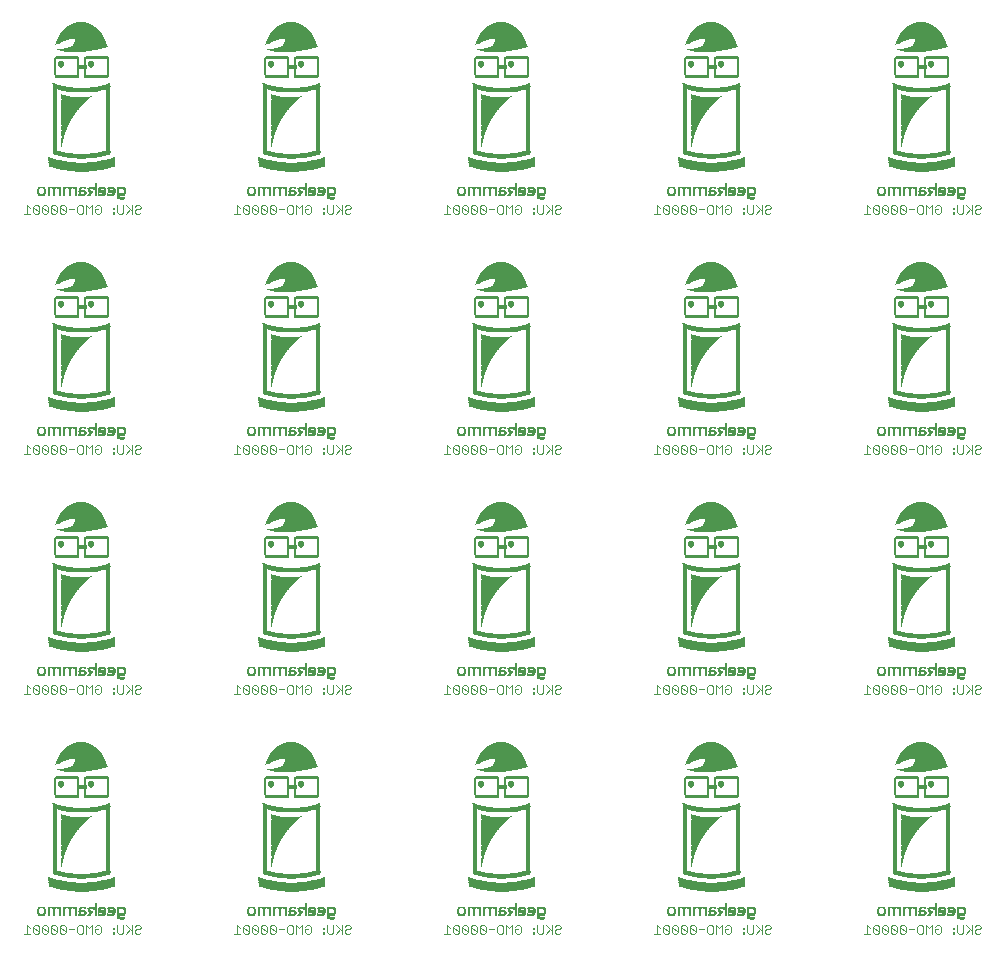
<source format=gbo>
G75*
G70*
%OFA0B0*%
%FSLAX24Y24*%
%IPPOS*%
%LPD*%
%AMOC8*
5,1,8,0,0,1.08239X$1,22.5*
%
%ADD10R,0.0160X0.0010*%
%ADD11R,0.0210X0.0010*%
%ADD12R,0.0230X0.0010*%
%ADD13R,0.0240X0.0010*%
%ADD14R,0.0250X0.0010*%
%ADD15R,0.0030X0.0010*%
%ADD16R,0.0110X0.0010*%
%ADD17R,0.0100X0.0010*%
%ADD18R,0.0090X0.0010*%
%ADD19R,0.0080X0.0010*%
%ADD20R,0.0070X0.0010*%
%ADD21R,0.0170X0.0010*%
%ADD22R,0.0180X0.0010*%
%ADD23R,0.0120X0.0010*%
%ADD24R,0.0040X0.0010*%
%ADD25R,0.0060X0.0010*%
%ADD26R,0.0050X0.0010*%
%ADD27R,0.0220X0.0010*%
%ADD28R,0.0200X0.0010*%
%ADD29R,0.0260X0.0010*%
%ADD30R,0.0270X0.0010*%
%ADD31R,0.0280X0.0010*%
%ADD32R,0.0010X0.0010*%
%ADD33R,0.0130X0.0010*%
%ADD34R,0.0150X0.0010*%
%ADD35R,0.0290X0.0010*%
%ADD36R,0.0190X0.0010*%
%ADD37R,0.0140X0.0010*%
%ADD38R,0.0440X0.0010*%
%ADD39R,0.0700X0.0010*%
%ADD40R,0.0880X0.0010*%
%ADD41R,0.1020X0.0010*%
%ADD42R,0.1160X0.0010*%
%ADD43R,0.1280X0.0010*%
%ADD44R,0.1380X0.0010*%
%ADD45R,0.1480X0.0010*%
%ADD46R,0.1580X0.0010*%
%ADD47R,0.1660X0.0010*%
%ADD48R,0.1740X0.0010*%
%ADD49R,0.1820X0.0010*%
%ADD50R,0.1900X0.0010*%
%ADD51R,0.1960X0.0010*%
%ADD52R,0.2040X0.0010*%
%ADD53R,0.2100X0.0010*%
%ADD54R,0.2180X0.0010*%
%ADD55R,0.2220X0.0010*%
%ADD56R,0.0920X0.0010*%
%ADD57R,0.0790X0.0010*%
%ADD58R,0.0690X0.0010*%
%ADD59R,0.0620X0.0010*%
%ADD60R,0.0550X0.0010*%
%ADD61R,0.0490X0.0010*%
%ADD62R,0.0390X0.0010*%
%ADD63R,0.0350X0.0010*%
%ADD64R,0.0300X0.0010*%
%ADD65R,0.0560X0.0010*%
%ADD66R,0.0020X0.0010*%
%ADD67R,0.0740X0.0010*%
%ADD68R,0.1140X0.0010*%
%ADD69R,0.1240X0.0010*%
%ADD70R,0.1340X0.0010*%
%ADD71R,0.1420X0.0010*%
%ADD72R,0.1500X0.0010*%
%ADD73R,0.1720X0.0010*%
%ADD74R,0.1800X0.0010*%
%ADD75R,0.0660X0.0010*%
%ADD76R,0.0420X0.0010*%
%ADD77R,0.0370X0.0010*%
%ADD78R,0.0320X0.0010*%
%ADD79R,0.0310X0.0010*%
%ADD80R,0.0330X0.0010*%
%ADD81R,0.0340X0.0010*%
%ADD82R,0.0360X0.0010*%
%ADD83R,0.0380X0.0010*%
%ADD84R,0.0400X0.0010*%
%ADD85R,0.0410X0.0010*%
%ADD86R,0.0430X0.0010*%
%ADD87R,0.0450X0.0010*%
%ADD88R,0.0460X0.0010*%
%ADD89R,0.0470X0.0010*%
%ADD90R,0.0480X0.0010*%
%ADD91R,0.0500X0.0010*%
%ADD92R,0.0510X0.0010*%
%ADD93R,0.0520X0.0010*%
%ADD94R,0.0530X0.0010*%
%ADD95R,0.0540X0.0010*%
%ADD96R,0.0570X0.0010*%
%ADD97R,0.0580X0.0010*%
%ADD98R,0.0590X0.0010*%
%ADD99R,0.0600X0.0010*%
%ADD100R,0.0610X0.0010*%
%ADD101R,0.0630X0.0010*%
%ADD102R,0.0640X0.0010*%
%ADD103R,0.0650X0.0010*%
%ADD104R,0.0670X0.0010*%
%ADD105R,0.0680X0.0010*%
%ADD106R,0.0710X0.0010*%
%ADD107R,0.0720X0.0010*%
%ADD108R,0.0730X0.0010*%
%ADD109R,0.0750X0.0010*%
%ADD110R,0.0760X0.0010*%
%ADD111R,0.0770X0.0010*%
%ADD112R,0.0780X0.0010*%
%ADD113R,0.0800X0.0010*%
%ADD114R,0.0810X0.0010*%
%ADD115R,0.0830X0.0010*%
%ADD116R,0.0840X0.0010*%
%ADD117R,0.0850X0.0010*%
%ADD118R,0.0860X0.0010*%
%ADD119R,0.0870X0.0010*%
%ADD120R,0.0890X0.0010*%
%ADD121R,0.0910X0.0010*%
%ADD122R,0.0930X0.0010*%
%ADD123R,0.0940X0.0010*%
%ADD124R,0.0960X0.0010*%
%ADD125R,0.0900X0.0010*%
%ADD126R,0.1040X0.0010*%
%ADD127R,0.1260X0.0010*%
%ADD128R,0.1350X0.0010*%
%ADD129R,0.1440X0.0010*%
%ADD130R,0.1520X0.0010*%
%ADD131R,0.0820X0.0010*%
%ADD132R,0.0970X0.0010*%
%ADD133R,0.1070X0.0010*%
%ADD134R,0.1170X0.0010*%
%ADD135R,0.1250X0.0010*%
%ADD136R,0.1330X0.0010*%
%ADD137R,0.1220X0.0010*%
%ADD138R,0.1180X0.0010*%
%ADD139R,0.1190X0.0010*%
%ADD140R,0.1210X0.0010*%
%ADD141R,0.1200X0.0010*%
%ADD142R,0.1120X0.0010*%
%ADD143R,0.1110X0.0010*%
%ADD144R,0.1090X0.0010*%
%ADD145R,0.1080X0.0010*%
%ADD146R,0.1060X0.0010*%
%ADD147R,0.1050X0.0010*%
%ADD148R,0.1030X0.0010*%
%ADD149R,0.1010X0.0010*%
%ADD150R,0.1000X0.0010*%
%ADD151R,0.0990X0.0010*%
%ADD152R,0.1550X0.0010*%
%ADD153R,0.1530X0.0010*%
%ADD154R,0.1510X0.0010*%
%ADD155R,0.1490X0.0010*%
%ADD156R,0.1470X0.0010*%
%ADD157R,0.1450X0.0010*%
%ADD158R,0.1430X0.0010*%
%ADD159R,0.1410X0.0010*%
%ADD160R,0.1390X0.0010*%
%ADD161R,0.1370X0.0010*%
%ADD162R,0.1310X0.0010*%
%ADD163R,0.1290X0.0010*%
%ADD164R,0.1270X0.0010*%
%ADD165R,0.1230X0.0010*%
%ADD166R,0.0980X0.0010*%
%ADD167R,0.0950X0.0010*%
%ADD168C,0.0030*%
D10*
X009097Y008326D03*
X009197Y008306D03*
X009287Y008326D03*
X009717Y008306D03*
X009807Y008326D03*
X011417Y008346D03*
X011467Y007946D03*
X009527Y010246D03*
X009527Y010256D03*
X009527Y010266D03*
X009247Y011746D03*
X009417Y012386D03*
X009417Y012496D03*
X009357Y013176D03*
X010417Y012496D03*
X010417Y012386D03*
X010987Y011746D03*
X011467Y015946D03*
X011417Y016346D03*
X009807Y016326D03*
X009717Y016306D03*
X009287Y016326D03*
X009197Y016306D03*
X009097Y016326D03*
X009527Y018246D03*
X009527Y018256D03*
X009527Y018266D03*
X009247Y019746D03*
X009417Y020386D03*
X009417Y020496D03*
X009357Y021176D03*
X010417Y020496D03*
X010417Y020386D03*
X010987Y019746D03*
X011467Y023946D03*
X011417Y024346D03*
X009807Y024326D03*
X009717Y024306D03*
X009287Y024326D03*
X009197Y024306D03*
X009097Y024326D03*
X009527Y026246D03*
X009527Y026256D03*
X009527Y026266D03*
X009247Y027746D03*
X009417Y028386D03*
X009417Y028496D03*
X009357Y029176D03*
X010417Y028496D03*
X010417Y028386D03*
X010987Y027746D03*
X011467Y031946D03*
X011417Y032346D03*
X009807Y032326D03*
X009717Y032306D03*
X009287Y032326D03*
X009197Y032306D03*
X009097Y032326D03*
X009527Y034246D03*
X009527Y034256D03*
X009527Y034266D03*
X009247Y035746D03*
X009417Y036386D03*
X009417Y036496D03*
X009357Y037176D03*
X010417Y036496D03*
X010417Y036386D03*
X010987Y035746D03*
X016247Y035746D03*
X016417Y036386D03*
X016417Y036496D03*
X016357Y037176D03*
X017417Y036496D03*
X017417Y036386D03*
X017987Y035746D03*
X016527Y034266D03*
X016527Y034256D03*
X016527Y034246D03*
X016287Y032326D03*
X016197Y032306D03*
X016097Y032326D03*
X016717Y032306D03*
X016807Y032326D03*
X018417Y032346D03*
X018467Y031946D03*
X016357Y029176D03*
X016417Y028496D03*
X016417Y028386D03*
X016247Y027746D03*
X017417Y028386D03*
X017417Y028496D03*
X017987Y027746D03*
X016527Y026266D03*
X016527Y026256D03*
X016527Y026246D03*
X016287Y024326D03*
X016197Y024306D03*
X016097Y024326D03*
X016717Y024306D03*
X016807Y024326D03*
X018417Y024346D03*
X018467Y023946D03*
X016357Y021176D03*
X016417Y020496D03*
X016417Y020386D03*
X016247Y019746D03*
X017417Y020386D03*
X017417Y020496D03*
X017987Y019746D03*
X016527Y018266D03*
X016527Y018256D03*
X016527Y018246D03*
X016287Y016326D03*
X016197Y016306D03*
X016097Y016326D03*
X016717Y016306D03*
X016807Y016326D03*
X018417Y016346D03*
X018467Y015946D03*
X016357Y013176D03*
X016417Y012496D03*
X016417Y012386D03*
X016247Y011746D03*
X017417Y012386D03*
X017417Y012496D03*
X017987Y011746D03*
X016527Y010266D03*
X016527Y010256D03*
X016527Y010246D03*
X016287Y008326D03*
X016197Y008306D03*
X016097Y008326D03*
X016717Y008306D03*
X016807Y008326D03*
X018417Y008346D03*
X018467Y007946D03*
X023097Y008326D03*
X023197Y008306D03*
X023287Y008326D03*
X023717Y008306D03*
X023807Y008326D03*
X025417Y008346D03*
X025467Y007946D03*
X023527Y010246D03*
X023527Y010256D03*
X023527Y010266D03*
X023247Y011746D03*
X023417Y012386D03*
X023417Y012496D03*
X023357Y013176D03*
X024417Y012496D03*
X024417Y012386D03*
X024987Y011746D03*
X025467Y015946D03*
X025417Y016346D03*
X023807Y016326D03*
X023717Y016306D03*
X023287Y016326D03*
X023197Y016306D03*
X023097Y016326D03*
X023527Y018246D03*
X023527Y018256D03*
X023527Y018266D03*
X023247Y019746D03*
X023417Y020386D03*
X023417Y020496D03*
X023357Y021176D03*
X024417Y020496D03*
X024417Y020386D03*
X024987Y019746D03*
X025467Y023946D03*
X025417Y024346D03*
X023807Y024326D03*
X023717Y024306D03*
X023287Y024326D03*
X023197Y024306D03*
X023097Y024326D03*
X023527Y026246D03*
X023527Y026256D03*
X023527Y026266D03*
X023247Y027746D03*
X023417Y028386D03*
X023417Y028496D03*
X023357Y029176D03*
X024417Y028496D03*
X024417Y028386D03*
X024987Y027746D03*
X025467Y031946D03*
X025417Y032346D03*
X023807Y032326D03*
X023717Y032306D03*
X023287Y032326D03*
X023197Y032306D03*
X023097Y032326D03*
X023527Y034246D03*
X023527Y034256D03*
X023527Y034266D03*
X023247Y035746D03*
X023417Y036386D03*
X023417Y036496D03*
X023357Y037176D03*
X024417Y036496D03*
X024417Y036386D03*
X024987Y035746D03*
X030247Y035746D03*
X030417Y036386D03*
X030417Y036496D03*
X030357Y037176D03*
X031417Y036496D03*
X031417Y036386D03*
X031987Y035746D03*
X030527Y034266D03*
X030527Y034256D03*
X030527Y034246D03*
X030287Y032326D03*
X030197Y032306D03*
X030097Y032326D03*
X030717Y032306D03*
X030807Y032326D03*
X032417Y032346D03*
X032467Y031946D03*
X030357Y029176D03*
X030417Y028496D03*
X030417Y028386D03*
X030247Y027746D03*
X031417Y028386D03*
X031417Y028496D03*
X031987Y027746D03*
X030527Y026266D03*
X030527Y026256D03*
X030527Y026246D03*
X030287Y024326D03*
X030197Y024306D03*
X030097Y024326D03*
X030717Y024306D03*
X030807Y024326D03*
X032417Y024346D03*
X032467Y023946D03*
X030357Y021176D03*
X030417Y020496D03*
X030417Y020386D03*
X030247Y019746D03*
X031417Y020386D03*
X031417Y020496D03*
X031987Y019746D03*
X030527Y018266D03*
X030527Y018256D03*
X030527Y018246D03*
X030287Y016326D03*
X030197Y016306D03*
X030097Y016326D03*
X030717Y016306D03*
X030807Y016326D03*
X032417Y016346D03*
X032467Y015946D03*
X030357Y013176D03*
X030417Y012496D03*
X030417Y012386D03*
X030247Y011746D03*
X031417Y012386D03*
X031417Y012496D03*
X031987Y011746D03*
X030527Y010266D03*
X030527Y010256D03*
X030527Y010246D03*
X030287Y008326D03*
X030197Y008306D03*
X030097Y008326D03*
X030717Y008306D03*
X030807Y008326D03*
X032417Y008346D03*
X032467Y007946D03*
X037097Y008326D03*
X037197Y008306D03*
X037287Y008326D03*
X037717Y008306D03*
X037807Y008326D03*
X039417Y008346D03*
X039467Y007946D03*
X037527Y010246D03*
X037527Y010256D03*
X037527Y010266D03*
X037247Y011746D03*
X037417Y012386D03*
X037417Y012496D03*
X037357Y013176D03*
X038417Y012496D03*
X038417Y012386D03*
X038987Y011746D03*
X039467Y015946D03*
X039417Y016346D03*
X037807Y016326D03*
X037717Y016306D03*
X037287Y016326D03*
X037197Y016306D03*
X037097Y016326D03*
X037527Y018246D03*
X037527Y018256D03*
X037527Y018266D03*
X037247Y019746D03*
X037417Y020386D03*
X037417Y020496D03*
X037357Y021176D03*
X038417Y020496D03*
X038417Y020386D03*
X038987Y019746D03*
X039467Y023946D03*
X039417Y024346D03*
X037807Y024326D03*
X037717Y024306D03*
X037287Y024326D03*
X037197Y024306D03*
X037097Y024326D03*
X037527Y026246D03*
X037527Y026256D03*
X037527Y026266D03*
X037247Y027746D03*
X037417Y028386D03*
X037417Y028496D03*
X037357Y029176D03*
X038417Y028496D03*
X038417Y028386D03*
X038987Y027746D03*
X039467Y031946D03*
X039417Y032346D03*
X037807Y032326D03*
X037717Y032306D03*
X037287Y032326D03*
X037197Y032306D03*
X037097Y032326D03*
X037527Y034246D03*
X037527Y034256D03*
X037527Y034266D03*
X037247Y035746D03*
X037417Y036386D03*
X037417Y036496D03*
X037357Y037176D03*
X038417Y036496D03*
X038417Y036386D03*
X038987Y035746D03*
D11*
X038312Y035336D03*
X037552Y034376D03*
X037552Y034366D03*
X038152Y032316D03*
X039112Y032316D03*
X039462Y031956D03*
X038312Y027336D03*
X037552Y026376D03*
X037552Y026366D03*
X038152Y024316D03*
X039112Y024316D03*
X039462Y023956D03*
X038312Y019336D03*
X037552Y018376D03*
X037552Y018366D03*
X038152Y016316D03*
X039112Y016316D03*
X039462Y015956D03*
X038312Y011336D03*
X037552Y010376D03*
X037552Y010366D03*
X038152Y008316D03*
X039112Y008316D03*
X039462Y007956D03*
X032462Y007956D03*
X032112Y008316D03*
X031152Y008316D03*
X030552Y010366D03*
X030552Y010376D03*
X031312Y011336D03*
X032462Y015956D03*
X032112Y016316D03*
X031152Y016316D03*
X030552Y018366D03*
X030552Y018376D03*
X031312Y019336D03*
X032462Y023956D03*
X032112Y024316D03*
X031152Y024316D03*
X030552Y026366D03*
X030552Y026376D03*
X031312Y027336D03*
X032462Y031956D03*
X032112Y032316D03*
X031152Y032316D03*
X030552Y034366D03*
X030552Y034376D03*
X031312Y035336D03*
X025462Y031956D03*
X025112Y032316D03*
X024152Y032316D03*
X023552Y034366D03*
X023552Y034376D03*
X024312Y035336D03*
X018462Y031956D03*
X018112Y032316D03*
X017152Y032316D03*
X016552Y034366D03*
X016552Y034376D03*
X017312Y035336D03*
X011462Y031956D03*
X011112Y032316D03*
X010152Y032316D03*
X009552Y034366D03*
X009552Y034376D03*
X010312Y035336D03*
X010312Y027336D03*
X009552Y026376D03*
X009552Y026366D03*
X010152Y024316D03*
X011112Y024316D03*
X011462Y023956D03*
X010312Y019336D03*
X009552Y018376D03*
X009552Y018366D03*
X010152Y016316D03*
X011112Y016316D03*
X011462Y015956D03*
X010312Y011336D03*
X009552Y010376D03*
X009552Y010366D03*
X010152Y008316D03*
X011112Y008316D03*
X011462Y007956D03*
X016552Y010366D03*
X016552Y010376D03*
X017312Y011336D03*
X017152Y008316D03*
X018112Y008316D03*
X018462Y007956D03*
X023552Y010366D03*
X023552Y010376D03*
X024312Y011336D03*
X024152Y008316D03*
X025112Y008316D03*
X025462Y007956D03*
X025462Y015956D03*
X025112Y016316D03*
X024152Y016316D03*
X023552Y018366D03*
X023552Y018376D03*
X024312Y019336D03*
X025462Y023956D03*
X025112Y024316D03*
X024152Y024316D03*
X023552Y026366D03*
X023552Y026376D03*
X024312Y027336D03*
X018462Y023956D03*
X018112Y024316D03*
X017152Y024316D03*
X016552Y026366D03*
X016552Y026376D03*
X017312Y027336D03*
X017312Y019336D03*
X016552Y018376D03*
X016552Y018366D03*
X017152Y016316D03*
X018112Y016316D03*
X018462Y015956D03*
D12*
X018452Y015966D03*
X018102Y016086D03*
X018112Y016306D03*
X017802Y016306D03*
X017792Y016086D03*
X017142Y016076D03*
X017142Y016206D03*
X016832Y016316D03*
X016312Y016316D03*
X016562Y018416D03*
X016562Y018426D03*
X016412Y021216D03*
X018452Y023966D03*
X018102Y024086D03*
X018112Y024306D03*
X017802Y024306D03*
X017792Y024086D03*
X017142Y024076D03*
X017142Y024206D03*
X016832Y024316D03*
X016312Y024316D03*
X016562Y026416D03*
X016562Y026426D03*
X016412Y029216D03*
X017142Y032076D03*
X017142Y032206D03*
X016832Y032316D03*
X016312Y032316D03*
X017802Y032306D03*
X017792Y032086D03*
X018102Y032086D03*
X018112Y032306D03*
X018452Y031966D03*
X016562Y034416D03*
X016562Y034426D03*
X016412Y037216D03*
X011112Y032306D03*
X011102Y032086D03*
X010792Y032086D03*
X010802Y032306D03*
X011452Y031966D03*
X010142Y032076D03*
X010142Y032206D03*
X009832Y032316D03*
X009312Y032316D03*
X009562Y034416D03*
X009562Y034426D03*
X009412Y037216D03*
X009412Y029216D03*
X009562Y026426D03*
X009562Y026416D03*
X009312Y024316D03*
X009832Y024316D03*
X010142Y024206D03*
X010142Y024076D03*
X010792Y024086D03*
X010802Y024306D03*
X011112Y024306D03*
X011102Y024086D03*
X011452Y023966D03*
X009412Y021216D03*
X009562Y018426D03*
X009562Y018416D03*
X009312Y016316D03*
X009832Y016316D03*
X010142Y016206D03*
X010142Y016076D03*
X010792Y016086D03*
X010802Y016306D03*
X011112Y016306D03*
X011102Y016086D03*
X011452Y015966D03*
X009412Y013216D03*
X009562Y010426D03*
X009562Y010416D03*
X009312Y008316D03*
X009832Y008316D03*
X010142Y008206D03*
X010142Y008076D03*
X010792Y008086D03*
X010802Y008306D03*
X011112Y008306D03*
X011102Y008086D03*
X011452Y007966D03*
X016312Y008316D03*
X016832Y008316D03*
X017142Y008206D03*
X017142Y008076D03*
X017792Y008086D03*
X017802Y008306D03*
X018112Y008306D03*
X018102Y008086D03*
X018452Y007966D03*
X016562Y010416D03*
X016562Y010426D03*
X016412Y013216D03*
X023412Y013216D03*
X023562Y010426D03*
X023562Y010416D03*
X023312Y008316D03*
X023832Y008316D03*
X024142Y008206D03*
X024142Y008076D03*
X024792Y008086D03*
X024802Y008306D03*
X025112Y008306D03*
X025102Y008086D03*
X025452Y007966D03*
X030312Y008316D03*
X030832Y008316D03*
X031142Y008206D03*
X031142Y008076D03*
X031792Y008086D03*
X031802Y008306D03*
X032112Y008306D03*
X032102Y008086D03*
X032452Y007966D03*
X030562Y010416D03*
X030562Y010426D03*
X030412Y013216D03*
X031142Y016076D03*
X031142Y016206D03*
X030832Y016316D03*
X030312Y016316D03*
X031802Y016306D03*
X031792Y016086D03*
X032102Y016086D03*
X032112Y016306D03*
X032452Y015966D03*
X030562Y018416D03*
X030562Y018426D03*
X030412Y021216D03*
X032452Y023966D03*
X032102Y024086D03*
X032112Y024306D03*
X031802Y024306D03*
X031792Y024086D03*
X031142Y024076D03*
X031142Y024206D03*
X030832Y024316D03*
X030312Y024316D03*
X030562Y026416D03*
X030562Y026426D03*
X030412Y029216D03*
X031142Y032076D03*
X031142Y032206D03*
X030832Y032316D03*
X030312Y032316D03*
X031802Y032306D03*
X031792Y032086D03*
X032102Y032086D03*
X032112Y032306D03*
X032452Y031966D03*
X030562Y034416D03*
X030562Y034426D03*
X030412Y037216D03*
X025112Y032306D03*
X025102Y032086D03*
X024792Y032086D03*
X024802Y032306D03*
X025452Y031966D03*
X024142Y032076D03*
X024142Y032206D03*
X023832Y032316D03*
X023312Y032316D03*
X023562Y034416D03*
X023562Y034426D03*
X023412Y037216D03*
X023412Y029216D03*
X023562Y026426D03*
X023562Y026416D03*
X023312Y024316D03*
X023832Y024316D03*
X024142Y024206D03*
X024142Y024076D03*
X024792Y024086D03*
X024802Y024306D03*
X025112Y024306D03*
X025102Y024086D03*
X025452Y023966D03*
X023412Y021216D03*
X023562Y018426D03*
X023562Y018416D03*
X023312Y016316D03*
X023832Y016316D03*
X024142Y016206D03*
X024142Y016076D03*
X024792Y016086D03*
X024802Y016306D03*
X025112Y016306D03*
X025102Y016086D03*
X025452Y015966D03*
X037312Y016316D03*
X037832Y016316D03*
X038142Y016206D03*
X038142Y016076D03*
X038792Y016086D03*
X038802Y016306D03*
X039112Y016306D03*
X039102Y016086D03*
X039452Y015966D03*
X037562Y018416D03*
X037562Y018426D03*
X037412Y021216D03*
X039452Y023966D03*
X039102Y024086D03*
X039112Y024306D03*
X038802Y024306D03*
X038792Y024086D03*
X038142Y024076D03*
X038142Y024206D03*
X037832Y024316D03*
X037312Y024316D03*
X037562Y026416D03*
X037562Y026426D03*
X037412Y029216D03*
X038142Y032076D03*
X038142Y032206D03*
X037832Y032316D03*
X037312Y032316D03*
X038802Y032306D03*
X038792Y032086D03*
X039102Y032086D03*
X039112Y032306D03*
X039452Y031966D03*
X037562Y034416D03*
X037562Y034426D03*
X037412Y037216D03*
X037412Y013216D03*
X037562Y010426D03*
X037562Y010416D03*
X037312Y008316D03*
X037832Y008316D03*
X038142Y008206D03*
X038142Y008076D03*
X038792Y008086D03*
X038802Y008306D03*
X039112Y008306D03*
X039102Y008086D03*
X039452Y007966D03*
D13*
X039447Y007976D03*
X039427Y008076D03*
X039427Y008326D03*
X039107Y008096D03*
X038797Y008096D03*
X038147Y008086D03*
X038147Y008196D03*
X038947Y009526D03*
X037567Y010436D03*
X037567Y010446D03*
X037567Y011366D03*
X037287Y011726D03*
X038947Y011726D03*
X037287Y009526D03*
X038097Y013826D03*
X038147Y016086D03*
X038147Y016196D03*
X038797Y016096D03*
X039107Y016096D03*
X039427Y016076D03*
X039447Y015976D03*
X039427Y016326D03*
X038947Y017526D03*
X037567Y018436D03*
X037567Y018446D03*
X037567Y019366D03*
X037287Y019726D03*
X038947Y019726D03*
X038097Y021826D03*
X039447Y023976D03*
X039427Y024076D03*
X039427Y024326D03*
X039107Y024096D03*
X038797Y024096D03*
X038147Y024086D03*
X038147Y024196D03*
X038947Y025526D03*
X037567Y026436D03*
X037567Y026446D03*
X037567Y027366D03*
X037287Y027726D03*
X038947Y027726D03*
X038097Y029826D03*
X038147Y032086D03*
X038147Y032196D03*
X038797Y032096D03*
X039107Y032096D03*
X039427Y032076D03*
X039447Y031976D03*
X039427Y032326D03*
X038947Y033526D03*
X037567Y034436D03*
X037567Y034446D03*
X037567Y035366D03*
X037287Y035726D03*
X038947Y035726D03*
X038097Y037826D03*
X037287Y033526D03*
X032427Y032326D03*
X032427Y032076D03*
X032447Y031976D03*
X032107Y032096D03*
X031797Y032096D03*
X031147Y032086D03*
X031147Y032196D03*
X031947Y033526D03*
X030567Y034436D03*
X030567Y034446D03*
X030567Y035366D03*
X030287Y035726D03*
X031947Y035726D03*
X031097Y037826D03*
X030287Y033526D03*
X031097Y029826D03*
X030287Y027726D03*
X030567Y027366D03*
X030567Y026446D03*
X030567Y026436D03*
X030287Y025526D03*
X031147Y024196D03*
X031147Y024086D03*
X031797Y024096D03*
X032107Y024096D03*
X032427Y024076D03*
X032447Y023976D03*
X032427Y024326D03*
X031947Y025526D03*
X031947Y027726D03*
X037287Y025526D03*
X031097Y021826D03*
X030287Y019726D03*
X030567Y019366D03*
X030567Y018446D03*
X030567Y018436D03*
X030287Y017526D03*
X031147Y016196D03*
X031147Y016086D03*
X031797Y016096D03*
X032107Y016096D03*
X032427Y016076D03*
X032447Y015976D03*
X032427Y016326D03*
X031947Y017526D03*
X031947Y019726D03*
X037287Y017526D03*
X031097Y013826D03*
X030287Y011726D03*
X030567Y011366D03*
X030567Y010446D03*
X030567Y010436D03*
X030287Y009526D03*
X031147Y008196D03*
X031147Y008086D03*
X031797Y008096D03*
X032107Y008096D03*
X032427Y008076D03*
X032447Y007976D03*
X032427Y008326D03*
X031947Y009526D03*
X031947Y011726D03*
X025427Y008326D03*
X025427Y008076D03*
X025447Y007976D03*
X025107Y008096D03*
X024797Y008096D03*
X024147Y008086D03*
X024147Y008196D03*
X024947Y009526D03*
X023567Y010436D03*
X023567Y010446D03*
X023567Y011366D03*
X023287Y011726D03*
X024947Y011726D03*
X023287Y009526D03*
X024097Y013826D03*
X024147Y016086D03*
X024147Y016196D03*
X024797Y016096D03*
X025107Y016096D03*
X025427Y016076D03*
X025447Y015976D03*
X025427Y016326D03*
X024947Y017526D03*
X023567Y018436D03*
X023567Y018446D03*
X023567Y019366D03*
X023287Y019726D03*
X024947Y019726D03*
X024097Y021826D03*
X025447Y023976D03*
X025427Y024076D03*
X025427Y024326D03*
X025107Y024096D03*
X024797Y024096D03*
X024147Y024086D03*
X024147Y024196D03*
X024947Y025526D03*
X023567Y026436D03*
X023567Y026446D03*
X023567Y027366D03*
X023287Y027726D03*
X024947Y027726D03*
X024097Y029826D03*
X024147Y032086D03*
X024147Y032196D03*
X024797Y032096D03*
X025107Y032096D03*
X025427Y032076D03*
X025447Y031976D03*
X025427Y032326D03*
X024947Y033526D03*
X023567Y034436D03*
X023567Y034446D03*
X023567Y035366D03*
X023287Y035726D03*
X024947Y035726D03*
X024097Y037826D03*
X023287Y033526D03*
X018427Y032326D03*
X018427Y032076D03*
X018447Y031976D03*
X018107Y032096D03*
X017797Y032096D03*
X017147Y032086D03*
X017147Y032196D03*
X017947Y033526D03*
X016567Y034436D03*
X016567Y034446D03*
X016567Y035366D03*
X016287Y035726D03*
X017947Y035726D03*
X017097Y037826D03*
X016287Y033526D03*
X017097Y029826D03*
X016287Y027726D03*
X016567Y027366D03*
X016567Y026446D03*
X016567Y026436D03*
X016287Y025526D03*
X017147Y024196D03*
X017147Y024086D03*
X017797Y024096D03*
X018107Y024096D03*
X018427Y024076D03*
X018447Y023976D03*
X018427Y024326D03*
X017947Y025526D03*
X017947Y027726D03*
X023287Y025526D03*
X017097Y021826D03*
X016287Y019726D03*
X016567Y019366D03*
X016567Y018446D03*
X016567Y018436D03*
X016287Y017526D03*
X017147Y016196D03*
X017147Y016086D03*
X017797Y016096D03*
X018107Y016096D03*
X018427Y016076D03*
X018447Y015976D03*
X018427Y016326D03*
X017947Y017526D03*
X017947Y019726D03*
X023287Y017526D03*
X017097Y013826D03*
X016287Y011726D03*
X016567Y011366D03*
X016567Y010446D03*
X016567Y010436D03*
X016287Y009526D03*
X017147Y008196D03*
X017147Y008086D03*
X017797Y008096D03*
X018107Y008096D03*
X018427Y008076D03*
X018447Y007976D03*
X018427Y008326D03*
X017947Y009526D03*
X017947Y011726D03*
X011427Y008326D03*
X011427Y008076D03*
X011447Y007976D03*
X011107Y008096D03*
X010797Y008096D03*
X010147Y008086D03*
X010147Y008196D03*
X010947Y009526D03*
X009567Y010436D03*
X009567Y010446D03*
X009567Y011366D03*
X009287Y011726D03*
X010947Y011726D03*
X009287Y009526D03*
X010097Y013826D03*
X010147Y016086D03*
X010147Y016196D03*
X010797Y016096D03*
X011107Y016096D03*
X011427Y016076D03*
X011447Y015976D03*
X011427Y016326D03*
X010947Y017526D03*
X009567Y018436D03*
X009567Y018446D03*
X009567Y019366D03*
X009287Y019726D03*
X010947Y019726D03*
X010097Y021826D03*
X011447Y023976D03*
X011427Y024076D03*
X011427Y024326D03*
X011107Y024096D03*
X010797Y024096D03*
X010147Y024086D03*
X010147Y024196D03*
X010947Y025526D03*
X009567Y026436D03*
X009567Y026446D03*
X009567Y027366D03*
X009287Y027726D03*
X010947Y027726D03*
X010097Y029826D03*
X010147Y032086D03*
X010147Y032196D03*
X010797Y032096D03*
X011107Y032096D03*
X011427Y032076D03*
X011447Y031976D03*
X011427Y032326D03*
X010947Y033526D03*
X009567Y034436D03*
X009567Y034446D03*
X009567Y035366D03*
X009287Y035726D03*
X010947Y035726D03*
X010097Y037826D03*
X009287Y033526D03*
X009287Y025526D03*
X009287Y017526D03*
D14*
X009572Y018456D03*
X009572Y018466D03*
X011432Y016316D03*
X011432Y016086D03*
X011442Y015996D03*
X011442Y015986D03*
X011112Y016106D03*
X011112Y016296D03*
X010802Y016296D03*
X010802Y016106D03*
X009572Y010466D03*
X009572Y010456D03*
X010802Y008296D03*
X010802Y008106D03*
X011112Y008106D03*
X011112Y008296D03*
X011432Y008316D03*
X011432Y008086D03*
X011442Y007996D03*
X011442Y007986D03*
X016572Y010456D03*
X016572Y010466D03*
X017802Y008296D03*
X017802Y008106D03*
X018112Y008106D03*
X018112Y008296D03*
X018432Y008316D03*
X018432Y008086D03*
X018442Y007996D03*
X018442Y007986D03*
X023572Y010456D03*
X023572Y010466D03*
X024802Y008296D03*
X024802Y008106D03*
X025112Y008106D03*
X025112Y008296D03*
X025432Y008316D03*
X025432Y008086D03*
X025442Y007996D03*
X025442Y007986D03*
X030572Y010456D03*
X030572Y010466D03*
X031802Y008296D03*
X031802Y008106D03*
X032112Y008106D03*
X032112Y008296D03*
X032432Y008316D03*
X032432Y008086D03*
X032442Y007996D03*
X032442Y007986D03*
X037572Y010456D03*
X037572Y010466D03*
X038802Y008296D03*
X038802Y008106D03*
X039112Y008106D03*
X039112Y008296D03*
X039432Y008316D03*
X039432Y008086D03*
X039442Y007996D03*
X039442Y007986D03*
X039442Y015986D03*
X039442Y015996D03*
X039432Y016086D03*
X039432Y016316D03*
X039112Y016296D03*
X039112Y016106D03*
X038802Y016106D03*
X038802Y016296D03*
X037572Y018456D03*
X037572Y018466D03*
X032432Y016316D03*
X032432Y016086D03*
X032442Y015996D03*
X032442Y015986D03*
X032112Y016106D03*
X032112Y016296D03*
X031802Y016296D03*
X031802Y016106D03*
X030572Y018456D03*
X030572Y018466D03*
X025432Y016316D03*
X025432Y016086D03*
X025442Y015996D03*
X025442Y015986D03*
X025112Y016106D03*
X025112Y016296D03*
X024802Y016296D03*
X024802Y016106D03*
X023572Y018456D03*
X023572Y018466D03*
X018432Y016316D03*
X018432Y016086D03*
X018442Y015996D03*
X018442Y015986D03*
X018112Y016106D03*
X018112Y016296D03*
X017802Y016296D03*
X017802Y016106D03*
X016572Y018456D03*
X016572Y018466D03*
X018442Y023986D03*
X018442Y023996D03*
X018432Y024086D03*
X018432Y024316D03*
X018112Y024296D03*
X018112Y024106D03*
X017802Y024106D03*
X017802Y024296D03*
X016572Y026456D03*
X016572Y026466D03*
X011432Y024316D03*
X011432Y024086D03*
X011442Y023996D03*
X011442Y023986D03*
X011112Y024106D03*
X011112Y024296D03*
X010802Y024296D03*
X010802Y024106D03*
X009572Y026456D03*
X009572Y026466D03*
X010802Y032106D03*
X010802Y032296D03*
X011112Y032296D03*
X011112Y032106D03*
X011432Y032086D03*
X011442Y031996D03*
X011442Y031986D03*
X011432Y032316D03*
X009572Y034456D03*
X009572Y034466D03*
X016572Y034466D03*
X016572Y034456D03*
X017802Y032296D03*
X017802Y032106D03*
X018112Y032106D03*
X018112Y032296D03*
X018432Y032316D03*
X018432Y032086D03*
X018442Y031996D03*
X018442Y031986D03*
X023572Y034456D03*
X023572Y034466D03*
X024802Y032296D03*
X024802Y032106D03*
X025112Y032106D03*
X025112Y032296D03*
X025432Y032316D03*
X025432Y032086D03*
X025442Y031996D03*
X025442Y031986D03*
X030572Y034456D03*
X030572Y034466D03*
X031802Y032296D03*
X031802Y032106D03*
X032112Y032106D03*
X032112Y032296D03*
X032432Y032316D03*
X032432Y032086D03*
X032442Y031996D03*
X032442Y031986D03*
X037572Y034456D03*
X037572Y034466D03*
X038802Y032296D03*
X038802Y032106D03*
X039112Y032106D03*
X039112Y032296D03*
X039432Y032316D03*
X039432Y032086D03*
X039442Y031996D03*
X039442Y031986D03*
X037572Y026466D03*
X037572Y026456D03*
X038802Y024296D03*
X038802Y024106D03*
X039112Y024106D03*
X039112Y024296D03*
X039432Y024316D03*
X039432Y024086D03*
X039442Y023996D03*
X039442Y023986D03*
X032442Y023996D03*
X032442Y023986D03*
X032432Y024086D03*
X032432Y024316D03*
X032112Y024296D03*
X032112Y024106D03*
X031802Y024106D03*
X031802Y024296D03*
X030572Y026456D03*
X030572Y026466D03*
X025432Y024316D03*
X025432Y024086D03*
X025442Y023996D03*
X025442Y023986D03*
X025112Y024106D03*
X025112Y024296D03*
X024802Y024296D03*
X024802Y024106D03*
X023572Y026456D03*
X023572Y026466D03*
D15*
X023462Y025836D03*
X023462Y025826D03*
X023462Y025816D03*
X023462Y025806D03*
X023462Y025796D03*
X025552Y024006D03*
X023272Y021106D03*
X023462Y017836D03*
X023462Y017826D03*
X023462Y017816D03*
X023462Y017806D03*
X023462Y017796D03*
X025552Y016006D03*
X023272Y013106D03*
X023462Y009836D03*
X023462Y009826D03*
X023462Y009816D03*
X023462Y009806D03*
X023462Y009796D03*
X025552Y008006D03*
X030462Y009796D03*
X030462Y009806D03*
X030462Y009816D03*
X030462Y009826D03*
X030462Y009836D03*
X032552Y008006D03*
X037462Y009796D03*
X037462Y009806D03*
X037462Y009816D03*
X037462Y009826D03*
X037462Y009836D03*
X039552Y008006D03*
X037272Y013106D03*
X039552Y016006D03*
X037462Y017796D03*
X037462Y017806D03*
X037462Y017816D03*
X037462Y017826D03*
X037462Y017836D03*
X037272Y021106D03*
X039552Y024006D03*
X037462Y025796D03*
X037462Y025806D03*
X037462Y025816D03*
X037462Y025826D03*
X037462Y025836D03*
X037272Y029106D03*
X039552Y032006D03*
X037462Y033796D03*
X037462Y033806D03*
X037462Y033816D03*
X037462Y033826D03*
X037462Y033836D03*
X037272Y037106D03*
X032552Y032006D03*
X030462Y033796D03*
X030462Y033806D03*
X030462Y033816D03*
X030462Y033826D03*
X030462Y033836D03*
X030272Y037106D03*
X025552Y032006D03*
X023462Y033796D03*
X023462Y033806D03*
X023462Y033816D03*
X023462Y033826D03*
X023462Y033836D03*
X023272Y037106D03*
X018552Y032006D03*
X016462Y033796D03*
X016462Y033806D03*
X016462Y033816D03*
X016462Y033826D03*
X016462Y033836D03*
X016272Y037106D03*
X011552Y032006D03*
X009462Y033796D03*
X009462Y033806D03*
X009462Y033816D03*
X009462Y033826D03*
X009462Y033836D03*
X009272Y037106D03*
X009272Y029106D03*
X009462Y025836D03*
X009462Y025826D03*
X009462Y025816D03*
X009462Y025806D03*
X009462Y025796D03*
X011552Y024006D03*
X009272Y021106D03*
X009462Y017836D03*
X009462Y017826D03*
X009462Y017816D03*
X009462Y017806D03*
X009462Y017796D03*
X011552Y016006D03*
X009272Y013106D03*
X009462Y009836D03*
X009462Y009826D03*
X009462Y009816D03*
X009462Y009806D03*
X009462Y009796D03*
X011552Y008006D03*
X016462Y009796D03*
X016462Y009806D03*
X016462Y009816D03*
X016462Y009826D03*
X016462Y009836D03*
X018552Y008006D03*
X016272Y013106D03*
X018552Y016006D03*
X016462Y017796D03*
X016462Y017806D03*
X016462Y017816D03*
X016462Y017826D03*
X016462Y017836D03*
X016272Y021106D03*
X018552Y024006D03*
X016462Y025796D03*
X016462Y025806D03*
X016462Y025816D03*
X016462Y025826D03*
X016462Y025836D03*
X016272Y029106D03*
X023272Y029106D03*
X030272Y029106D03*
X030462Y025836D03*
X030462Y025826D03*
X030462Y025816D03*
X030462Y025806D03*
X030462Y025796D03*
X032552Y024006D03*
X030272Y021106D03*
X030462Y017836D03*
X030462Y017826D03*
X030462Y017816D03*
X030462Y017806D03*
X030462Y017796D03*
X032552Y016006D03*
X030272Y013106D03*
D16*
X030322Y013146D03*
X030202Y016296D03*
X030372Y016306D03*
X030722Y016296D03*
X032362Y016006D03*
X032532Y016286D03*
X030502Y018106D03*
X030502Y018116D03*
X030502Y018126D03*
X030322Y021146D03*
X032362Y024006D03*
X032532Y024286D03*
X030722Y024296D03*
X030372Y024306D03*
X030202Y024296D03*
X030502Y026106D03*
X030502Y026116D03*
X030502Y026126D03*
X030322Y029146D03*
X032362Y032006D03*
X032532Y032286D03*
X030722Y032296D03*
X030372Y032306D03*
X030202Y032296D03*
X030502Y034106D03*
X030502Y034116D03*
X030502Y034126D03*
X030322Y037146D03*
X025532Y032286D03*
X025362Y032006D03*
X023722Y032296D03*
X023372Y032306D03*
X023202Y032296D03*
X023502Y034106D03*
X023502Y034116D03*
X023502Y034126D03*
X023322Y037146D03*
X018532Y032286D03*
X018362Y032006D03*
X016722Y032296D03*
X016372Y032306D03*
X016202Y032296D03*
X016502Y034106D03*
X016502Y034116D03*
X016502Y034126D03*
X016322Y037146D03*
X011532Y032286D03*
X011362Y032006D03*
X009722Y032296D03*
X009372Y032306D03*
X009202Y032296D03*
X009502Y034106D03*
X009502Y034116D03*
X009502Y034126D03*
X009322Y037146D03*
X009322Y029146D03*
X009502Y026126D03*
X009502Y026116D03*
X009502Y026106D03*
X009372Y024306D03*
X009202Y024296D03*
X009722Y024296D03*
X011362Y024006D03*
X011532Y024286D03*
X009322Y021146D03*
X009502Y018126D03*
X009502Y018116D03*
X009502Y018106D03*
X009372Y016306D03*
X009202Y016296D03*
X009722Y016296D03*
X011362Y016006D03*
X011532Y016286D03*
X009322Y013146D03*
X009502Y010126D03*
X009502Y010116D03*
X009502Y010106D03*
X009372Y008306D03*
X009202Y008296D03*
X009722Y008296D03*
X011362Y008006D03*
X011532Y008286D03*
X016202Y008296D03*
X016372Y008306D03*
X016722Y008296D03*
X018362Y008006D03*
X018532Y008286D03*
X016502Y010106D03*
X016502Y010116D03*
X016502Y010126D03*
X016322Y013146D03*
X016202Y016296D03*
X016372Y016306D03*
X016722Y016296D03*
X018362Y016006D03*
X018532Y016286D03*
X016502Y018106D03*
X016502Y018116D03*
X016502Y018126D03*
X016322Y021146D03*
X018362Y024006D03*
X018532Y024286D03*
X016722Y024296D03*
X016372Y024306D03*
X016202Y024296D03*
X016502Y026106D03*
X016502Y026116D03*
X016502Y026126D03*
X016322Y029146D03*
X023322Y029146D03*
X023502Y026126D03*
X023502Y026116D03*
X023502Y026106D03*
X023372Y024306D03*
X023202Y024296D03*
X023722Y024296D03*
X025362Y024006D03*
X025532Y024286D03*
X023322Y021146D03*
X023502Y018126D03*
X023502Y018116D03*
X023502Y018106D03*
X023372Y016306D03*
X023202Y016296D03*
X023722Y016296D03*
X025362Y016006D03*
X025532Y016286D03*
X023322Y013146D03*
X023502Y010126D03*
X023502Y010116D03*
X023502Y010106D03*
X023372Y008306D03*
X023202Y008296D03*
X023722Y008296D03*
X025362Y008006D03*
X025532Y008286D03*
X030202Y008296D03*
X030372Y008306D03*
X030722Y008296D03*
X032362Y008006D03*
X032532Y008286D03*
X030502Y010106D03*
X030502Y010116D03*
X030502Y010126D03*
X037202Y008296D03*
X037372Y008306D03*
X037722Y008296D03*
X039362Y008006D03*
X039532Y008286D03*
X037502Y010106D03*
X037502Y010116D03*
X037502Y010126D03*
X037322Y013146D03*
X037202Y016296D03*
X037372Y016306D03*
X037722Y016296D03*
X039362Y016006D03*
X039532Y016286D03*
X037502Y018106D03*
X037502Y018116D03*
X037502Y018126D03*
X037322Y021146D03*
X039362Y024006D03*
X039532Y024286D03*
X037722Y024296D03*
X037372Y024306D03*
X037202Y024296D03*
X037502Y026106D03*
X037502Y026116D03*
X037502Y026126D03*
X037322Y029146D03*
X039362Y032006D03*
X039532Y032286D03*
X037722Y032296D03*
X037372Y032306D03*
X037202Y032296D03*
X037502Y034106D03*
X037502Y034116D03*
X037502Y034126D03*
X037322Y037146D03*
D17*
X037417Y036526D03*
X037417Y036356D03*
X037217Y035766D03*
X038377Y035346D03*
X039017Y035766D03*
X038417Y036356D03*
X038417Y036526D03*
X037497Y034096D03*
X037497Y034086D03*
X037497Y034076D03*
X037797Y032346D03*
X038077Y032096D03*
X038377Y032066D03*
X038407Y032106D03*
X038437Y032146D03*
X038387Y032216D03*
X038377Y032286D03*
X038577Y032276D03*
X038727Y032286D03*
X038887Y032286D03*
X038877Y032116D03*
X039187Y032116D03*
X039197Y032286D03*
X039357Y032016D03*
X039537Y032126D03*
X037087Y032346D03*
X037417Y028526D03*
X037417Y028356D03*
X037217Y027766D03*
X038377Y027346D03*
X039017Y027766D03*
X038417Y028356D03*
X038417Y028526D03*
X037497Y026096D03*
X037497Y026086D03*
X037497Y026076D03*
X037797Y024346D03*
X038077Y024096D03*
X038377Y024066D03*
X038407Y024106D03*
X038437Y024146D03*
X038387Y024216D03*
X038377Y024286D03*
X038577Y024276D03*
X038727Y024286D03*
X038887Y024286D03*
X038877Y024116D03*
X039187Y024116D03*
X039197Y024286D03*
X039357Y024016D03*
X039537Y024126D03*
X037087Y024346D03*
X037417Y020526D03*
X037417Y020356D03*
X037217Y019766D03*
X038377Y019346D03*
X039017Y019766D03*
X038417Y020356D03*
X038417Y020526D03*
X037497Y018096D03*
X037497Y018086D03*
X037497Y018076D03*
X037797Y016346D03*
X038077Y016096D03*
X038377Y016066D03*
X038407Y016106D03*
X038437Y016146D03*
X038387Y016216D03*
X038377Y016286D03*
X038577Y016276D03*
X038727Y016286D03*
X038887Y016286D03*
X038877Y016116D03*
X039187Y016116D03*
X039197Y016286D03*
X039357Y016016D03*
X039537Y016126D03*
X037087Y016346D03*
X037417Y012526D03*
X037417Y012356D03*
X037217Y011766D03*
X038377Y011346D03*
X039017Y011766D03*
X038417Y012356D03*
X038417Y012526D03*
X037497Y010096D03*
X037497Y010086D03*
X037497Y010076D03*
X037797Y008346D03*
X038077Y008096D03*
X038377Y008066D03*
X038407Y008106D03*
X038437Y008146D03*
X038387Y008216D03*
X038377Y008286D03*
X038577Y008276D03*
X038727Y008286D03*
X038887Y008286D03*
X038877Y008116D03*
X039187Y008116D03*
X039197Y008286D03*
X039357Y008016D03*
X039537Y008126D03*
X037087Y008346D03*
X032537Y008126D03*
X032357Y008016D03*
X032187Y008116D03*
X032197Y008286D03*
X031887Y008286D03*
X031727Y008286D03*
X031577Y008276D03*
X031437Y008146D03*
X031407Y008106D03*
X031377Y008066D03*
X031387Y008216D03*
X031377Y008286D03*
X031077Y008096D03*
X030797Y008346D03*
X030087Y008346D03*
X031877Y008116D03*
X030497Y010076D03*
X030497Y010086D03*
X030497Y010096D03*
X031377Y011346D03*
X032017Y011766D03*
X031417Y012356D03*
X031417Y012526D03*
X030417Y012526D03*
X030417Y012356D03*
X030217Y011766D03*
X031077Y016096D03*
X031377Y016066D03*
X031407Y016106D03*
X031437Y016146D03*
X031387Y016216D03*
X031377Y016286D03*
X031577Y016276D03*
X031727Y016286D03*
X031887Y016286D03*
X031877Y016116D03*
X032187Y016116D03*
X032197Y016286D03*
X032357Y016016D03*
X032537Y016126D03*
X030797Y016346D03*
X030087Y016346D03*
X030497Y018076D03*
X030497Y018086D03*
X030497Y018096D03*
X031377Y019346D03*
X032017Y019766D03*
X031417Y020356D03*
X031417Y020526D03*
X030417Y020526D03*
X030417Y020356D03*
X030217Y019766D03*
X031077Y024096D03*
X031377Y024066D03*
X031407Y024106D03*
X031437Y024146D03*
X031387Y024216D03*
X031377Y024286D03*
X031577Y024276D03*
X031727Y024286D03*
X031887Y024286D03*
X031877Y024116D03*
X032187Y024116D03*
X032197Y024286D03*
X032357Y024016D03*
X032537Y024126D03*
X030797Y024346D03*
X030087Y024346D03*
X030497Y026076D03*
X030497Y026086D03*
X030497Y026096D03*
X031377Y027346D03*
X032017Y027766D03*
X031417Y028356D03*
X031417Y028526D03*
X030417Y028526D03*
X030417Y028356D03*
X030217Y027766D03*
X031077Y032096D03*
X031377Y032066D03*
X031407Y032106D03*
X031437Y032146D03*
X031387Y032216D03*
X031377Y032286D03*
X031577Y032276D03*
X031727Y032286D03*
X031887Y032286D03*
X031877Y032116D03*
X032187Y032116D03*
X032197Y032286D03*
X032357Y032016D03*
X032537Y032126D03*
X030797Y032346D03*
X030087Y032346D03*
X030497Y034076D03*
X030497Y034086D03*
X030497Y034096D03*
X031377Y035346D03*
X032017Y035766D03*
X031417Y036356D03*
X031417Y036526D03*
X030417Y036526D03*
X030417Y036356D03*
X030217Y035766D03*
X025537Y032126D03*
X025357Y032016D03*
X025187Y032116D03*
X025197Y032286D03*
X024887Y032286D03*
X024727Y032286D03*
X024577Y032276D03*
X024437Y032146D03*
X024407Y032106D03*
X024377Y032066D03*
X024387Y032216D03*
X024377Y032286D03*
X024077Y032096D03*
X023797Y032346D03*
X023087Y032346D03*
X023497Y034076D03*
X023497Y034086D03*
X023497Y034096D03*
X024377Y035346D03*
X025017Y035766D03*
X024417Y036356D03*
X024417Y036526D03*
X023417Y036526D03*
X023417Y036356D03*
X023217Y035766D03*
X024877Y032116D03*
X024417Y028526D03*
X024417Y028356D03*
X025017Y027766D03*
X024377Y027346D03*
X023217Y027766D03*
X023417Y028356D03*
X023417Y028526D03*
X023497Y026096D03*
X023497Y026086D03*
X023497Y026076D03*
X023797Y024346D03*
X024077Y024096D03*
X024377Y024066D03*
X024407Y024106D03*
X024437Y024146D03*
X024387Y024216D03*
X024377Y024286D03*
X024577Y024276D03*
X024727Y024286D03*
X024887Y024286D03*
X024877Y024116D03*
X025187Y024116D03*
X025197Y024286D03*
X025357Y024016D03*
X025537Y024126D03*
X023087Y024346D03*
X023417Y020526D03*
X023417Y020356D03*
X023217Y019766D03*
X024377Y019346D03*
X025017Y019766D03*
X024417Y020356D03*
X024417Y020526D03*
X023497Y018096D03*
X023497Y018086D03*
X023497Y018076D03*
X023797Y016346D03*
X024077Y016096D03*
X024377Y016066D03*
X024407Y016106D03*
X024437Y016146D03*
X024387Y016216D03*
X024377Y016286D03*
X024577Y016276D03*
X024727Y016286D03*
X024887Y016286D03*
X024877Y016116D03*
X025187Y016116D03*
X025197Y016286D03*
X025357Y016016D03*
X025537Y016126D03*
X023087Y016346D03*
X023417Y012526D03*
X023417Y012356D03*
X023217Y011766D03*
X024377Y011346D03*
X025017Y011766D03*
X024417Y012356D03*
X024417Y012526D03*
X023497Y010096D03*
X023497Y010086D03*
X023497Y010076D03*
X023797Y008346D03*
X024077Y008096D03*
X024377Y008066D03*
X024407Y008106D03*
X024437Y008146D03*
X024387Y008216D03*
X024377Y008286D03*
X024577Y008276D03*
X024727Y008286D03*
X024887Y008286D03*
X024877Y008116D03*
X025187Y008116D03*
X025197Y008286D03*
X025357Y008016D03*
X025537Y008126D03*
X023087Y008346D03*
X018537Y008126D03*
X018357Y008016D03*
X018187Y008116D03*
X018197Y008286D03*
X017887Y008286D03*
X017727Y008286D03*
X017577Y008276D03*
X017437Y008146D03*
X017407Y008106D03*
X017377Y008066D03*
X017387Y008216D03*
X017377Y008286D03*
X017077Y008096D03*
X016797Y008346D03*
X016087Y008346D03*
X016497Y010076D03*
X016497Y010086D03*
X016497Y010096D03*
X017377Y011346D03*
X018017Y011766D03*
X017417Y012356D03*
X017417Y012526D03*
X016417Y012526D03*
X016417Y012356D03*
X016217Y011766D03*
X017877Y008116D03*
X011537Y008126D03*
X011357Y008016D03*
X011187Y008116D03*
X011197Y008286D03*
X010887Y008286D03*
X010727Y008286D03*
X010577Y008276D03*
X010437Y008146D03*
X010407Y008106D03*
X010377Y008066D03*
X010387Y008216D03*
X010377Y008286D03*
X010077Y008096D03*
X009797Y008346D03*
X009087Y008346D03*
X009497Y010076D03*
X009497Y010086D03*
X009497Y010096D03*
X010377Y011346D03*
X011017Y011766D03*
X010417Y012356D03*
X010417Y012526D03*
X009417Y012526D03*
X009417Y012356D03*
X009217Y011766D03*
X010877Y008116D03*
X011357Y016016D03*
X011187Y016116D03*
X011197Y016286D03*
X010887Y016286D03*
X010727Y016286D03*
X010577Y016276D03*
X010437Y016146D03*
X010407Y016106D03*
X010377Y016066D03*
X010387Y016216D03*
X010377Y016286D03*
X010077Y016096D03*
X009797Y016346D03*
X009087Y016346D03*
X009497Y018076D03*
X009497Y018086D03*
X009497Y018096D03*
X010377Y019346D03*
X011017Y019766D03*
X010417Y020356D03*
X010417Y020526D03*
X009417Y020526D03*
X009417Y020356D03*
X009217Y019766D03*
X010877Y016116D03*
X011537Y016126D03*
X016087Y016346D03*
X016797Y016346D03*
X017077Y016096D03*
X017377Y016066D03*
X017407Y016106D03*
X017437Y016146D03*
X017387Y016216D03*
X017377Y016286D03*
X017577Y016276D03*
X017727Y016286D03*
X017887Y016286D03*
X017877Y016116D03*
X018187Y016116D03*
X018197Y016286D03*
X018357Y016016D03*
X018537Y016126D03*
X016497Y018076D03*
X016497Y018086D03*
X016497Y018096D03*
X017377Y019346D03*
X018017Y019766D03*
X017417Y020356D03*
X017417Y020526D03*
X016417Y020526D03*
X016417Y020356D03*
X016217Y019766D03*
X017077Y024096D03*
X017377Y024066D03*
X017407Y024106D03*
X017437Y024146D03*
X017387Y024216D03*
X017377Y024286D03*
X017577Y024276D03*
X017727Y024286D03*
X017887Y024286D03*
X017877Y024116D03*
X018187Y024116D03*
X018197Y024286D03*
X018357Y024016D03*
X018537Y024126D03*
X016797Y024346D03*
X016087Y024346D03*
X016497Y026076D03*
X016497Y026086D03*
X016497Y026096D03*
X017377Y027346D03*
X018017Y027766D03*
X017417Y028356D03*
X017417Y028526D03*
X016417Y028526D03*
X016417Y028356D03*
X016217Y027766D03*
X017077Y032096D03*
X017377Y032066D03*
X017407Y032106D03*
X017437Y032146D03*
X017387Y032216D03*
X017377Y032286D03*
X017577Y032276D03*
X017727Y032286D03*
X017887Y032286D03*
X017877Y032116D03*
X018187Y032116D03*
X018197Y032286D03*
X018357Y032016D03*
X018537Y032126D03*
X016797Y032346D03*
X016087Y032346D03*
X016497Y034076D03*
X016497Y034086D03*
X016497Y034096D03*
X017377Y035346D03*
X018017Y035766D03*
X017417Y036356D03*
X017417Y036526D03*
X016417Y036526D03*
X016417Y036356D03*
X016217Y035766D03*
X011537Y032126D03*
X011357Y032016D03*
X011187Y032116D03*
X011197Y032286D03*
X010887Y032286D03*
X010727Y032286D03*
X010577Y032276D03*
X010437Y032146D03*
X010407Y032106D03*
X010377Y032066D03*
X010387Y032216D03*
X010377Y032286D03*
X010077Y032096D03*
X009797Y032346D03*
X009087Y032346D03*
X009497Y034076D03*
X009497Y034086D03*
X009497Y034096D03*
X010377Y035346D03*
X011017Y035766D03*
X010417Y036356D03*
X010417Y036526D03*
X009417Y036526D03*
X009417Y036356D03*
X009217Y035766D03*
X010877Y032116D03*
X010417Y028526D03*
X010417Y028356D03*
X011017Y027766D03*
X010377Y027346D03*
X009217Y027766D03*
X009417Y028356D03*
X009417Y028526D03*
X009497Y026096D03*
X009497Y026086D03*
X009497Y026076D03*
X009797Y024346D03*
X010077Y024096D03*
X010377Y024066D03*
X010407Y024106D03*
X010437Y024146D03*
X010387Y024216D03*
X010377Y024286D03*
X010577Y024276D03*
X010727Y024286D03*
X010887Y024286D03*
X010877Y024116D03*
X011187Y024116D03*
X011197Y024286D03*
X011357Y024016D03*
X011537Y024126D03*
X009087Y024346D03*
D18*
X009042Y024306D03*
X009202Y024286D03*
X009282Y024346D03*
X009382Y024296D03*
X009602Y024346D03*
X009722Y024286D03*
X009902Y024296D03*
X010082Y024306D03*
X010372Y024276D03*
X010372Y024236D03*
X010382Y024226D03*
X010442Y024156D03*
X010452Y024166D03*
X010432Y024136D03*
X010422Y024126D03*
X010412Y024116D03*
X010402Y024096D03*
X010392Y024086D03*
X010382Y024076D03*
X010372Y024056D03*
X010582Y024266D03*
X010892Y024276D03*
X011032Y024286D03*
X011202Y024276D03*
X011202Y024126D03*
X011352Y024126D03*
X011352Y024026D03*
X011542Y024136D03*
X011552Y024146D03*
X011552Y024256D03*
X011542Y024276D03*
X010892Y024126D03*
X011182Y025306D03*
X009492Y026046D03*
X009492Y026056D03*
X009492Y026066D03*
X009052Y025306D03*
X008852Y024306D03*
X008702Y024306D03*
X008702Y024096D03*
X008852Y024096D03*
X009312Y021136D03*
X009992Y020616D03*
X009992Y020606D03*
X009992Y020596D03*
X009992Y020586D03*
X009992Y020576D03*
X009992Y020566D03*
X009992Y020556D03*
X009992Y020546D03*
X009992Y020536D03*
X009992Y020526D03*
X009992Y020516D03*
X009992Y020506D03*
X009992Y020496D03*
X009992Y020486D03*
X009992Y020476D03*
X009992Y020466D03*
X009992Y020456D03*
X009992Y020446D03*
X009992Y020436D03*
X009992Y020426D03*
X009992Y020416D03*
X009992Y020406D03*
X009992Y020286D03*
X009992Y020276D03*
X009992Y020266D03*
X009992Y020256D03*
X009992Y020246D03*
X009992Y020236D03*
X009992Y020226D03*
X009992Y020216D03*
X009992Y020206D03*
X009992Y020196D03*
X009992Y020186D03*
X009992Y020176D03*
X009992Y020166D03*
X009992Y020156D03*
X009992Y020146D03*
X009992Y020136D03*
X009992Y020126D03*
X009992Y020116D03*
X009992Y020106D03*
X009992Y020096D03*
X009992Y020086D03*
X009992Y020076D03*
X010242Y020076D03*
X010242Y020086D03*
X010242Y020096D03*
X010242Y020106D03*
X010242Y020116D03*
X010242Y020126D03*
X010242Y020136D03*
X010242Y020146D03*
X010242Y020156D03*
X010242Y020166D03*
X010242Y020176D03*
X010242Y020186D03*
X010242Y020196D03*
X010242Y020206D03*
X010242Y020216D03*
X010242Y020226D03*
X010242Y020236D03*
X010242Y020246D03*
X010242Y020256D03*
X010242Y020266D03*
X010242Y020276D03*
X010242Y020286D03*
X010242Y020406D03*
X010242Y020416D03*
X010242Y020426D03*
X010242Y020436D03*
X010242Y020446D03*
X010242Y020456D03*
X010242Y020466D03*
X010242Y020476D03*
X010242Y020486D03*
X010242Y020496D03*
X010242Y020506D03*
X010242Y020516D03*
X010242Y020526D03*
X010242Y020536D03*
X010242Y020546D03*
X010242Y020556D03*
X010242Y020566D03*
X010242Y020576D03*
X010242Y020586D03*
X010242Y020596D03*
X010242Y020606D03*
X010242Y020616D03*
X010982Y020076D03*
X009492Y019396D03*
X009252Y020076D03*
X009492Y018066D03*
X009492Y018056D03*
X009492Y018046D03*
X009052Y017306D03*
X009282Y016346D03*
X009202Y016286D03*
X009042Y016306D03*
X008852Y016306D03*
X008702Y016306D03*
X008702Y016096D03*
X008852Y016096D03*
X009382Y016296D03*
X009602Y016346D03*
X009722Y016286D03*
X009902Y016296D03*
X010082Y016306D03*
X010372Y016276D03*
X010372Y016236D03*
X010382Y016226D03*
X010442Y016156D03*
X010452Y016166D03*
X010432Y016136D03*
X010422Y016126D03*
X010412Y016116D03*
X010402Y016096D03*
X010392Y016086D03*
X010382Y016076D03*
X010372Y016056D03*
X010582Y016266D03*
X010892Y016276D03*
X011032Y016286D03*
X011202Y016276D03*
X011202Y016126D03*
X011352Y016126D03*
X011352Y016026D03*
X011542Y016136D03*
X011552Y016146D03*
X011552Y016256D03*
X011542Y016276D03*
X010892Y016126D03*
X011182Y017306D03*
X015702Y016306D03*
X015852Y016306D03*
X016042Y016306D03*
X016202Y016286D03*
X016282Y016346D03*
X016382Y016296D03*
X016602Y016346D03*
X016722Y016286D03*
X016902Y016296D03*
X017082Y016306D03*
X017372Y016276D03*
X017372Y016236D03*
X017382Y016226D03*
X017442Y016156D03*
X017452Y016166D03*
X017432Y016136D03*
X017422Y016126D03*
X017412Y016116D03*
X017402Y016096D03*
X017392Y016086D03*
X017382Y016076D03*
X017372Y016056D03*
X017582Y016266D03*
X017892Y016276D03*
X018032Y016286D03*
X018202Y016276D03*
X018202Y016126D03*
X018352Y016126D03*
X018352Y016026D03*
X018542Y016136D03*
X018552Y016146D03*
X018552Y016256D03*
X018542Y016276D03*
X017892Y016126D03*
X018182Y017306D03*
X016492Y018046D03*
X016492Y018056D03*
X016492Y018066D03*
X016052Y017306D03*
X015852Y016096D03*
X015702Y016096D03*
X016312Y013136D03*
X016992Y012616D03*
X016992Y012606D03*
X016992Y012596D03*
X016992Y012586D03*
X016992Y012576D03*
X016992Y012566D03*
X016992Y012556D03*
X016992Y012546D03*
X016992Y012536D03*
X016992Y012526D03*
X016992Y012516D03*
X016992Y012506D03*
X016992Y012496D03*
X016992Y012486D03*
X016992Y012476D03*
X016992Y012466D03*
X016992Y012456D03*
X016992Y012446D03*
X016992Y012436D03*
X016992Y012426D03*
X016992Y012416D03*
X016992Y012406D03*
X016992Y012286D03*
X016992Y012276D03*
X016992Y012266D03*
X016992Y012256D03*
X016992Y012246D03*
X016992Y012236D03*
X016992Y012226D03*
X016992Y012216D03*
X016992Y012206D03*
X016992Y012196D03*
X016992Y012186D03*
X016992Y012176D03*
X016992Y012166D03*
X016992Y012156D03*
X016992Y012146D03*
X016992Y012136D03*
X016992Y012126D03*
X016992Y012116D03*
X016992Y012106D03*
X016992Y012096D03*
X016992Y012086D03*
X016992Y012076D03*
X017242Y012076D03*
X017242Y012086D03*
X017242Y012096D03*
X017242Y012106D03*
X017242Y012116D03*
X017242Y012126D03*
X017242Y012136D03*
X017242Y012146D03*
X017242Y012156D03*
X017242Y012166D03*
X017242Y012176D03*
X017242Y012186D03*
X017242Y012196D03*
X017242Y012206D03*
X017242Y012216D03*
X017242Y012226D03*
X017242Y012236D03*
X017242Y012246D03*
X017242Y012256D03*
X017242Y012266D03*
X017242Y012276D03*
X017242Y012286D03*
X017242Y012406D03*
X017242Y012416D03*
X017242Y012426D03*
X017242Y012436D03*
X017242Y012446D03*
X017242Y012456D03*
X017242Y012466D03*
X017242Y012476D03*
X017242Y012486D03*
X017242Y012496D03*
X017242Y012506D03*
X017242Y012516D03*
X017242Y012526D03*
X017242Y012536D03*
X017242Y012546D03*
X017242Y012556D03*
X017242Y012566D03*
X017242Y012576D03*
X017242Y012586D03*
X017242Y012596D03*
X017242Y012606D03*
X017242Y012616D03*
X017982Y012076D03*
X016492Y011396D03*
X016252Y012076D03*
X016492Y010066D03*
X016492Y010056D03*
X016492Y010046D03*
X016052Y009306D03*
X016282Y008346D03*
X016202Y008286D03*
X016042Y008306D03*
X015852Y008306D03*
X015702Y008306D03*
X015702Y008096D03*
X015852Y008096D03*
X016382Y008296D03*
X016602Y008346D03*
X016722Y008286D03*
X016902Y008296D03*
X017082Y008306D03*
X017372Y008276D03*
X017372Y008236D03*
X017382Y008226D03*
X017442Y008156D03*
X017452Y008166D03*
X017432Y008136D03*
X017422Y008126D03*
X017412Y008116D03*
X017402Y008096D03*
X017392Y008086D03*
X017382Y008076D03*
X017372Y008056D03*
X017582Y008266D03*
X017892Y008276D03*
X018032Y008286D03*
X018202Y008276D03*
X018202Y008126D03*
X018352Y008126D03*
X018352Y008026D03*
X018542Y008136D03*
X018552Y008146D03*
X018552Y008256D03*
X018542Y008276D03*
X017892Y008126D03*
X018182Y009306D03*
X022702Y008306D03*
X022852Y008306D03*
X023042Y008306D03*
X023202Y008286D03*
X023282Y008346D03*
X023382Y008296D03*
X023602Y008346D03*
X023722Y008286D03*
X023902Y008296D03*
X024082Y008306D03*
X024372Y008276D03*
X024372Y008236D03*
X024382Y008226D03*
X024442Y008156D03*
X024452Y008166D03*
X024432Y008136D03*
X024422Y008126D03*
X024412Y008116D03*
X024402Y008096D03*
X024392Y008086D03*
X024382Y008076D03*
X024372Y008056D03*
X024582Y008266D03*
X024892Y008276D03*
X025032Y008286D03*
X025202Y008276D03*
X025202Y008126D03*
X025352Y008126D03*
X025352Y008026D03*
X025542Y008136D03*
X025552Y008146D03*
X025552Y008256D03*
X025542Y008276D03*
X024892Y008126D03*
X025182Y009306D03*
X023492Y010046D03*
X023492Y010056D03*
X023492Y010066D03*
X023052Y009306D03*
X022852Y008096D03*
X022702Y008096D03*
X023492Y011396D03*
X023252Y012076D03*
X023992Y012076D03*
X023992Y012086D03*
X023992Y012096D03*
X023992Y012106D03*
X023992Y012116D03*
X023992Y012126D03*
X023992Y012136D03*
X023992Y012146D03*
X023992Y012156D03*
X023992Y012166D03*
X023992Y012176D03*
X023992Y012186D03*
X023992Y012196D03*
X023992Y012206D03*
X023992Y012216D03*
X023992Y012226D03*
X023992Y012236D03*
X023992Y012246D03*
X023992Y012256D03*
X023992Y012266D03*
X023992Y012276D03*
X023992Y012286D03*
X023992Y012406D03*
X023992Y012416D03*
X023992Y012426D03*
X023992Y012436D03*
X023992Y012446D03*
X023992Y012456D03*
X023992Y012466D03*
X023992Y012476D03*
X023992Y012486D03*
X023992Y012496D03*
X023992Y012506D03*
X023992Y012516D03*
X023992Y012526D03*
X023992Y012536D03*
X023992Y012546D03*
X023992Y012556D03*
X023992Y012566D03*
X023992Y012576D03*
X023992Y012586D03*
X023992Y012596D03*
X023992Y012606D03*
X023992Y012616D03*
X024242Y012616D03*
X024242Y012606D03*
X024242Y012596D03*
X024242Y012586D03*
X024242Y012576D03*
X024242Y012566D03*
X024242Y012556D03*
X024242Y012546D03*
X024242Y012536D03*
X024242Y012526D03*
X024242Y012516D03*
X024242Y012506D03*
X024242Y012496D03*
X024242Y012486D03*
X024242Y012476D03*
X024242Y012466D03*
X024242Y012456D03*
X024242Y012446D03*
X024242Y012436D03*
X024242Y012426D03*
X024242Y012416D03*
X024242Y012406D03*
X024242Y012286D03*
X024242Y012276D03*
X024242Y012266D03*
X024242Y012256D03*
X024242Y012246D03*
X024242Y012236D03*
X024242Y012226D03*
X024242Y012216D03*
X024242Y012206D03*
X024242Y012196D03*
X024242Y012186D03*
X024242Y012176D03*
X024242Y012166D03*
X024242Y012156D03*
X024242Y012146D03*
X024242Y012136D03*
X024242Y012126D03*
X024242Y012116D03*
X024242Y012106D03*
X024242Y012096D03*
X024242Y012086D03*
X024242Y012076D03*
X024982Y012076D03*
X023312Y013136D03*
X022852Y016096D03*
X022702Y016096D03*
X022702Y016306D03*
X022852Y016306D03*
X023042Y016306D03*
X023202Y016286D03*
X023282Y016346D03*
X023382Y016296D03*
X023602Y016346D03*
X023722Y016286D03*
X023902Y016296D03*
X024082Y016306D03*
X024372Y016276D03*
X024372Y016236D03*
X024382Y016226D03*
X024442Y016156D03*
X024452Y016166D03*
X024432Y016136D03*
X024422Y016126D03*
X024412Y016116D03*
X024402Y016096D03*
X024392Y016086D03*
X024382Y016076D03*
X024372Y016056D03*
X024582Y016266D03*
X024892Y016276D03*
X025032Y016286D03*
X025202Y016276D03*
X025202Y016126D03*
X025352Y016126D03*
X025352Y016026D03*
X025542Y016136D03*
X025552Y016146D03*
X025552Y016256D03*
X025542Y016276D03*
X024892Y016126D03*
X025182Y017306D03*
X023492Y018046D03*
X023492Y018056D03*
X023492Y018066D03*
X023052Y017306D03*
X023492Y019396D03*
X023252Y020076D03*
X023992Y020076D03*
X023992Y020086D03*
X023992Y020096D03*
X023992Y020106D03*
X023992Y020116D03*
X023992Y020126D03*
X023992Y020136D03*
X023992Y020146D03*
X023992Y020156D03*
X023992Y020166D03*
X023992Y020176D03*
X023992Y020186D03*
X023992Y020196D03*
X023992Y020206D03*
X023992Y020216D03*
X023992Y020226D03*
X023992Y020236D03*
X023992Y020246D03*
X023992Y020256D03*
X023992Y020266D03*
X023992Y020276D03*
X023992Y020286D03*
X023992Y020406D03*
X023992Y020416D03*
X023992Y020426D03*
X023992Y020436D03*
X023992Y020446D03*
X023992Y020456D03*
X023992Y020466D03*
X023992Y020476D03*
X023992Y020486D03*
X023992Y020496D03*
X023992Y020506D03*
X023992Y020516D03*
X023992Y020526D03*
X023992Y020536D03*
X023992Y020546D03*
X023992Y020556D03*
X023992Y020566D03*
X023992Y020576D03*
X023992Y020586D03*
X023992Y020596D03*
X023992Y020606D03*
X023992Y020616D03*
X024242Y020616D03*
X024242Y020606D03*
X024242Y020596D03*
X024242Y020586D03*
X024242Y020576D03*
X024242Y020566D03*
X024242Y020556D03*
X024242Y020546D03*
X024242Y020536D03*
X024242Y020526D03*
X024242Y020516D03*
X024242Y020506D03*
X024242Y020496D03*
X024242Y020486D03*
X024242Y020476D03*
X024242Y020466D03*
X024242Y020456D03*
X024242Y020446D03*
X024242Y020436D03*
X024242Y020426D03*
X024242Y020416D03*
X024242Y020406D03*
X024242Y020286D03*
X024242Y020276D03*
X024242Y020266D03*
X024242Y020256D03*
X024242Y020246D03*
X024242Y020236D03*
X024242Y020226D03*
X024242Y020216D03*
X024242Y020206D03*
X024242Y020196D03*
X024242Y020186D03*
X024242Y020176D03*
X024242Y020166D03*
X024242Y020156D03*
X024242Y020146D03*
X024242Y020136D03*
X024242Y020126D03*
X024242Y020116D03*
X024242Y020106D03*
X024242Y020096D03*
X024242Y020086D03*
X024242Y020076D03*
X024982Y020076D03*
X023312Y021136D03*
X022852Y024096D03*
X022702Y024096D03*
X022702Y024306D03*
X022852Y024306D03*
X023042Y024306D03*
X023202Y024286D03*
X023282Y024346D03*
X023382Y024296D03*
X023602Y024346D03*
X023722Y024286D03*
X023902Y024296D03*
X024082Y024306D03*
X024372Y024276D03*
X024372Y024236D03*
X024382Y024226D03*
X024442Y024156D03*
X024452Y024166D03*
X024432Y024136D03*
X024422Y024126D03*
X024412Y024116D03*
X024402Y024096D03*
X024392Y024086D03*
X024382Y024076D03*
X024372Y024056D03*
X024582Y024266D03*
X024892Y024276D03*
X025032Y024286D03*
X025202Y024276D03*
X025202Y024126D03*
X025352Y024126D03*
X025352Y024026D03*
X025542Y024136D03*
X025552Y024146D03*
X025552Y024256D03*
X025542Y024276D03*
X024892Y024126D03*
X025182Y025306D03*
X023492Y026046D03*
X023492Y026056D03*
X023492Y026066D03*
X023052Y025306D03*
X023492Y027396D03*
X023252Y028076D03*
X023992Y028076D03*
X023992Y028086D03*
X023992Y028096D03*
X023992Y028106D03*
X023992Y028116D03*
X023992Y028126D03*
X023992Y028136D03*
X023992Y028146D03*
X023992Y028156D03*
X023992Y028166D03*
X023992Y028176D03*
X023992Y028186D03*
X023992Y028196D03*
X023992Y028206D03*
X023992Y028216D03*
X023992Y028226D03*
X023992Y028236D03*
X023992Y028246D03*
X023992Y028256D03*
X023992Y028266D03*
X023992Y028276D03*
X023992Y028286D03*
X023992Y028406D03*
X023992Y028416D03*
X023992Y028426D03*
X023992Y028436D03*
X023992Y028446D03*
X023992Y028456D03*
X023992Y028466D03*
X023992Y028476D03*
X023992Y028486D03*
X023992Y028496D03*
X023992Y028506D03*
X023992Y028516D03*
X023992Y028526D03*
X023992Y028536D03*
X023992Y028546D03*
X023992Y028556D03*
X023992Y028566D03*
X023992Y028576D03*
X023992Y028586D03*
X023992Y028596D03*
X023992Y028606D03*
X023992Y028616D03*
X024242Y028616D03*
X024242Y028606D03*
X024242Y028596D03*
X024242Y028586D03*
X024242Y028576D03*
X024242Y028566D03*
X024242Y028556D03*
X024242Y028546D03*
X024242Y028536D03*
X024242Y028526D03*
X024242Y028516D03*
X024242Y028506D03*
X024242Y028496D03*
X024242Y028486D03*
X024242Y028476D03*
X024242Y028466D03*
X024242Y028456D03*
X024242Y028446D03*
X024242Y028436D03*
X024242Y028426D03*
X024242Y028416D03*
X024242Y028406D03*
X024242Y028286D03*
X024242Y028276D03*
X024242Y028266D03*
X024242Y028256D03*
X024242Y028246D03*
X024242Y028236D03*
X024242Y028226D03*
X024242Y028216D03*
X024242Y028206D03*
X024242Y028196D03*
X024242Y028186D03*
X024242Y028176D03*
X024242Y028166D03*
X024242Y028156D03*
X024242Y028146D03*
X024242Y028136D03*
X024242Y028126D03*
X024242Y028116D03*
X024242Y028106D03*
X024242Y028096D03*
X024242Y028086D03*
X024242Y028076D03*
X024982Y028076D03*
X023312Y029136D03*
X022852Y032096D03*
X022702Y032096D03*
X022702Y032306D03*
X022852Y032306D03*
X023042Y032306D03*
X023202Y032286D03*
X023282Y032346D03*
X023382Y032296D03*
X023602Y032346D03*
X023722Y032286D03*
X023902Y032296D03*
X024082Y032306D03*
X024372Y032276D03*
X024372Y032236D03*
X024382Y032226D03*
X024442Y032156D03*
X024452Y032166D03*
X024432Y032136D03*
X024422Y032126D03*
X024412Y032116D03*
X024402Y032096D03*
X024392Y032086D03*
X024382Y032076D03*
X024372Y032056D03*
X024582Y032266D03*
X024892Y032276D03*
X025032Y032286D03*
X025202Y032276D03*
X025202Y032126D03*
X025352Y032126D03*
X025352Y032026D03*
X025542Y032136D03*
X025552Y032146D03*
X025552Y032256D03*
X025542Y032276D03*
X024892Y032126D03*
X025182Y033306D03*
X023492Y034046D03*
X023492Y034056D03*
X023492Y034066D03*
X023052Y033306D03*
X023492Y035396D03*
X023252Y036076D03*
X023992Y036076D03*
X023992Y036086D03*
X023992Y036096D03*
X023992Y036106D03*
X023992Y036116D03*
X023992Y036126D03*
X023992Y036136D03*
X023992Y036146D03*
X023992Y036156D03*
X023992Y036166D03*
X023992Y036176D03*
X023992Y036186D03*
X023992Y036196D03*
X023992Y036206D03*
X023992Y036216D03*
X023992Y036226D03*
X023992Y036236D03*
X023992Y036246D03*
X023992Y036256D03*
X023992Y036266D03*
X023992Y036276D03*
X023992Y036286D03*
X023992Y036406D03*
X023992Y036416D03*
X023992Y036426D03*
X023992Y036436D03*
X023992Y036446D03*
X023992Y036456D03*
X023992Y036466D03*
X023992Y036476D03*
X023992Y036486D03*
X023992Y036496D03*
X023992Y036506D03*
X023992Y036516D03*
X023992Y036526D03*
X023992Y036536D03*
X023992Y036546D03*
X023992Y036556D03*
X023992Y036566D03*
X023992Y036576D03*
X023992Y036586D03*
X023992Y036596D03*
X023992Y036606D03*
X023992Y036616D03*
X024242Y036616D03*
X024242Y036606D03*
X024242Y036596D03*
X024242Y036586D03*
X024242Y036576D03*
X024242Y036566D03*
X024242Y036556D03*
X024242Y036546D03*
X024242Y036536D03*
X024242Y036526D03*
X024242Y036516D03*
X024242Y036506D03*
X024242Y036496D03*
X024242Y036486D03*
X024242Y036476D03*
X024242Y036466D03*
X024242Y036456D03*
X024242Y036446D03*
X024242Y036436D03*
X024242Y036426D03*
X024242Y036416D03*
X024242Y036406D03*
X024242Y036286D03*
X024242Y036276D03*
X024242Y036266D03*
X024242Y036256D03*
X024242Y036246D03*
X024242Y036236D03*
X024242Y036226D03*
X024242Y036216D03*
X024242Y036206D03*
X024242Y036196D03*
X024242Y036186D03*
X024242Y036176D03*
X024242Y036166D03*
X024242Y036156D03*
X024242Y036146D03*
X024242Y036136D03*
X024242Y036126D03*
X024242Y036116D03*
X024242Y036106D03*
X024242Y036096D03*
X024242Y036086D03*
X024242Y036076D03*
X024982Y036076D03*
X023312Y037136D03*
X018542Y032276D03*
X018552Y032256D03*
X018552Y032146D03*
X018542Y032136D03*
X018352Y032126D03*
X018352Y032026D03*
X018202Y032126D03*
X018202Y032276D03*
X018032Y032286D03*
X017892Y032276D03*
X017892Y032126D03*
X017582Y032266D03*
X017452Y032166D03*
X017442Y032156D03*
X017432Y032136D03*
X017422Y032126D03*
X017412Y032116D03*
X017402Y032096D03*
X017392Y032086D03*
X017382Y032076D03*
X017372Y032056D03*
X017382Y032226D03*
X017372Y032236D03*
X017372Y032276D03*
X017082Y032306D03*
X016902Y032296D03*
X016722Y032286D03*
X016602Y032346D03*
X016382Y032296D03*
X016282Y032346D03*
X016202Y032286D03*
X016042Y032306D03*
X015852Y032306D03*
X015702Y032306D03*
X015702Y032096D03*
X015852Y032096D03*
X016052Y033306D03*
X016492Y034046D03*
X016492Y034056D03*
X016492Y034066D03*
X016492Y035396D03*
X016252Y036076D03*
X016992Y036076D03*
X016992Y036086D03*
X016992Y036096D03*
X016992Y036106D03*
X016992Y036116D03*
X016992Y036126D03*
X016992Y036136D03*
X016992Y036146D03*
X016992Y036156D03*
X016992Y036166D03*
X016992Y036176D03*
X016992Y036186D03*
X016992Y036196D03*
X016992Y036206D03*
X016992Y036216D03*
X016992Y036226D03*
X016992Y036236D03*
X016992Y036246D03*
X016992Y036256D03*
X016992Y036266D03*
X016992Y036276D03*
X016992Y036286D03*
X016992Y036406D03*
X016992Y036416D03*
X016992Y036426D03*
X016992Y036436D03*
X016992Y036446D03*
X016992Y036456D03*
X016992Y036466D03*
X016992Y036476D03*
X016992Y036486D03*
X016992Y036496D03*
X016992Y036506D03*
X016992Y036516D03*
X016992Y036526D03*
X016992Y036536D03*
X016992Y036546D03*
X016992Y036556D03*
X016992Y036566D03*
X016992Y036576D03*
X016992Y036586D03*
X016992Y036596D03*
X016992Y036606D03*
X016992Y036616D03*
X017242Y036616D03*
X017242Y036606D03*
X017242Y036596D03*
X017242Y036586D03*
X017242Y036576D03*
X017242Y036566D03*
X017242Y036556D03*
X017242Y036546D03*
X017242Y036536D03*
X017242Y036526D03*
X017242Y036516D03*
X017242Y036506D03*
X017242Y036496D03*
X017242Y036486D03*
X017242Y036476D03*
X017242Y036466D03*
X017242Y036456D03*
X017242Y036446D03*
X017242Y036436D03*
X017242Y036426D03*
X017242Y036416D03*
X017242Y036406D03*
X017242Y036286D03*
X017242Y036276D03*
X017242Y036266D03*
X017242Y036256D03*
X017242Y036246D03*
X017242Y036236D03*
X017242Y036226D03*
X017242Y036216D03*
X017242Y036206D03*
X017242Y036196D03*
X017242Y036186D03*
X017242Y036176D03*
X017242Y036166D03*
X017242Y036156D03*
X017242Y036146D03*
X017242Y036136D03*
X017242Y036126D03*
X017242Y036116D03*
X017242Y036106D03*
X017242Y036096D03*
X017242Y036086D03*
X017242Y036076D03*
X017982Y036076D03*
X016312Y037136D03*
X018182Y033306D03*
X016312Y029136D03*
X016992Y028616D03*
X016992Y028606D03*
X016992Y028596D03*
X016992Y028586D03*
X016992Y028576D03*
X016992Y028566D03*
X016992Y028556D03*
X016992Y028546D03*
X016992Y028536D03*
X016992Y028526D03*
X016992Y028516D03*
X016992Y028506D03*
X016992Y028496D03*
X016992Y028486D03*
X016992Y028476D03*
X016992Y028466D03*
X016992Y028456D03*
X016992Y028446D03*
X016992Y028436D03*
X016992Y028426D03*
X016992Y028416D03*
X016992Y028406D03*
X016992Y028286D03*
X016992Y028276D03*
X016992Y028266D03*
X016992Y028256D03*
X016992Y028246D03*
X016992Y028236D03*
X016992Y028226D03*
X016992Y028216D03*
X016992Y028206D03*
X016992Y028196D03*
X016992Y028186D03*
X016992Y028176D03*
X016992Y028166D03*
X016992Y028156D03*
X016992Y028146D03*
X016992Y028136D03*
X016992Y028126D03*
X016992Y028116D03*
X016992Y028106D03*
X016992Y028096D03*
X016992Y028086D03*
X016992Y028076D03*
X017242Y028076D03*
X017242Y028086D03*
X017242Y028096D03*
X017242Y028106D03*
X017242Y028116D03*
X017242Y028126D03*
X017242Y028136D03*
X017242Y028146D03*
X017242Y028156D03*
X017242Y028166D03*
X017242Y028176D03*
X017242Y028186D03*
X017242Y028196D03*
X017242Y028206D03*
X017242Y028216D03*
X017242Y028226D03*
X017242Y028236D03*
X017242Y028246D03*
X017242Y028256D03*
X017242Y028266D03*
X017242Y028276D03*
X017242Y028286D03*
X017242Y028406D03*
X017242Y028416D03*
X017242Y028426D03*
X017242Y028436D03*
X017242Y028446D03*
X017242Y028456D03*
X017242Y028466D03*
X017242Y028476D03*
X017242Y028486D03*
X017242Y028496D03*
X017242Y028506D03*
X017242Y028516D03*
X017242Y028526D03*
X017242Y028536D03*
X017242Y028546D03*
X017242Y028556D03*
X017242Y028566D03*
X017242Y028576D03*
X017242Y028586D03*
X017242Y028596D03*
X017242Y028606D03*
X017242Y028616D03*
X017982Y028076D03*
X016492Y027396D03*
X016252Y028076D03*
X016492Y026066D03*
X016492Y026056D03*
X016492Y026046D03*
X016052Y025306D03*
X016282Y024346D03*
X016202Y024286D03*
X016042Y024306D03*
X015852Y024306D03*
X015702Y024306D03*
X015702Y024096D03*
X015852Y024096D03*
X016382Y024296D03*
X016602Y024346D03*
X016722Y024286D03*
X016902Y024296D03*
X017082Y024306D03*
X017372Y024276D03*
X017372Y024236D03*
X017382Y024226D03*
X017442Y024156D03*
X017452Y024166D03*
X017432Y024136D03*
X017422Y024126D03*
X017412Y024116D03*
X017402Y024096D03*
X017392Y024086D03*
X017382Y024076D03*
X017372Y024056D03*
X017582Y024266D03*
X017892Y024276D03*
X018032Y024286D03*
X018202Y024276D03*
X018202Y024126D03*
X018352Y024126D03*
X018352Y024026D03*
X018542Y024136D03*
X018552Y024146D03*
X018552Y024256D03*
X018542Y024276D03*
X017892Y024126D03*
X018182Y025306D03*
X016312Y021136D03*
X016992Y020616D03*
X016992Y020606D03*
X016992Y020596D03*
X016992Y020586D03*
X016992Y020576D03*
X016992Y020566D03*
X016992Y020556D03*
X016992Y020546D03*
X016992Y020536D03*
X016992Y020526D03*
X016992Y020516D03*
X016992Y020506D03*
X016992Y020496D03*
X016992Y020486D03*
X016992Y020476D03*
X016992Y020466D03*
X016992Y020456D03*
X016992Y020446D03*
X016992Y020436D03*
X016992Y020426D03*
X016992Y020416D03*
X016992Y020406D03*
X016992Y020286D03*
X016992Y020276D03*
X016992Y020266D03*
X016992Y020256D03*
X016992Y020246D03*
X016992Y020236D03*
X016992Y020226D03*
X016992Y020216D03*
X016992Y020206D03*
X016992Y020196D03*
X016992Y020186D03*
X016992Y020176D03*
X016992Y020166D03*
X016992Y020156D03*
X016992Y020146D03*
X016992Y020136D03*
X016992Y020126D03*
X016992Y020116D03*
X016992Y020106D03*
X016992Y020096D03*
X016992Y020086D03*
X016992Y020076D03*
X017242Y020076D03*
X017242Y020086D03*
X017242Y020096D03*
X017242Y020106D03*
X017242Y020116D03*
X017242Y020126D03*
X017242Y020136D03*
X017242Y020146D03*
X017242Y020156D03*
X017242Y020166D03*
X017242Y020176D03*
X017242Y020186D03*
X017242Y020196D03*
X017242Y020206D03*
X017242Y020216D03*
X017242Y020226D03*
X017242Y020236D03*
X017242Y020246D03*
X017242Y020256D03*
X017242Y020266D03*
X017242Y020276D03*
X017242Y020286D03*
X017242Y020406D03*
X017242Y020416D03*
X017242Y020426D03*
X017242Y020436D03*
X017242Y020446D03*
X017242Y020456D03*
X017242Y020466D03*
X017242Y020476D03*
X017242Y020486D03*
X017242Y020496D03*
X017242Y020506D03*
X017242Y020516D03*
X017242Y020526D03*
X017242Y020536D03*
X017242Y020546D03*
X017242Y020556D03*
X017242Y020566D03*
X017242Y020576D03*
X017242Y020586D03*
X017242Y020596D03*
X017242Y020606D03*
X017242Y020616D03*
X017982Y020076D03*
X016492Y019396D03*
X016252Y020076D03*
X009312Y013136D03*
X009992Y012616D03*
X009992Y012606D03*
X009992Y012596D03*
X009992Y012586D03*
X009992Y012576D03*
X009992Y012566D03*
X009992Y012556D03*
X009992Y012546D03*
X009992Y012536D03*
X009992Y012526D03*
X009992Y012516D03*
X009992Y012506D03*
X009992Y012496D03*
X009992Y012486D03*
X009992Y012476D03*
X009992Y012466D03*
X009992Y012456D03*
X009992Y012446D03*
X009992Y012436D03*
X009992Y012426D03*
X009992Y012416D03*
X009992Y012406D03*
X009992Y012286D03*
X009992Y012276D03*
X009992Y012266D03*
X009992Y012256D03*
X009992Y012246D03*
X009992Y012236D03*
X009992Y012226D03*
X009992Y012216D03*
X009992Y012206D03*
X009992Y012196D03*
X009992Y012186D03*
X009992Y012176D03*
X009992Y012166D03*
X009992Y012156D03*
X009992Y012146D03*
X009992Y012136D03*
X009992Y012126D03*
X009992Y012116D03*
X009992Y012106D03*
X009992Y012096D03*
X009992Y012086D03*
X009992Y012076D03*
X010242Y012076D03*
X010242Y012086D03*
X010242Y012096D03*
X010242Y012106D03*
X010242Y012116D03*
X010242Y012126D03*
X010242Y012136D03*
X010242Y012146D03*
X010242Y012156D03*
X010242Y012166D03*
X010242Y012176D03*
X010242Y012186D03*
X010242Y012196D03*
X010242Y012206D03*
X010242Y012216D03*
X010242Y012226D03*
X010242Y012236D03*
X010242Y012246D03*
X010242Y012256D03*
X010242Y012266D03*
X010242Y012276D03*
X010242Y012286D03*
X010242Y012406D03*
X010242Y012416D03*
X010242Y012426D03*
X010242Y012436D03*
X010242Y012446D03*
X010242Y012456D03*
X010242Y012466D03*
X010242Y012476D03*
X010242Y012486D03*
X010242Y012496D03*
X010242Y012506D03*
X010242Y012516D03*
X010242Y012526D03*
X010242Y012536D03*
X010242Y012546D03*
X010242Y012556D03*
X010242Y012566D03*
X010242Y012576D03*
X010242Y012586D03*
X010242Y012596D03*
X010242Y012606D03*
X010242Y012616D03*
X010982Y012076D03*
X009492Y011396D03*
X009252Y012076D03*
X009492Y010066D03*
X009492Y010056D03*
X009492Y010046D03*
X009052Y009306D03*
X009282Y008346D03*
X009202Y008286D03*
X009042Y008306D03*
X008852Y008306D03*
X008702Y008306D03*
X008702Y008096D03*
X008852Y008096D03*
X009382Y008296D03*
X009602Y008346D03*
X009722Y008286D03*
X009902Y008296D03*
X010082Y008306D03*
X010372Y008276D03*
X010372Y008236D03*
X010382Y008226D03*
X010442Y008156D03*
X010452Y008166D03*
X010432Y008136D03*
X010422Y008126D03*
X010412Y008116D03*
X010402Y008096D03*
X010392Y008086D03*
X010382Y008076D03*
X010372Y008056D03*
X010582Y008266D03*
X010892Y008276D03*
X011032Y008286D03*
X011202Y008276D03*
X011202Y008126D03*
X011352Y008126D03*
X011352Y008026D03*
X011542Y008136D03*
X011552Y008146D03*
X011552Y008256D03*
X011542Y008276D03*
X010892Y008126D03*
X011182Y009306D03*
X029702Y008306D03*
X029852Y008306D03*
X030042Y008306D03*
X030202Y008286D03*
X030282Y008346D03*
X030382Y008296D03*
X030602Y008346D03*
X030722Y008286D03*
X030902Y008296D03*
X031082Y008306D03*
X031372Y008276D03*
X031372Y008236D03*
X031382Y008226D03*
X031442Y008156D03*
X031452Y008166D03*
X031432Y008136D03*
X031422Y008126D03*
X031412Y008116D03*
X031402Y008096D03*
X031392Y008086D03*
X031382Y008076D03*
X031372Y008056D03*
X031582Y008266D03*
X031892Y008276D03*
X032032Y008286D03*
X032202Y008276D03*
X032202Y008126D03*
X032352Y008126D03*
X032352Y008026D03*
X032542Y008136D03*
X032552Y008146D03*
X032552Y008256D03*
X032542Y008276D03*
X031892Y008126D03*
X032182Y009306D03*
X030492Y010046D03*
X030492Y010056D03*
X030492Y010066D03*
X030052Y009306D03*
X029852Y008096D03*
X029702Y008096D03*
X030492Y011396D03*
X030252Y012076D03*
X030992Y012076D03*
X030992Y012086D03*
X030992Y012096D03*
X030992Y012106D03*
X030992Y012116D03*
X030992Y012126D03*
X030992Y012136D03*
X030992Y012146D03*
X030992Y012156D03*
X030992Y012166D03*
X030992Y012176D03*
X030992Y012186D03*
X030992Y012196D03*
X030992Y012206D03*
X030992Y012216D03*
X030992Y012226D03*
X030992Y012236D03*
X030992Y012246D03*
X030992Y012256D03*
X030992Y012266D03*
X030992Y012276D03*
X030992Y012286D03*
X030992Y012406D03*
X030992Y012416D03*
X030992Y012426D03*
X030992Y012436D03*
X030992Y012446D03*
X030992Y012456D03*
X030992Y012466D03*
X030992Y012476D03*
X030992Y012486D03*
X030992Y012496D03*
X030992Y012506D03*
X030992Y012516D03*
X030992Y012526D03*
X030992Y012536D03*
X030992Y012546D03*
X030992Y012556D03*
X030992Y012566D03*
X030992Y012576D03*
X030992Y012586D03*
X030992Y012596D03*
X030992Y012606D03*
X030992Y012616D03*
X031242Y012616D03*
X031242Y012606D03*
X031242Y012596D03*
X031242Y012586D03*
X031242Y012576D03*
X031242Y012566D03*
X031242Y012556D03*
X031242Y012546D03*
X031242Y012536D03*
X031242Y012526D03*
X031242Y012516D03*
X031242Y012506D03*
X031242Y012496D03*
X031242Y012486D03*
X031242Y012476D03*
X031242Y012466D03*
X031242Y012456D03*
X031242Y012446D03*
X031242Y012436D03*
X031242Y012426D03*
X031242Y012416D03*
X031242Y012406D03*
X031242Y012286D03*
X031242Y012276D03*
X031242Y012266D03*
X031242Y012256D03*
X031242Y012246D03*
X031242Y012236D03*
X031242Y012226D03*
X031242Y012216D03*
X031242Y012206D03*
X031242Y012196D03*
X031242Y012186D03*
X031242Y012176D03*
X031242Y012166D03*
X031242Y012156D03*
X031242Y012146D03*
X031242Y012136D03*
X031242Y012126D03*
X031242Y012116D03*
X031242Y012106D03*
X031242Y012096D03*
X031242Y012086D03*
X031242Y012076D03*
X031982Y012076D03*
X030312Y013136D03*
X029852Y016096D03*
X029702Y016096D03*
X029702Y016306D03*
X029852Y016306D03*
X030042Y016306D03*
X030202Y016286D03*
X030282Y016346D03*
X030382Y016296D03*
X030602Y016346D03*
X030722Y016286D03*
X030902Y016296D03*
X031082Y016306D03*
X031372Y016276D03*
X031372Y016236D03*
X031382Y016226D03*
X031442Y016156D03*
X031452Y016166D03*
X031432Y016136D03*
X031422Y016126D03*
X031412Y016116D03*
X031402Y016096D03*
X031392Y016086D03*
X031382Y016076D03*
X031372Y016056D03*
X031582Y016266D03*
X031892Y016276D03*
X032032Y016286D03*
X032202Y016276D03*
X032202Y016126D03*
X032352Y016126D03*
X032352Y016026D03*
X032542Y016136D03*
X032552Y016146D03*
X032552Y016256D03*
X032542Y016276D03*
X031892Y016126D03*
X032182Y017306D03*
X030492Y018046D03*
X030492Y018056D03*
X030492Y018066D03*
X030052Y017306D03*
X030492Y019396D03*
X030252Y020076D03*
X030992Y020076D03*
X030992Y020086D03*
X030992Y020096D03*
X030992Y020106D03*
X030992Y020116D03*
X030992Y020126D03*
X030992Y020136D03*
X030992Y020146D03*
X030992Y020156D03*
X030992Y020166D03*
X030992Y020176D03*
X030992Y020186D03*
X030992Y020196D03*
X030992Y020206D03*
X030992Y020216D03*
X030992Y020226D03*
X030992Y020236D03*
X030992Y020246D03*
X030992Y020256D03*
X030992Y020266D03*
X030992Y020276D03*
X030992Y020286D03*
X030992Y020406D03*
X030992Y020416D03*
X030992Y020426D03*
X030992Y020436D03*
X030992Y020446D03*
X030992Y020456D03*
X030992Y020466D03*
X030992Y020476D03*
X030992Y020486D03*
X030992Y020496D03*
X030992Y020506D03*
X030992Y020516D03*
X030992Y020526D03*
X030992Y020536D03*
X030992Y020546D03*
X030992Y020556D03*
X030992Y020566D03*
X030992Y020576D03*
X030992Y020586D03*
X030992Y020596D03*
X030992Y020606D03*
X030992Y020616D03*
X031242Y020616D03*
X031242Y020606D03*
X031242Y020596D03*
X031242Y020586D03*
X031242Y020576D03*
X031242Y020566D03*
X031242Y020556D03*
X031242Y020546D03*
X031242Y020536D03*
X031242Y020526D03*
X031242Y020516D03*
X031242Y020506D03*
X031242Y020496D03*
X031242Y020486D03*
X031242Y020476D03*
X031242Y020466D03*
X031242Y020456D03*
X031242Y020446D03*
X031242Y020436D03*
X031242Y020426D03*
X031242Y020416D03*
X031242Y020406D03*
X031242Y020286D03*
X031242Y020276D03*
X031242Y020266D03*
X031242Y020256D03*
X031242Y020246D03*
X031242Y020236D03*
X031242Y020226D03*
X031242Y020216D03*
X031242Y020206D03*
X031242Y020196D03*
X031242Y020186D03*
X031242Y020176D03*
X031242Y020166D03*
X031242Y020156D03*
X031242Y020146D03*
X031242Y020136D03*
X031242Y020126D03*
X031242Y020116D03*
X031242Y020106D03*
X031242Y020096D03*
X031242Y020086D03*
X031242Y020076D03*
X031982Y020076D03*
X030312Y021136D03*
X029852Y024096D03*
X029702Y024096D03*
X029702Y024306D03*
X029852Y024306D03*
X030042Y024306D03*
X030202Y024286D03*
X030282Y024346D03*
X030382Y024296D03*
X030602Y024346D03*
X030722Y024286D03*
X030902Y024296D03*
X031082Y024306D03*
X031372Y024276D03*
X031372Y024236D03*
X031382Y024226D03*
X031442Y024156D03*
X031452Y024166D03*
X031432Y024136D03*
X031422Y024126D03*
X031412Y024116D03*
X031402Y024096D03*
X031392Y024086D03*
X031382Y024076D03*
X031372Y024056D03*
X031582Y024266D03*
X031892Y024276D03*
X032032Y024286D03*
X032202Y024276D03*
X032202Y024126D03*
X032352Y024126D03*
X032352Y024026D03*
X032542Y024136D03*
X032552Y024146D03*
X032552Y024256D03*
X032542Y024276D03*
X031892Y024126D03*
X032182Y025306D03*
X030492Y026046D03*
X030492Y026056D03*
X030492Y026066D03*
X030052Y025306D03*
X030492Y027396D03*
X030252Y028076D03*
X030992Y028076D03*
X030992Y028086D03*
X030992Y028096D03*
X030992Y028106D03*
X030992Y028116D03*
X030992Y028126D03*
X030992Y028136D03*
X030992Y028146D03*
X030992Y028156D03*
X030992Y028166D03*
X030992Y028176D03*
X030992Y028186D03*
X030992Y028196D03*
X030992Y028206D03*
X030992Y028216D03*
X030992Y028226D03*
X030992Y028236D03*
X030992Y028246D03*
X030992Y028256D03*
X030992Y028266D03*
X030992Y028276D03*
X030992Y028286D03*
X030992Y028406D03*
X030992Y028416D03*
X030992Y028426D03*
X030992Y028436D03*
X030992Y028446D03*
X030992Y028456D03*
X030992Y028466D03*
X030992Y028476D03*
X030992Y028486D03*
X030992Y028496D03*
X030992Y028506D03*
X030992Y028516D03*
X030992Y028526D03*
X030992Y028536D03*
X030992Y028546D03*
X030992Y028556D03*
X030992Y028566D03*
X030992Y028576D03*
X030992Y028586D03*
X030992Y028596D03*
X030992Y028606D03*
X030992Y028616D03*
X031242Y028616D03*
X031242Y028606D03*
X031242Y028596D03*
X031242Y028586D03*
X031242Y028576D03*
X031242Y028566D03*
X031242Y028556D03*
X031242Y028546D03*
X031242Y028536D03*
X031242Y028526D03*
X031242Y028516D03*
X031242Y028506D03*
X031242Y028496D03*
X031242Y028486D03*
X031242Y028476D03*
X031242Y028466D03*
X031242Y028456D03*
X031242Y028446D03*
X031242Y028436D03*
X031242Y028426D03*
X031242Y028416D03*
X031242Y028406D03*
X031242Y028286D03*
X031242Y028276D03*
X031242Y028266D03*
X031242Y028256D03*
X031242Y028246D03*
X031242Y028236D03*
X031242Y028226D03*
X031242Y028216D03*
X031242Y028206D03*
X031242Y028196D03*
X031242Y028186D03*
X031242Y028176D03*
X031242Y028166D03*
X031242Y028156D03*
X031242Y028146D03*
X031242Y028136D03*
X031242Y028126D03*
X031242Y028116D03*
X031242Y028106D03*
X031242Y028096D03*
X031242Y028086D03*
X031242Y028076D03*
X031982Y028076D03*
X030312Y029136D03*
X029852Y032096D03*
X029702Y032096D03*
X029702Y032306D03*
X029852Y032306D03*
X030042Y032306D03*
X030202Y032286D03*
X030282Y032346D03*
X030382Y032296D03*
X030602Y032346D03*
X030722Y032286D03*
X030902Y032296D03*
X031082Y032306D03*
X031372Y032276D03*
X031372Y032236D03*
X031382Y032226D03*
X031442Y032156D03*
X031452Y032166D03*
X031432Y032136D03*
X031422Y032126D03*
X031412Y032116D03*
X031402Y032096D03*
X031392Y032086D03*
X031382Y032076D03*
X031372Y032056D03*
X031582Y032266D03*
X031892Y032276D03*
X032032Y032286D03*
X032202Y032276D03*
X032202Y032126D03*
X032352Y032126D03*
X032352Y032026D03*
X032542Y032136D03*
X032552Y032146D03*
X032552Y032256D03*
X032542Y032276D03*
X031892Y032126D03*
X032182Y033306D03*
X030492Y034046D03*
X030492Y034056D03*
X030492Y034066D03*
X030052Y033306D03*
X030492Y035396D03*
X030252Y036076D03*
X030992Y036076D03*
X030992Y036086D03*
X030992Y036096D03*
X030992Y036106D03*
X030992Y036116D03*
X030992Y036126D03*
X030992Y036136D03*
X030992Y036146D03*
X030992Y036156D03*
X030992Y036166D03*
X030992Y036176D03*
X030992Y036186D03*
X030992Y036196D03*
X030992Y036206D03*
X030992Y036216D03*
X030992Y036226D03*
X030992Y036236D03*
X030992Y036246D03*
X030992Y036256D03*
X030992Y036266D03*
X030992Y036276D03*
X030992Y036286D03*
X030992Y036406D03*
X030992Y036416D03*
X030992Y036426D03*
X030992Y036436D03*
X030992Y036446D03*
X030992Y036456D03*
X030992Y036466D03*
X030992Y036476D03*
X030992Y036486D03*
X030992Y036496D03*
X030992Y036506D03*
X030992Y036516D03*
X030992Y036526D03*
X030992Y036536D03*
X030992Y036546D03*
X030992Y036556D03*
X030992Y036566D03*
X030992Y036576D03*
X030992Y036586D03*
X030992Y036596D03*
X030992Y036606D03*
X030992Y036616D03*
X031242Y036616D03*
X031242Y036606D03*
X031242Y036596D03*
X031242Y036586D03*
X031242Y036576D03*
X031242Y036566D03*
X031242Y036556D03*
X031242Y036546D03*
X031242Y036536D03*
X031242Y036526D03*
X031242Y036516D03*
X031242Y036506D03*
X031242Y036496D03*
X031242Y036486D03*
X031242Y036476D03*
X031242Y036466D03*
X031242Y036456D03*
X031242Y036446D03*
X031242Y036436D03*
X031242Y036426D03*
X031242Y036416D03*
X031242Y036406D03*
X031242Y036286D03*
X031242Y036276D03*
X031242Y036266D03*
X031242Y036256D03*
X031242Y036246D03*
X031242Y036236D03*
X031242Y036226D03*
X031242Y036216D03*
X031242Y036206D03*
X031242Y036196D03*
X031242Y036186D03*
X031242Y036176D03*
X031242Y036166D03*
X031242Y036156D03*
X031242Y036146D03*
X031242Y036136D03*
X031242Y036126D03*
X031242Y036116D03*
X031242Y036106D03*
X031242Y036096D03*
X031242Y036086D03*
X031242Y036076D03*
X031982Y036076D03*
X030312Y037136D03*
X036702Y032306D03*
X036852Y032306D03*
X037042Y032306D03*
X037202Y032286D03*
X037282Y032346D03*
X037382Y032296D03*
X037602Y032346D03*
X037722Y032286D03*
X037902Y032296D03*
X038082Y032306D03*
X038372Y032276D03*
X038372Y032236D03*
X038382Y032226D03*
X038442Y032156D03*
X038452Y032166D03*
X038432Y032136D03*
X038422Y032126D03*
X038412Y032116D03*
X038402Y032096D03*
X038392Y032086D03*
X038382Y032076D03*
X038372Y032056D03*
X038582Y032266D03*
X038892Y032276D03*
X039032Y032286D03*
X039202Y032276D03*
X039202Y032126D03*
X039352Y032126D03*
X039352Y032026D03*
X039542Y032136D03*
X039552Y032146D03*
X039552Y032256D03*
X039542Y032276D03*
X038892Y032126D03*
X039182Y033306D03*
X037492Y034046D03*
X037492Y034056D03*
X037492Y034066D03*
X037052Y033306D03*
X036852Y032096D03*
X036702Y032096D03*
X037312Y029136D03*
X037992Y028616D03*
X037992Y028606D03*
X037992Y028596D03*
X037992Y028586D03*
X037992Y028576D03*
X037992Y028566D03*
X037992Y028556D03*
X037992Y028546D03*
X037992Y028536D03*
X037992Y028526D03*
X037992Y028516D03*
X037992Y028506D03*
X037992Y028496D03*
X037992Y028486D03*
X037992Y028476D03*
X037992Y028466D03*
X037992Y028456D03*
X037992Y028446D03*
X037992Y028436D03*
X037992Y028426D03*
X037992Y028416D03*
X037992Y028406D03*
X037992Y028286D03*
X037992Y028276D03*
X037992Y028266D03*
X037992Y028256D03*
X037992Y028246D03*
X037992Y028236D03*
X037992Y028226D03*
X037992Y028216D03*
X037992Y028206D03*
X037992Y028196D03*
X037992Y028186D03*
X037992Y028176D03*
X037992Y028166D03*
X037992Y028156D03*
X037992Y028146D03*
X037992Y028136D03*
X037992Y028126D03*
X037992Y028116D03*
X037992Y028106D03*
X037992Y028096D03*
X037992Y028086D03*
X037992Y028076D03*
X038242Y028076D03*
X038242Y028086D03*
X038242Y028096D03*
X038242Y028106D03*
X038242Y028116D03*
X038242Y028126D03*
X038242Y028136D03*
X038242Y028146D03*
X038242Y028156D03*
X038242Y028166D03*
X038242Y028176D03*
X038242Y028186D03*
X038242Y028196D03*
X038242Y028206D03*
X038242Y028216D03*
X038242Y028226D03*
X038242Y028236D03*
X038242Y028246D03*
X038242Y028256D03*
X038242Y028266D03*
X038242Y028276D03*
X038242Y028286D03*
X038242Y028406D03*
X038242Y028416D03*
X038242Y028426D03*
X038242Y028436D03*
X038242Y028446D03*
X038242Y028456D03*
X038242Y028466D03*
X038242Y028476D03*
X038242Y028486D03*
X038242Y028496D03*
X038242Y028506D03*
X038242Y028516D03*
X038242Y028526D03*
X038242Y028536D03*
X038242Y028546D03*
X038242Y028556D03*
X038242Y028566D03*
X038242Y028576D03*
X038242Y028586D03*
X038242Y028596D03*
X038242Y028606D03*
X038242Y028616D03*
X038982Y028076D03*
X037492Y027396D03*
X037252Y028076D03*
X037492Y026066D03*
X037492Y026056D03*
X037492Y026046D03*
X037052Y025306D03*
X037282Y024346D03*
X037202Y024286D03*
X037042Y024306D03*
X036852Y024306D03*
X036702Y024306D03*
X036702Y024096D03*
X036852Y024096D03*
X037382Y024296D03*
X037602Y024346D03*
X037722Y024286D03*
X037902Y024296D03*
X038082Y024306D03*
X038372Y024276D03*
X038372Y024236D03*
X038382Y024226D03*
X038442Y024156D03*
X038452Y024166D03*
X038432Y024136D03*
X038422Y024126D03*
X038412Y024116D03*
X038402Y024096D03*
X038392Y024086D03*
X038382Y024076D03*
X038372Y024056D03*
X038582Y024266D03*
X038892Y024276D03*
X039032Y024286D03*
X039202Y024276D03*
X039202Y024126D03*
X039352Y024126D03*
X039352Y024026D03*
X039542Y024136D03*
X039552Y024146D03*
X039552Y024256D03*
X039542Y024276D03*
X038892Y024126D03*
X039182Y025306D03*
X037312Y021136D03*
X037992Y020616D03*
X037992Y020606D03*
X037992Y020596D03*
X037992Y020586D03*
X037992Y020576D03*
X037992Y020566D03*
X037992Y020556D03*
X037992Y020546D03*
X037992Y020536D03*
X037992Y020526D03*
X037992Y020516D03*
X037992Y020506D03*
X037992Y020496D03*
X037992Y020486D03*
X037992Y020476D03*
X037992Y020466D03*
X037992Y020456D03*
X037992Y020446D03*
X037992Y020436D03*
X037992Y020426D03*
X037992Y020416D03*
X037992Y020406D03*
X037992Y020286D03*
X037992Y020276D03*
X037992Y020266D03*
X037992Y020256D03*
X037992Y020246D03*
X037992Y020236D03*
X037992Y020226D03*
X037992Y020216D03*
X037992Y020206D03*
X037992Y020196D03*
X037992Y020186D03*
X037992Y020176D03*
X037992Y020166D03*
X037992Y020156D03*
X037992Y020146D03*
X037992Y020136D03*
X037992Y020126D03*
X037992Y020116D03*
X037992Y020106D03*
X037992Y020096D03*
X037992Y020086D03*
X037992Y020076D03*
X038242Y020076D03*
X038242Y020086D03*
X038242Y020096D03*
X038242Y020106D03*
X038242Y020116D03*
X038242Y020126D03*
X038242Y020136D03*
X038242Y020146D03*
X038242Y020156D03*
X038242Y020166D03*
X038242Y020176D03*
X038242Y020186D03*
X038242Y020196D03*
X038242Y020206D03*
X038242Y020216D03*
X038242Y020226D03*
X038242Y020236D03*
X038242Y020246D03*
X038242Y020256D03*
X038242Y020266D03*
X038242Y020276D03*
X038242Y020286D03*
X038242Y020406D03*
X038242Y020416D03*
X038242Y020426D03*
X038242Y020436D03*
X038242Y020446D03*
X038242Y020456D03*
X038242Y020466D03*
X038242Y020476D03*
X038242Y020486D03*
X038242Y020496D03*
X038242Y020506D03*
X038242Y020516D03*
X038242Y020526D03*
X038242Y020536D03*
X038242Y020546D03*
X038242Y020556D03*
X038242Y020566D03*
X038242Y020576D03*
X038242Y020586D03*
X038242Y020596D03*
X038242Y020606D03*
X038242Y020616D03*
X038982Y020076D03*
X037492Y019396D03*
X037252Y020076D03*
X037492Y018066D03*
X037492Y018056D03*
X037492Y018046D03*
X037052Y017306D03*
X037282Y016346D03*
X037202Y016286D03*
X037042Y016306D03*
X036852Y016306D03*
X036702Y016306D03*
X036702Y016096D03*
X036852Y016096D03*
X037382Y016296D03*
X037602Y016346D03*
X037722Y016286D03*
X037902Y016296D03*
X038082Y016306D03*
X038372Y016276D03*
X038372Y016236D03*
X038382Y016226D03*
X038442Y016156D03*
X038452Y016166D03*
X038432Y016136D03*
X038422Y016126D03*
X038412Y016116D03*
X038402Y016096D03*
X038392Y016086D03*
X038382Y016076D03*
X038372Y016056D03*
X038582Y016266D03*
X038892Y016276D03*
X039032Y016286D03*
X039202Y016276D03*
X039202Y016126D03*
X039352Y016126D03*
X039352Y016026D03*
X039542Y016136D03*
X039552Y016146D03*
X039552Y016256D03*
X039542Y016276D03*
X038892Y016126D03*
X039182Y017306D03*
X037312Y013136D03*
X037992Y012616D03*
X037992Y012606D03*
X037992Y012596D03*
X037992Y012586D03*
X037992Y012576D03*
X037992Y012566D03*
X037992Y012556D03*
X037992Y012546D03*
X037992Y012536D03*
X037992Y012526D03*
X037992Y012516D03*
X037992Y012506D03*
X037992Y012496D03*
X037992Y012486D03*
X037992Y012476D03*
X037992Y012466D03*
X037992Y012456D03*
X037992Y012446D03*
X037992Y012436D03*
X037992Y012426D03*
X037992Y012416D03*
X037992Y012406D03*
X037992Y012286D03*
X037992Y012276D03*
X037992Y012266D03*
X037992Y012256D03*
X037992Y012246D03*
X037992Y012236D03*
X037992Y012226D03*
X037992Y012216D03*
X037992Y012206D03*
X037992Y012196D03*
X037992Y012186D03*
X037992Y012176D03*
X037992Y012166D03*
X037992Y012156D03*
X037992Y012146D03*
X037992Y012136D03*
X037992Y012126D03*
X037992Y012116D03*
X037992Y012106D03*
X037992Y012096D03*
X037992Y012086D03*
X037992Y012076D03*
X038242Y012076D03*
X038242Y012086D03*
X038242Y012096D03*
X038242Y012106D03*
X038242Y012116D03*
X038242Y012126D03*
X038242Y012136D03*
X038242Y012146D03*
X038242Y012156D03*
X038242Y012166D03*
X038242Y012176D03*
X038242Y012186D03*
X038242Y012196D03*
X038242Y012206D03*
X038242Y012216D03*
X038242Y012226D03*
X038242Y012236D03*
X038242Y012246D03*
X038242Y012256D03*
X038242Y012266D03*
X038242Y012276D03*
X038242Y012286D03*
X038242Y012406D03*
X038242Y012416D03*
X038242Y012426D03*
X038242Y012436D03*
X038242Y012446D03*
X038242Y012456D03*
X038242Y012466D03*
X038242Y012476D03*
X038242Y012486D03*
X038242Y012496D03*
X038242Y012506D03*
X038242Y012516D03*
X038242Y012526D03*
X038242Y012536D03*
X038242Y012546D03*
X038242Y012556D03*
X038242Y012566D03*
X038242Y012576D03*
X038242Y012586D03*
X038242Y012596D03*
X038242Y012606D03*
X038242Y012616D03*
X038982Y012076D03*
X037492Y011396D03*
X037252Y012076D03*
X037492Y010066D03*
X037492Y010056D03*
X037492Y010046D03*
X037052Y009306D03*
X037282Y008346D03*
X037202Y008286D03*
X037042Y008306D03*
X036852Y008306D03*
X036702Y008306D03*
X036702Y008096D03*
X036852Y008096D03*
X037382Y008296D03*
X037602Y008346D03*
X037722Y008286D03*
X037902Y008296D03*
X038082Y008306D03*
X038372Y008276D03*
X038372Y008236D03*
X038382Y008226D03*
X038442Y008156D03*
X038452Y008166D03*
X038432Y008136D03*
X038422Y008126D03*
X038412Y008116D03*
X038402Y008096D03*
X038392Y008086D03*
X038382Y008076D03*
X038372Y008056D03*
X038582Y008266D03*
X038892Y008276D03*
X039032Y008286D03*
X039202Y008276D03*
X039202Y008126D03*
X039352Y008126D03*
X039352Y008026D03*
X039542Y008136D03*
X039552Y008146D03*
X039552Y008256D03*
X039542Y008276D03*
X038892Y008126D03*
X039182Y009306D03*
X037492Y035396D03*
X037252Y036076D03*
X037992Y036076D03*
X037992Y036086D03*
X037992Y036096D03*
X037992Y036106D03*
X037992Y036116D03*
X037992Y036126D03*
X037992Y036136D03*
X037992Y036146D03*
X037992Y036156D03*
X037992Y036166D03*
X037992Y036176D03*
X037992Y036186D03*
X037992Y036196D03*
X037992Y036206D03*
X037992Y036216D03*
X037992Y036226D03*
X037992Y036236D03*
X037992Y036246D03*
X037992Y036256D03*
X037992Y036266D03*
X037992Y036276D03*
X037992Y036286D03*
X037992Y036406D03*
X037992Y036416D03*
X037992Y036426D03*
X037992Y036436D03*
X037992Y036446D03*
X037992Y036456D03*
X037992Y036466D03*
X037992Y036476D03*
X037992Y036486D03*
X037992Y036496D03*
X037992Y036506D03*
X037992Y036516D03*
X037992Y036526D03*
X037992Y036536D03*
X037992Y036546D03*
X037992Y036556D03*
X037992Y036566D03*
X037992Y036576D03*
X037992Y036586D03*
X037992Y036596D03*
X037992Y036606D03*
X037992Y036616D03*
X038242Y036616D03*
X038242Y036606D03*
X038242Y036596D03*
X038242Y036586D03*
X038242Y036576D03*
X038242Y036566D03*
X038242Y036556D03*
X038242Y036546D03*
X038242Y036536D03*
X038242Y036526D03*
X038242Y036516D03*
X038242Y036506D03*
X038242Y036496D03*
X038242Y036486D03*
X038242Y036476D03*
X038242Y036466D03*
X038242Y036456D03*
X038242Y036446D03*
X038242Y036436D03*
X038242Y036426D03*
X038242Y036416D03*
X038242Y036406D03*
X038242Y036286D03*
X038242Y036276D03*
X038242Y036266D03*
X038242Y036256D03*
X038242Y036246D03*
X038242Y036236D03*
X038242Y036226D03*
X038242Y036216D03*
X038242Y036206D03*
X038242Y036196D03*
X038242Y036186D03*
X038242Y036176D03*
X038242Y036166D03*
X038242Y036156D03*
X038242Y036146D03*
X038242Y036136D03*
X038242Y036126D03*
X038242Y036116D03*
X038242Y036106D03*
X038242Y036096D03*
X038242Y036086D03*
X038242Y036076D03*
X038982Y036076D03*
X037312Y037136D03*
X011552Y032256D03*
X011542Y032276D03*
X011552Y032146D03*
X011542Y032136D03*
X011352Y032126D03*
X011352Y032026D03*
X011202Y032126D03*
X011202Y032276D03*
X011032Y032286D03*
X010892Y032276D03*
X010892Y032126D03*
X010582Y032266D03*
X010452Y032166D03*
X010442Y032156D03*
X010432Y032136D03*
X010422Y032126D03*
X010412Y032116D03*
X010402Y032096D03*
X010392Y032086D03*
X010382Y032076D03*
X010372Y032056D03*
X010382Y032226D03*
X010372Y032236D03*
X010372Y032276D03*
X010082Y032306D03*
X009902Y032296D03*
X009722Y032286D03*
X009602Y032346D03*
X009382Y032296D03*
X009282Y032346D03*
X009202Y032286D03*
X009042Y032306D03*
X008852Y032306D03*
X008702Y032306D03*
X008702Y032096D03*
X008852Y032096D03*
X009052Y033306D03*
X009492Y034046D03*
X009492Y034056D03*
X009492Y034066D03*
X009492Y035396D03*
X009252Y036076D03*
X009992Y036076D03*
X009992Y036086D03*
X009992Y036096D03*
X009992Y036106D03*
X009992Y036116D03*
X009992Y036126D03*
X009992Y036136D03*
X009992Y036146D03*
X009992Y036156D03*
X009992Y036166D03*
X009992Y036176D03*
X009992Y036186D03*
X009992Y036196D03*
X009992Y036206D03*
X009992Y036216D03*
X009992Y036226D03*
X009992Y036236D03*
X009992Y036246D03*
X009992Y036256D03*
X009992Y036266D03*
X009992Y036276D03*
X009992Y036286D03*
X009992Y036406D03*
X009992Y036416D03*
X009992Y036426D03*
X009992Y036436D03*
X009992Y036446D03*
X009992Y036456D03*
X009992Y036466D03*
X009992Y036476D03*
X009992Y036486D03*
X009992Y036496D03*
X009992Y036506D03*
X009992Y036516D03*
X009992Y036526D03*
X009992Y036536D03*
X009992Y036546D03*
X009992Y036556D03*
X009992Y036566D03*
X009992Y036576D03*
X009992Y036586D03*
X009992Y036596D03*
X009992Y036606D03*
X009992Y036616D03*
X010242Y036616D03*
X010242Y036606D03*
X010242Y036596D03*
X010242Y036586D03*
X010242Y036576D03*
X010242Y036566D03*
X010242Y036556D03*
X010242Y036546D03*
X010242Y036536D03*
X010242Y036526D03*
X010242Y036516D03*
X010242Y036506D03*
X010242Y036496D03*
X010242Y036486D03*
X010242Y036476D03*
X010242Y036466D03*
X010242Y036456D03*
X010242Y036446D03*
X010242Y036436D03*
X010242Y036426D03*
X010242Y036416D03*
X010242Y036406D03*
X010242Y036286D03*
X010242Y036276D03*
X010242Y036266D03*
X010242Y036256D03*
X010242Y036246D03*
X010242Y036236D03*
X010242Y036226D03*
X010242Y036216D03*
X010242Y036206D03*
X010242Y036196D03*
X010242Y036186D03*
X010242Y036176D03*
X010242Y036166D03*
X010242Y036156D03*
X010242Y036146D03*
X010242Y036136D03*
X010242Y036126D03*
X010242Y036116D03*
X010242Y036106D03*
X010242Y036096D03*
X010242Y036086D03*
X010242Y036076D03*
X010982Y036076D03*
X009312Y037136D03*
X011182Y033306D03*
X009312Y029136D03*
X009992Y028616D03*
X009992Y028606D03*
X009992Y028596D03*
X009992Y028586D03*
X009992Y028576D03*
X009992Y028566D03*
X009992Y028556D03*
X009992Y028546D03*
X009992Y028536D03*
X009992Y028526D03*
X009992Y028516D03*
X009992Y028506D03*
X009992Y028496D03*
X009992Y028486D03*
X009992Y028476D03*
X009992Y028466D03*
X009992Y028456D03*
X009992Y028446D03*
X009992Y028436D03*
X009992Y028426D03*
X009992Y028416D03*
X009992Y028406D03*
X009992Y028286D03*
X009992Y028276D03*
X009992Y028266D03*
X009992Y028256D03*
X009992Y028246D03*
X009992Y028236D03*
X009992Y028226D03*
X009992Y028216D03*
X009992Y028206D03*
X009992Y028196D03*
X009992Y028186D03*
X009992Y028176D03*
X009992Y028166D03*
X009992Y028156D03*
X009992Y028146D03*
X009992Y028136D03*
X009992Y028126D03*
X009992Y028116D03*
X009992Y028106D03*
X009992Y028096D03*
X009992Y028086D03*
X009992Y028076D03*
X010242Y028076D03*
X010242Y028086D03*
X010242Y028096D03*
X010242Y028106D03*
X010242Y028116D03*
X010242Y028126D03*
X010242Y028136D03*
X010242Y028146D03*
X010242Y028156D03*
X010242Y028166D03*
X010242Y028176D03*
X010242Y028186D03*
X010242Y028196D03*
X010242Y028206D03*
X010242Y028216D03*
X010242Y028226D03*
X010242Y028236D03*
X010242Y028246D03*
X010242Y028256D03*
X010242Y028266D03*
X010242Y028276D03*
X010242Y028286D03*
X010242Y028406D03*
X010242Y028416D03*
X010242Y028426D03*
X010242Y028436D03*
X010242Y028446D03*
X010242Y028456D03*
X010242Y028466D03*
X010242Y028476D03*
X010242Y028486D03*
X010242Y028496D03*
X010242Y028506D03*
X010242Y028516D03*
X010242Y028526D03*
X010242Y028536D03*
X010242Y028546D03*
X010242Y028556D03*
X010242Y028566D03*
X010242Y028576D03*
X010242Y028586D03*
X010242Y028596D03*
X010242Y028606D03*
X010242Y028616D03*
X010982Y028076D03*
X009492Y027396D03*
X009252Y028076D03*
D19*
X009247Y028086D03*
X009247Y028096D03*
X009247Y028106D03*
X009247Y028116D03*
X009247Y028126D03*
X009247Y028136D03*
X009247Y028146D03*
X009247Y028156D03*
X009247Y028166D03*
X009247Y028176D03*
X009247Y028186D03*
X009247Y028196D03*
X009247Y028206D03*
X009247Y028216D03*
X009247Y028226D03*
X009247Y028236D03*
X009247Y028246D03*
X009247Y028256D03*
X009247Y028266D03*
X009247Y028276D03*
X009247Y028286D03*
X009247Y028296D03*
X009247Y028306D03*
X009247Y028316D03*
X009247Y028326D03*
X009247Y028336D03*
X009247Y028346D03*
X009247Y028356D03*
X009247Y028366D03*
X009247Y028376D03*
X009247Y028386D03*
X009247Y028396D03*
X009247Y028406D03*
X009247Y028416D03*
X009247Y028426D03*
X009247Y028436D03*
X009247Y028446D03*
X009247Y028456D03*
X009247Y028466D03*
X009247Y028476D03*
X009247Y028486D03*
X009247Y028496D03*
X009247Y028506D03*
X009247Y028516D03*
X009247Y028526D03*
X009247Y028536D03*
X009247Y028546D03*
X009247Y028556D03*
X009247Y028566D03*
X009247Y028576D03*
X009247Y028586D03*
X009247Y028596D03*
X009247Y028606D03*
X009247Y028616D03*
X010987Y028616D03*
X010987Y028606D03*
X010987Y028596D03*
X010987Y028586D03*
X010987Y028576D03*
X010987Y028566D03*
X010987Y028556D03*
X010987Y028546D03*
X010987Y028536D03*
X010987Y028526D03*
X010987Y028516D03*
X010987Y028506D03*
X010987Y028496D03*
X010987Y028486D03*
X010987Y028476D03*
X010987Y028466D03*
X010987Y028456D03*
X010987Y028446D03*
X010987Y028436D03*
X010987Y028426D03*
X010987Y028416D03*
X010987Y028406D03*
X010987Y028396D03*
X010987Y028386D03*
X010987Y028376D03*
X010987Y028366D03*
X010987Y028356D03*
X010987Y028346D03*
X010987Y028336D03*
X010987Y028326D03*
X010987Y028316D03*
X010987Y028306D03*
X010987Y028296D03*
X010987Y028286D03*
X010987Y028276D03*
X010987Y028266D03*
X010987Y028256D03*
X010987Y028246D03*
X010987Y028236D03*
X010987Y028226D03*
X010987Y028216D03*
X010987Y028206D03*
X010987Y028196D03*
X010987Y028186D03*
X010987Y028176D03*
X010987Y028166D03*
X010987Y028156D03*
X010987Y028146D03*
X010987Y028136D03*
X010987Y028126D03*
X010987Y028116D03*
X010987Y028106D03*
X010987Y028096D03*
X010987Y028086D03*
X009487Y026036D03*
X009487Y026026D03*
X009487Y026016D03*
X009557Y024306D03*
X009907Y024286D03*
X010237Y024186D03*
X010237Y024096D03*
X010367Y024246D03*
X010367Y024256D03*
X010367Y024266D03*
X010587Y024256D03*
X010587Y024246D03*
X010587Y024236D03*
X010587Y024226D03*
X010587Y024216D03*
X010587Y024206D03*
X010587Y024196D03*
X010587Y024186D03*
X010587Y024176D03*
X010587Y024166D03*
X010587Y024156D03*
X010587Y024146D03*
X010587Y024136D03*
X010587Y024126D03*
X010587Y024116D03*
X010587Y024106D03*
X010587Y024096D03*
X010587Y024086D03*
X010587Y024076D03*
X010587Y024066D03*
X010587Y024056D03*
X010707Y024236D03*
X010707Y024246D03*
X010707Y024256D03*
X010707Y024266D03*
X010717Y024276D03*
X010587Y024336D03*
X010587Y024346D03*
X010587Y024356D03*
X010587Y024366D03*
X010587Y024376D03*
X010587Y024386D03*
X010587Y024396D03*
X010587Y024406D03*
X010587Y024416D03*
X010587Y024426D03*
X010587Y024436D03*
X010587Y024446D03*
X010587Y024456D03*
X010897Y024266D03*
X010907Y024256D03*
X010907Y024246D03*
X010907Y024236D03*
X010907Y024166D03*
X010907Y024156D03*
X010907Y024146D03*
X010897Y024136D03*
X011017Y024236D03*
X011017Y024246D03*
X011017Y024256D03*
X011017Y024266D03*
X011027Y024276D03*
X011207Y024266D03*
X011217Y024256D03*
X011217Y024246D03*
X011217Y024236D03*
X011217Y024166D03*
X011217Y024156D03*
X011207Y024136D03*
X011347Y024136D03*
X011347Y024046D03*
X011347Y024036D03*
X011557Y024156D03*
X011557Y024166D03*
X011557Y024176D03*
X011557Y024186D03*
X011557Y024226D03*
X011557Y024236D03*
X011557Y024246D03*
X011547Y024266D03*
X011347Y024286D03*
X008867Y024296D03*
X009247Y020616D03*
X009247Y020606D03*
X009247Y020596D03*
X009247Y020586D03*
X009247Y020576D03*
X009247Y020566D03*
X009247Y020556D03*
X009247Y020546D03*
X009247Y020536D03*
X009247Y020526D03*
X009247Y020516D03*
X009247Y020506D03*
X009247Y020496D03*
X009247Y020486D03*
X009247Y020476D03*
X009247Y020466D03*
X009247Y020456D03*
X009247Y020446D03*
X009247Y020436D03*
X009247Y020426D03*
X009247Y020416D03*
X009247Y020406D03*
X009247Y020396D03*
X009247Y020386D03*
X009247Y020376D03*
X009247Y020366D03*
X009247Y020356D03*
X009247Y020346D03*
X009247Y020336D03*
X009247Y020326D03*
X009247Y020316D03*
X009247Y020306D03*
X009247Y020296D03*
X009247Y020286D03*
X009247Y020276D03*
X009247Y020266D03*
X009247Y020256D03*
X009247Y020246D03*
X009247Y020236D03*
X009247Y020226D03*
X009247Y020216D03*
X009247Y020206D03*
X009247Y020196D03*
X009247Y020186D03*
X009247Y020176D03*
X009247Y020166D03*
X009247Y020156D03*
X009247Y020146D03*
X009247Y020136D03*
X009247Y020126D03*
X009247Y020116D03*
X009247Y020106D03*
X009247Y020096D03*
X009247Y020086D03*
X010987Y020096D03*
X010987Y020106D03*
X010987Y020116D03*
X010987Y020126D03*
X010987Y020136D03*
X010987Y020146D03*
X010987Y020156D03*
X010987Y020166D03*
X010987Y020176D03*
X010987Y020186D03*
X010987Y020196D03*
X010987Y020206D03*
X010987Y020216D03*
X010987Y020226D03*
X010987Y020236D03*
X010987Y020246D03*
X010987Y020256D03*
X010987Y020266D03*
X010987Y020276D03*
X010987Y020286D03*
X010987Y020296D03*
X010987Y020306D03*
X010987Y020316D03*
X010987Y020326D03*
X010987Y020336D03*
X010987Y020346D03*
X010987Y020356D03*
X010987Y020366D03*
X010987Y020376D03*
X010987Y020386D03*
X010987Y020396D03*
X010987Y020406D03*
X010987Y020416D03*
X010987Y020426D03*
X010987Y020436D03*
X010987Y020446D03*
X010987Y020456D03*
X010987Y020466D03*
X010987Y020476D03*
X010987Y020486D03*
X010987Y020496D03*
X010987Y020506D03*
X010987Y020516D03*
X010987Y020526D03*
X010987Y020536D03*
X010987Y020546D03*
X010987Y020556D03*
X010987Y020566D03*
X010987Y020576D03*
X010987Y020586D03*
X010987Y020596D03*
X010987Y020606D03*
X010987Y020616D03*
X010987Y020086D03*
X009487Y018036D03*
X009487Y018026D03*
X009487Y018016D03*
X010587Y016456D03*
X010587Y016446D03*
X010587Y016436D03*
X010587Y016426D03*
X010587Y016416D03*
X010587Y016406D03*
X010587Y016396D03*
X010587Y016386D03*
X010587Y016376D03*
X010587Y016366D03*
X010587Y016356D03*
X010587Y016346D03*
X010587Y016336D03*
X010587Y016256D03*
X010587Y016246D03*
X010587Y016236D03*
X010587Y016226D03*
X010587Y016216D03*
X010587Y016206D03*
X010587Y016196D03*
X010587Y016186D03*
X010587Y016176D03*
X010587Y016166D03*
X010587Y016156D03*
X010587Y016146D03*
X010587Y016136D03*
X010587Y016126D03*
X010587Y016116D03*
X010587Y016106D03*
X010587Y016096D03*
X010587Y016086D03*
X010587Y016076D03*
X010587Y016066D03*
X010587Y016056D03*
X010707Y016236D03*
X010707Y016246D03*
X010707Y016256D03*
X010707Y016266D03*
X010717Y016276D03*
X010897Y016266D03*
X010907Y016256D03*
X010907Y016246D03*
X010907Y016236D03*
X010907Y016166D03*
X010907Y016156D03*
X010907Y016146D03*
X010897Y016136D03*
X011017Y016236D03*
X011017Y016246D03*
X011017Y016256D03*
X011017Y016266D03*
X011027Y016276D03*
X011207Y016266D03*
X011217Y016256D03*
X011217Y016246D03*
X011217Y016236D03*
X011217Y016166D03*
X011217Y016156D03*
X011207Y016136D03*
X011347Y016136D03*
X011347Y016046D03*
X011347Y016036D03*
X011557Y016156D03*
X011557Y016166D03*
X011557Y016176D03*
X011557Y016186D03*
X011557Y016226D03*
X011557Y016236D03*
X011557Y016246D03*
X011547Y016266D03*
X011347Y016286D03*
X010367Y016266D03*
X010367Y016256D03*
X010367Y016246D03*
X010237Y016186D03*
X010237Y016096D03*
X009907Y016286D03*
X009557Y016306D03*
X008867Y016296D03*
X009247Y012616D03*
X009247Y012606D03*
X009247Y012596D03*
X009247Y012586D03*
X009247Y012576D03*
X009247Y012566D03*
X009247Y012556D03*
X009247Y012546D03*
X009247Y012536D03*
X009247Y012526D03*
X009247Y012516D03*
X009247Y012506D03*
X009247Y012496D03*
X009247Y012486D03*
X009247Y012476D03*
X009247Y012466D03*
X009247Y012456D03*
X009247Y012446D03*
X009247Y012436D03*
X009247Y012426D03*
X009247Y012416D03*
X009247Y012406D03*
X009247Y012396D03*
X009247Y012386D03*
X009247Y012376D03*
X009247Y012366D03*
X009247Y012356D03*
X009247Y012346D03*
X009247Y012336D03*
X009247Y012326D03*
X009247Y012316D03*
X009247Y012306D03*
X009247Y012296D03*
X009247Y012286D03*
X009247Y012276D03*
X009247Y012266D03*
X009247Y012256D03*
X009247Y012246D03*
X009247Y012236D03*
X009247Y012226D03*
X009247Y012216D03*
X009247Y012206D03*
X009247Y012196D03*
X009247Y012186D03*
X009247Y012176D03*
X009247Y012166D03*
X009247Y012156D03*
X009247Y012146D03*
X009247Y012136D03*
X009247Y012126D03*
X009247Y012116D03*
X009247Y012106D03*
X009247Y012096D03*
X009247Y012086D03*
X010987Y012096D03*
X010987Y012106D03*
X010987Y012116D03*
X010987Y012126D03*
X010987Y012136D03*
X010987Y012146D03*
X010987Y012156D03*
X010987Y012166D03*
X010987Y012176D03*
X010987Y012186D03*
X010987Y012196D03*
X010987Y012206D03*
X010987Y012216D03*
X010987Y012226D03*
X010987Y012236D03*
X010987Y012246D03*
X010987Y012256D03*
X010987Y012266D03*
X010987Y012276D03*
X010987Y012286D03*
X010987Y012296D03*
X010987Y012306D03*
X010987Y012316D03*
X010987Y012326D03*
X010987Y012336D03*
X010987Y012346D03*
X010987Y012356D03*
X010987Y012366D03*
X010987Y012376D03*
X010987Y012386D03*
X010987Y012396D03*
X010987Y012406D03*
X010987Y012416D03*
X010987Y012426D03*
X010987Y012436D03*
X010987Y012446D03*
X010987Y012456D03*
X010987Y012466D03*
X010987Y012476D03*
X010987Y012486D03*
X010987Y012496D03*
X010987Y012506D03*
X010987Y012516D03*
X010987Y012526D03*
X010987Y012536D03*
X010987Y012546D03*
X010987Y012556D03*
X010987Y012566D03*
X010987Y012576D03*
X010987Y012586D03*
X010987Y012596D03*
X010987Y012606D03*
X010987Y012616D03*
X010987Y012086D03*
X009487Y010036D03*
X009487Y010026D03*
X009487Y010016D03*
X009557Y008306D03*
X009907Y008286D03*
X010237Y008186D03*
X010237Y008096D03*
X010367Y008246D03*
X010367Y008256D03*
X010367Y008266D03*
X010587Y008256D03*
X010587Y008246D03*
X010587Y008236D03*
X010587Y008226D03*
X010587Y008216D03*
X010587Y008206D03*
X010587Y008196D03*
X010587Y008186D03*
X010587Y008176D03*
X010587Y008166D03*
X010587Y008156D03*
X010587Y008146D03*
X010587Y008136D03*
X010587Y008126D03*
X010587Y008116D03*
X010587Y008106D03*
X010587Y008096D03*
X010587Y008086D03*
X010587Y008076D03*
X010587Y008066D03*
X010587Y008056D03*
X010707Y008236D03*
X010707Y008246D03*
X010707Y008256D03*
X010707Y008266D03*
X010717Y008276D03*
X010587Y008336D03*
X010587Y008346D03*
X010587Y008356D03*
X010587Y008366D03*
X010587Y008376D03*
X010587Y008386D03*
X010587Y008396D03*
X010587Y008406D03*
X010587Y008416D03*
X010587Y008426D03*
X010587Y008436D03*
X010587Y008446D03*
X010587Y008456D03*
X010897Y008266D03*
X010907Y008256D03*
X010907Y008246D03*
X010907Y008236D03*
X010907Y008166D03*
X010907Y008156D03*
X010907Y008146D03*
X010897Y008136D03*
X011017Y008236D03*
X011017Y008246D03*
X011017Y008256D03*
X011017Y008266D03*
X011027Y008276D03*
X011207Y008266D03*
X011217Y008256D03*
X011217Y008246D03*
X011217Y008236D03*
X011217Y008166D03*
X011217Y008156D03*
X011207Y008136D03*
X011347Y008136D03*
X011347Y008046D03*
X011347Y008036D03*
X011557Y008156D03*
X011557Y008166D03*
X011557Y008176D03*
X011557Y008186D03*
X011557Y008226D03*
X011557Y008236D03*
X011557Y008246D03*
X011547Y008266D03*
X011347Y008286D03*
X008867Y008296D03*
X015867Y008296D03*
X016557Y008306D03*
X016907Y008286D03*
X017237Y008186D03*
X017237Y008096D03*
X017367Y008246D03*
X017367Y008256D03*
X017367Y008266D03*
X017587Y008256D03*
X017587Y008246D03*
X017587Y008236D03*
X017587Y008226D03*
X017587Y008216D03*
X017587Y008206D03*
X017587Y008196D03*
X017587Y008186D03*
X017587Y008176D03*
X017587Y008166D03*
X017587Y008156D03*
X017587Y008146D03*
X017587Y008136D03*
X017587Y008126D03*
X017587Y008116D03*
X017587Y008106D03*
X017587Y008096D03*
X017587Y008086D03*
X017587Y008076D03*
X017587Y008066D03*
X017587Y008056D03*
X017707Y008236D03*
X017707Y008246D03*
X017707Y008256D03*
X017707Y008266D03*
X017717Y008276D03*
X017587Y008336D03*
X017587Y008346D03*
X017587Y008356D03*
X017587Y008366D03*
X017587Y008376D03*
X017587Y008386D03*
X017587Y008396D03*
X017587Y008406D03*
X017587Y008416D03*
X017587Y008426D03*
X017587Y008436D03*
X017587Y008446D03*
X017587Y008456D03*
X017897Y008266D03*
X017907Y008256D03*
X017907Y008246D03*
X017907Y008236D03*
X017907Y008166D03*
X017907Y008156D03*
X017907Y008146D03*
X017897Y008136D03*
X018017Y008236D03*
X018017Y008246D03*
X018017Y008256D03*
X018017Y008266D03*
X018027Y008276D03*
X018207Y008266D03*
X018217Y008256D03*
X018217Y008246D03*
X018217Y008236D03*
X018217Y008166D03*
X018217Y008156D03*
X018207Y008136D03*
X018347Y008136D03*
X018347Y008046D03*
X018347Y008036D03*
X018557Y008156D03*
X018557Y008166D03*
X018557Y008176D03*
X018557Y008186D03*
X018557Y008226D03*
X018557Y008236D03*
X018557Y008246D03*
X018547Y008266D03*
X018347Y008286D03*
X016487Y010016D03*
X016487Y010026D03*
X016487Y010036D03*
X016247Y012086D03*
X016247Y012096D03*
X016247Y012106D03*
X016247Y012116D03*
X016247Y012126D03*
X016247Y012136D03*
X016247Y012146D03*
X016247Y012156D03*
X016247Y012166D03*
X016247Y012176D03*
X016247Y012186D03*
X016247Y012196D03*
X016247Y012206D03*
X016247Y012216D03*
X016247Y012226D03*
X016247Y012236D03*
X016247Y012246D03*
X016247Y012256D03*
X016247Y012266D03*
X016247Y012276D03*
X016247Y012286D03*
X016247Y012296D03*
X016247Y012306D03*
X016247Y012316D03*
X016247Y012326D03*
X016247Y012336D03*
X016247Y012346D03*
X016247Y012356D03*
X016247Y012366D03*
X016247Y012376D03*
X016247Y012386D03*
X016247Y012396D03*
X016247Y012406D03*
X016247Y012416D03*
X016247Y012426D03*
X016247Y012436D03*
X016247Y012446D03*
X016247Y012456D03*
X016247Y012466D03*
X016247Y012476D03*
X016247Y012486D03*
X016247Y012496D03*
X016247Y012506D03*
X016247Y012516D03*
X016247Y012526D03*
X016247Y012536D03*
X016247Y012546D03*
X016247Y012556D03*
X016247Y012566D03*
X016247Y012576D03*
X016247Y012586D03*
X016247Y012596D03*
X016247Y012606D03*
X016247Y012616D03*
X017987Y012616D03*
X017987Y012606D03*
X017987Y012596D03*
X017987Y012586D03*
X017987Y012576D03*
X017987Y012566D03*
X017987Y012556D03*
X017987Y012546D03*
X017987Y012536D03*
X017987Y012526D03*
X017987Y012516D03*
X017987Y012506D03*
X017987Y012496D03*
X017987Y012486D03*
X017987Y012476D03*
X017987Y012466D03*
X017987Y012456D03*
X017987Y012446D03*
X017987Y012436D03*
X017987Y012426D03*
X017987Y012416D03*
X017987Y012406D03*
X017987Y012396D03*
X017987Y012386D03*
X017987Y012376D03*
X017987Y012366D03*
X017987Y012356D03*
X017987Y012346D03*
X017987Y012336D03*
X017987Y012326D03*
X017987Y012316D03*
X017987Y012306D03*
X017987Y012296D03*
X017987Y012286D03*
X017987Y012276D03*
X017987Y012266D03*
X017987Y012256D03*
X017987Y012246D03*
X017987Y012236D03*
X017987Y012226D03*
X017987Y012216D03*
X017987Y012206D03*
X017987Y012196D03*
X017987Y012186D03*
X017987Y012176D03*
X017987Y012166D03*
X017987Y012156D03*
X017987Y012146D03*
X017987Y012136D03*
X017987Y012126D03*
X017987Y012116D03*
X017987Y012106D03*
X017987Y012096D03*
X017987Y012086D03*
X018347Y016036D03*
X018347Y016046D03*
X018347Y016136D03*
X018217Y016156D03*
X018217Y016166D03*
X018207Y016136D03*
X018217Y016236D03*
X018217Y016246D03*
X018217Y016256D03*
X018207Y016266D03*
X018347Y016286D03*
X018547Y016266D03*
X018557Y016246D03*
X018557Y016236D03*
X018557Y016226D03*
X018557Y016186D03*
X018557Y016176D03*
X018557Y016166D03*
X018557Y016156D03*
X018027Y016276D03*
X018017Y016266D03*
X018017Y016256D03*
X018017Y016246D03*
X018017Y016236D03*
X017907Y016236D03*
X017907Y016246D03*
X017907Y016256D03*
X017897Y016266D03*
X017907Y016166D03*
X017907Y016156D03*
X017907Y016146D03*
X017897Y016136D03*
X017707Y016236D03*
X017707Y016246D03*
X017707Y016256D03*
X017707Y016266D03*
X017717Y016276D03*
X017587Y016256D03*
X017587Y016246D03*
X017587Y016236D03*
X017587Y016226D03*
X017587Y016216D03*
X017587Y016206D03*
X017587Y016196D03*
X017587Y016186D03*
X017587Y016176D03*
X017587Y016166D03*
X017587Y016156D03*
X017587Y016146D03*
X017587Y016136D03*
X017587Y016126D03*
X017587Y016116D03*
X017587Y016106D03*
X017587Y016096D03*
X017587Y016086D03*
X017587Y016076D03*
X017587Y016066D03*
X017587Y016056D03*
X017587Y016336D03*
X017587Y016346D03*
X017587Y016356D03*
X017587Y016366D03*
X017587Y016376D03*
X017587Y016386D03*
X017587Y016396D03*
X017587Y016406D03*
X017587Y016416D03*
X017587Y016426D03*
X017587Y016436D03*
X017587Y016446D03*
X017587Y016456D03*
X017367Y016266D03*
X017367Y016256D03*
X017367Y016246D03*
X017237Y016186D03*
X017237Y016096D03*
X016907Y016286D03*
X016557Y016306D03*
X015867Y016296D03*
X016487Y018016D03*
X016487Y018026D03*
X016487Y018036D03*
X016247Y020086D03*
X016247Y020096D03*
X016247Y020106D03*
X016247Y020116D03*
X016247Y020126D03*
X016247Y020136D03*
X016247Y020146D03*
X016247Y020156D03*
X016247Y020166D03*
X016247Y020176D03*
X016247Y020186D03*
X016247Y020196D03*
X016247Y020206D03*
X016247Y020216D03*
X016247Y020226D03*
X016247Y020236D03*
X016247Y020246D03*
X016247Y020256D03*
X016247Y020266D03*
X016247Y020276D03*
X016247Y020286D03*
X016247Y020296D03*
X016247Y020306D03*
X016247Y020316D03*
X016247Y020326D03*
X016247Y020336D03*
X016247Y020346D03*
X016247Y020356D03*
X016247Y020366D03*
X016247Y020376D03*
X016247Y020386D03*
X016247Y020396D03*
X016247Y020406D03*
X016247Y020416D03*
X016247Y020426D03*
X016247Y020436D03*
X016247Y020446D03*
X016247Y020456D03*
X016247Y020466D03*
X016247Y020476D03*
X016247Y020486D03*
X016247Y020496D03*
X016247Y020506D03*
X016247Y020516D03*
X016247Y020526D03*
X016247Y020536D03*
X016247Y020546D03*
X016247Y020556D03*
X016247Y020566D03*
X016247Y020576D03*
X016247Y020586D03*
X016247Y020596D03*
X016247Y020606D03*
X016247Y020616D03*
X017987Y020616D03*
X017987Y020606D03*
X017987Y020596D03*
X017987Y020586D03*
X017987Y020576D03*
X017987Y020566D03*
X017987Y020556D03*
X017987Y020546D03*
X017987Y020536D03*
X017987Y020526D03*
X017987Y020516D03*
X017987Y020506D03*
X017987Y020496D03*
X017987Y020486D03*
X017987Y020476D03*
X017987Y020466D03*
X017987Y020456D03*
X017987Y020446D03*
X017987Y020436D03*
X017987Y020426D03*
X017987Y020416D03*
X017987Y020406D03*
X017987Y020396D03*
X017987Y020386D03*
X017987Y020376D03*
X017987Y020366D03*
X017987Y020356D03*
X017987Y020346D03*
X017987Y020336D03*
X017987Y020326D03*
X017987Y020316D03*
X017987Y020306D03*
X017987Y020296D03*
X017987Y020286D03*
X017987Y020276D03*
X017987Y020266D03*
X017987Y020256D03*
X017987Y020246D03*
X017987Y020236D03*
X017987Y020226D03*
X017987Y020216D03*
X017987Y020206D03*
X017987Y020196D03*
X017987Y020186D03*
X017987Y020176D03*
X017987Y020166D03*
X017987Y020156D03*
X017987Y020146D03*
X017987Y020136D03*
X017987Y020126D03*
X017987Y020116D03*
X017987Y020106D03*
X017987Y020096D03*
X017987Y020086D03*
X018347Y024036D03*
X018347Y024046D03*
X018347Y024136D03*
X018217Y024156D03*
X018217Y024166D03*
X018207Y024136D03*
X018217Y024236D03*
X018217Y024246D03*
X018217Y024256D03*
X018207Y024266D03*
X018347Y024286D03*
X018547Y024266D03*
X018557Y024246D03*
X018557Y024236D03*
X018557Y024226D03*
X018557Y024186D03*
X018557Y024176D03*
X018557Y024166D03*
X018557Y024156D03*
X018027Y024276D03*
X018017Y024266D03*
X018017Y024256D03*
X018017Y024246D03*
X018017Y024236D03*
X017907Y024236D03*
X017907Y024246D03*
X017907Y024256D03*
X017897Y024266D03*
X017907Y024166D03*
X017907Y024156D03*
X017907Y024146D03*
X017897Y024136D03*
X017707Y024236D03*
X017707Y024246D03*
X017707Y024256D03*
X017707Y024266D03*
X017717Y024276D03*
X017587Y024256D03*
X017587Y024246D03*
X017587Y024236D03*
X017587Y024226D03*
X017587Y024216D03*
X017587Y024206D03*
X017587Y024196D03*
X017587Y024186D03*
X017587Y024176D03*
X017587Y024166D03*
X017587Y024156D03*
X017587Y024146D03*
X017587Y024136D03*
X017587Y024126D03*
X017587Y024116D03*
X017587Y024106D03*
X017587Y024096D03*
X017587Y024086D03*
X017587Y024076D03*
X017587Y024066D03*
X017587Y024056D03*
X017587Y024336D03*
X017587Y024346D03*
X017587Y024356D03*
X017587Y024366D03*
X017587Y024376D03*
X017587Y024386D03*
X017587Y024396D03*
X017587Y024406D03*
X017587Y024416D03*
X017587Y024426D03*
X017587Y024436D03*
X017587Y024446D03*
X017587Y024456D03*
X017367Y024266D03*
X017367Y024256D03*
X017367Y024246D03*
X017237Y024186D03*
X017237Y024096D03*
X016907Y024286D03*
X016557Y024306D03*
X015867Y024296D03*
X016487Y026016D03*
X016487Y026026D03*
X016487Y026036D03*
X016247Y028086D03*
X016247Y028096D03*
X016247Y028106D03*
X016247Y028116D03*
X016247Y028126D03*
X016247Y028136D03*
X016247Y028146D03*
X016247Y028156D03*
X016247Y028166D03*
X016247Y028176D03*
X016247Y028186D03*
X016247Y028196D03*
X016247Y028206D03*
X016247Y028216D03*
X016247Y028226D03*
X016247Y028236D03*
X016247Y028246D03*
X016247Y028256D03*
X016247Y028266D03*
X016247Y028276D03*
X016247Y028286D03*
X016247Y028296D03*
X016247Y028306D03*
X016247Y028316D03*
X016247Y028326D03*
X016247Y028336D03*
X016247Y028346D03*
X016247Y028356D03*
X016247Y028366D03*
X016247Y028376D03*
X016247Y028386D03*
X016247Y028396D03*
X016247Y028406D03*
X016247Y028416D03*
X016247Y028426D03*
X016247Y028436D03*
X016247Y028446D03*
X016247Y028456D03*
X016247Y028466D03*
X016247Y028476D03*
X016247Y028486D03*
X016247Y028496D03*
X016247Y028506D03*
X016247Y028516D03*
X016247Y028526D03*
X016247Y028536D03*
X016247Y028546D03*
X016247Y028556D03*
X016247Y028566D03*
X016247Y028576D03*
X016247Y028586D03*
X016247Y028596D03*
X016247Y028606D03*
X016247Y028616D03*
X017987Y028616D03*
X017987Y028606D03*
X017987Y028596D03*
X017987Y028586D03*
X017987Y028576D03*
X017987Y028566D03*
X017987Y028556D03*
X017987Y028546D03*
X017987Y028536D03*
X017987Y028526D03*
X017987Y028516D03*
X017987Y028506D03*
X017987Y028496D03*
X017987Y028486D03*
X017987Y028476D03*
X017987Y028466D03*
X017987Y028456D03*
X017987Y028446D03*
X017987Y028436D03*
X017987Y028426D03*
X017987Y028416D03*
X017987Y028406D03*
X017987Y028396D03*
X017987Y028386D03*
X017987Y028376D03*
X017987Y028366D03*
X017987Y028356D03*
X017987Y028346D03*
X017987Y028336D03*
X017987Y028326D03*
X017987Y028316D03*
X017987Y028306D03*
X017987Y028296D03*
X017987Y028286D03*
X017987Y028276D03*
X017987Y028266D03*
X017987Y028256D03*
X017987Y028246D03*
X017987Y028236D03*
X017987Y028226D03*
X017987Y028216D03*
X017987Y028206D03*
X017987Y028196D03*
X017987Y028186D03*
X017987Y028176D03*
X017987Y028166D03*
X017987Y028156D03*
X017987Y028146D03*
X017987Y028136D03*
X017987Y028126D03*
X017987Y028116D03*
X017987Y028106D03*
X017987Y028096D03*
X017987Y028086D03*
X018347Y032036D03*
X018347Y032046D03*
X018347Y032136D03*
X018217Y032156D03*
X018217Y032166D03*
X018207Y032136D03*
X018217Y032236D03*
X018217Y032246D03*
X018217Y032256D03*
X018207Y032266D03*
X018347Y032286D03*
X018547Y032266D03*
X018557Y032246D03*
X018557Y032236D03*
X018557Y032226D03*
X018557Y032186D03*
X018557Y032176D03*
X018557Y032166D03*
X018557Y032156D03*
X018027Y032276D03*
X018017Y032266D03*
X018017Y032256D03*
X018017Y032246D03*
X018017Y032236D03*
X017907Y032236D03*
X017907Y032246D03*
X017907Y032256D03*
X017897Y032266D03*
X017907Y032166D03*
X017907Y032156D03*
X017907Y032146D03*
X017897Y032136D03*
X017707Y032236D03*
X017707Y032246D03*
X017707Y032256D03*
X017707Y032266D03*
X017717Y032276D03*
X017587Y032256D03*
X017587Y032246D03*
X017587Y032236D03*
X017587Y032226D03*
X017587Y032216D03*
X017587Y032206D03*
X017587Y032196D03*
X017587Y032186D03*
X017587Y032176D03*
X017587Y032166D03*
X017587Y032156D03*
X017587Y032146D03*
X017587Y032136D03*
X017587Y032126D03*
X017587Y032116D03*
X017587Y032106D03*
X017587Y032096D03*
X017587Y032086D03*
X017587Y032076D03*
X017587Y032066D03*
X017587Y032056D03*
X017587Y032336D03*
X017587Y032346D03*
X017587Y032356D03*
X017587Y032366D03*
X017587Y032376D03*
X017587Y032386D03*
X017587Y032396D03*
X017587Y032406D03*
X017587Y032416D03*
X017587Y032426D03*
X017587Y032436D03*
X017587Y032446D03*
X017587Y032456D03*
X017367Y032266D03*
X017367Y032256D03*
X017367Y032246D03*
X017237Y032186D03*
X017237Y032096D03*
X016907Y032286D03*
X016557Y032306D03*
X015867Y032296D03*
X016487Y034016D03*
X016487Y034026D03*
X016487Y034036D03*
X016247Y036086D03*
X016247Y036096D03*
X016247Y036106D03*
X016247Y036116D03*
X016247Y036126D03*
X016247Y036136D03*
X016247Y036146D03*
X016247Y036156D03*
X016247Y036166D03*
X016247Y036176D03*
X016247Y036186D03*
X016247Y036196D03*
X016247Y036206D03*
X016247Y036216D03*
X016247Y036226D03*
X016247Y036236D03*
X016247Y036246D03*
X016247Y036256D03*
X016247Y036266D03*
X016247Y036276D03*
X016247Y036286D03*
X016247Y036296D03*
X016247Y036306D03*
X016247Y036316D03*
X016247Y036326D03*
X016247Y036336D03*
X016247Y036346D03*
X016247Y036356D03*
X016247Y036366D03*
X016247Y036376D03*
X016247Y036386D03*
X016247Y036396D03*
X016247Y036406D03*
X016247Y036416D03*
X016247Y036426D03*
X016247Y036436D03*
X016247Y036446D03*
X016247Y036456D03*
X016247Y036466D03*
X016247Y036476D03*
X016247Y036486D03*
X016247Y036496D03*
X016247Y036506D03*
X016247Y036516D03*
X016247Y036526D03*
X016247Y036536D03*
X016247Y036546D03*
X016247Y036556D03*
X016247Y036566D03*
X016247Y036576D03*
X016247Y036586D03*
X016247Y036596D03*
X016247Y036606D03*
X016247Y036616D03*
X017987Y036616D03*
X017987Y036606D03*
X017987Y036596D03*
X017987Y036586D03*
X017987Y036576D03*
X017987Y036566D03*
X017987Y036556D03*
X017987Y036546D03*
X017987Y036536D03*
X017987Y036526D03*
X017987Y036516D03*
X017987Y036506D03*
X017987Y036496D03*
X017987Y036486D03*
X017987Y036476D03*
X017987Y036466D03*
X017987Y036456D03*
X017987Y036446D03*
X017987Y036436D03*
X017987Y036426D03*
X017987Y036416D03*
X017987Y036406D03*
X017987Y036396D03*
X017987Y036386D03*
X017987Y036376D03*
X017987Y036366D03*
X017987Y036356D03*
X017987Y036346D03*
X017987Y036336D03*
X017987Y036326D03*
X017987Y036316D03*
X017987Y036306D03*
X017987Y036296D03*
X017987Y036286D03*
X017987Y036276D03*
X017987Y036266D03*
X017987Y036256D03*
X017987Y036246D03*
X017987Y036236D03*
X017987Y036226D03*
X017987Y036216D03*
X017987Y036206D03*
X017987Y036196D03*
X017987Y036186D03*
X017987Y036176D03*
X017987Y036166D03*
X017987Y036156D03*
X017987Y036146D03*
X017987Y036136D03*
X017987Y036126D03*
X017987Y036116D03*
X017987Y036106D03*
X017987Y036096D03*
X017987Y036086D03*
X022867Y032296D03*
X023557Y032306D03*
X023907Y032286D03*
X024237Y032186D03*
X024237Y032096D03*
X024367Y032246D03*
X024367Y032256D03*
X024367Y032266D03*
X024587Y032256D03*
X024587Y032246D03*
X024587Y032236D03*
X024587Y032226D03*
X024587Y032216D03*
X024587Y032206D03*
X024587Y032196D03*
X024587Y032186D03*
X024587Y032176D03*
X024587Y032166D03*
X024587Y032156D03*
X024587Y032146D03*
X024587Y032136D03*
X024587Y032126D03*
X024587Y032116D03*
X024587Y032106D03*
X024587Y032096D03*
X024587Y032086D03*
X024587Y032076D03*
X024587Y032066D03*
X024587Y032056D03*
X024707Y032236D03*
X024707Y032246D03*
X024707Y032256D03*
X024707Y032266D03*
X024717Y032276D03*
X024587Y032336D03*
X024587Y032346D03*
X024587Y032356D03*
X024587Y032366D03*
X024587Y032376D03*
X024587Y032386D03*
X024587Y032396D03*
X024587Y032406D03*
X024587Y032416D03*
X024587Y032426D03*
X024587Y032436D03*
X024587Y032446D03*
X024587Y032456D03*
X024897Y032266D03*
X024907Y032256D03*
X024907Y032246D03*
X024907Y032236D03*
X024907Y032166D03*
X024907Y032156D03*
X024907Y032146D03*
X024897Y032136D03*
X025017Y032236D03*
X025017Y032246D03*
X025017Y032256D03*
X025017Y032266D03*
X025027Y032276D03*
X025207Y032266D03*
X025217Y032256D03*
X025217Y032246D03*
X025217Y032236D03*
X025217Y032166D03*
X025217Y032156D03*
X025207Y032136D03*
X025347Y032136D03*
X025347Y032046D03*
X025347Y032036D03*
X025557Y032156D03*
X025557Y032166D03*
X025557Y032176D03*
X025557Y032186D03*
X025557Y032226D03*
X025557Y032236D03*
X025557Y032246D03*
X025547Y032266D03*
X025347Y032286D03*
X023487Y034016D03*
X023487Y034026D03*
X023487Y034036D03*
X023247Y036086D03*
X023247Y036096D03*
X023247Y036106D03*
X023247Y036116D03*
X023247Y036126D03*
X023247Y036136D03*
X023247Y036146D03*
X023247Y036156D03*
X023247Y036166D03*
X023247Y036176D03*
X023247Y036186D03*
X023247Y036196D03*
X023247Y036206D03*
X023247Y036216D03*
X023247Y036226D03*
X023247Y036236D03*
X023247Y036246D03*
X023247Y036256D03*
X023247Y036266D03*
X023247Y036276D03*
X023247Y036286D03*
X023247Y036296D03*
X023247Y036306D03*
X023247Y036316D03*
X023247Y036326D03*
X023247Y036336D03*
X023247Y036346D03*
X023247Y036356D03*
X023247Y036366D03*
X023247Y036376D03*
X023247Y036386D03*
X023247Y036396D03*
X023247Y036406D03*
X023247Y036416D03*
X023247Y036426D03*
X023247Y036436D03*
X023247Y036446D03*
X023247Y036456D03*
X023247Y036466D03*
X023247Y036476D03*
X023247Y036486D03*
X023247Y036496D03*
X023247Y036506D03*
X023247Y036516D03*
X023247Y036526D03*
X023247Y036536D03*
X023247Y036546D03*
X023247Y036556D03*
X023247Y036566D03*
X023247Y036576D03*
X023247Y036586D03*
X023247Y036596D03*
X023247Y036606D03*
X023247Y036616D03*
X024987Y036616D03*
X024987Y036606D03*
X024987Y036596D03*
X024987Y036586D03*
X024987Y036576D03*
X024987Y036566D03*
X024987Y036556D03*
X024987Y036546D03*
X024987Y036536D03*
X024987Y036526D03*
X024987Y036516D03*
X024987Y036506D03*
X024987Y036496D03*
X024987Y036486D03*
X024987Y036476D03*
X024987Y036466D03*
X024987Y036456D03*
X024987Y036446D03*
X024987Y036436D03*
X024987Y036426D03*
X024987Y036416D03*
X024987Y036406D03*
X024987Y036396D03*
X024987Y036386D03*
X024987Y036376D03*
X024987Y036366D03*
X024987Y036356D03*
X024987Y036346D03*
X024987Y036336D03*
X024987Y036326D03*
X024987Y036316D03*
X024987Y036306D03*
X024987Y036296D03*
X024987Y036286D03*
X024987Y036276D03*
X024987Y036266D03*
X024987Y036256D03*
X024987Y036246D03*
X024987Y036236D03*
X024987Y036226D03*
X024987Y036216D03*
X024987Y036206D03*
X024987Y036196D03*
X024987Y036186D03*
X024987Y036176D03*
X024987Y036166D03*
X024987Y036156D03*
X024987Y036146D03*
X024987Y036136D03*
X024987Y036126D03*
X024987Y036116D03*
X024987Y036106D03*
X024987Y036096D03*
X024987Y036086D03*
X029867Y032296D03*
X030557Y032306D03*
X030907Y032286D03*
X031237Y032186D03*
X031237Y032096D03*
X031367Y032246D03*
X031367Y032256D03*
X031367Y032266D03*
X031587Y032256D03*
X031587Y032246D03*
X031587Y032236D03*
X031587Y032226D03*
X031587Y032216D03*
X031587Y032206D03*
X031587Y032196D03*
X031587Y032186D03*
X031587Y032176D03*
X031587Y032166D03*
X031587Y032156D03*
X031587Y032146D03*
X031587Y032136D03*
X031587Y032126D03*
X031587Y032116D03*
X031587Y032106D03*
X031587Y032096D03*
X031587Y032086D03*
X031587Y032076D03*
X031587Y032066D03*
X031587Y032056D03*
X031707Y032236D03*
X031707Y032246D03*
X031707Y032256D03*
X031707Y032266D03*
X031717Y032276D03*
X031587Y032336D03*
X031587Y032346D03*
X031587Y032356D03*
X031587Y032366D03*
X031587Y032376D03*
X031587Y032386D03*
X031587Y032396D03*
X031587Y032406D03*
X031587Y032416D03*
X031587Y032426D03*
X031587Y032436D03*
X031587Y032446D03*
X031587Y032456D03*
X031897Y032266D03*
X031907Y032256D03*
X031907Y032246D03*
X031907Y032236D03*
X031907Y032166D03*
X031907Y032156D03*
X031907Y032146D03*
X031897Y032136D03*
X032017Y032236D03*
X032017Y032246D03*
X032017Y032256D03*
X032017Y032266D03*
X032027Y032276D03*
X032207Y032266D03*
X032217Y032256D03*
X032217Y032246D03*
X032217Y032236D03*
X032217Y032166D03*
X032217Y032156D03*
X032207Y032136D03*
X032347Y032136D03*
X032347Y032046D03*
X032347Y032036D03*
X032557Y032156D03*
X032557Y032166D03*
X032557Y032176D03*
X032557Y032186D03*
X032557Y032226D03*
X032557Y032236D03*
X032557Y032246D03*
X032547Y032266D03*
X032347Y032286D03*
X030487Y034016D03*
X030487Y034026D03*
X030487Y034036D03*
X030247Y036086D03*
X030247Y036096D03*
X030247Y036106D03*
X030247Y036116D03*
X030247Y036126D03*
X030247Y036136D03*
X030247Y036146D03*
X030247Y036156D03*
X030247Y036166D03*
X030247Y036176D03*
X030247Y036186D03*
X030247Y036196D03*
X030247Y036206D03*
X030247Y036216D03*
X030247Y036226D03*
X030247Y036236D03*
X030247Y036246D03*
X030247Y036256D03*
X030247Y036266D03*
X030247Y036276D03*
X030247Y036286D03*
X030247Y036296D03*
X030247Y036306D03*
X030247Y036316D03*
X030247Y036326D03*
X030247Y036336D03*
X030247Y036346D03*
X030247Y036356D03*
X030247Y036366D03*
X030247Y036376D03*
X030247Y036386D03*
X030247Y036396D03*
X030247Y036406D03*
X030247Y036416D03*
X030247Y036426D03*
X030247Y036436D03*
X030247Y036446D03*
X030247Y036456D03*
X030247Y036466D03*
X030247Y036476D03*
X030247Y036486D03*
X030247Y036496D03*
X030247Y036506D03*
X030247Y036516D03*
X030247Y036526D03*
X030247Y036536D03*
X030247Y036546D03*
X030247Y036556D03*
X030247Y036566D03*
X030247Y036576D03*
X030247Y036586D03*
X030247Y036596D03*
X030247Y036606D03*
X030247Y036616D03*
X031987Y036616D03*
X031987Y036606D03*
X031987Y036596D03*
X031987Y036586D03*
X031987Y036576D03*
X031987Y036566D03*
X031987Y036556D03*
X031987Y036546D03*
X031987Y036536D03*
X031987Y036526D03*
X031987Y036516D03*
X031987Y036506D03*
X031987Y036496D03*
X031987Y036486D03*
X031987Y036476D03*
X031987Y036466D03*
X031987Y036456D03*
X031987Y036446D03*
X031987Y036436D03*
X031987Y036426D03*
X031987Y036416D03*
X031987Y036406D03*
X031987Y036396D03*
X031987Y036386D03*
X031987Y036376D03*
X031987Y036366D03*
X031987Y036356D03*
X031987Y036346D03*
X031987Y036336D03*
X031987Y036326D03*
X031987Y036316D03*
X031987Y036306D03*
X031987Y036296D03*
X031987Y036286D03*
X031987Y036276D03*
X031987Y036266D03*
X031987Y036256D03*
X031987Y036246D03*
X031987Y036236D03*
X031987Y036226D03*
X031987Y036216D03*
X031987Y036206D03*
X031987Y036196D03*
X031987Y036186D03*
X031987Y036176D03*
X031987Y036166D03*
X031987Y036156D03*
X031987Y036146D03*
X031987Y036136D03*
X031987Y036126D03*
X031987Y036116D03*
X031987Y036106D03*
X031987Y036096D03*
X031987Y036086D03*
X036867Y032296D03*
X037557Y032306D03*
X037907Y032286D03*
X038237Y032186D03*
X038237Y032096D03*
X038367Y032246D03*
X038367Y032256D03*
X038367Y032266D03*
X038587Y032256D03*
X038587Y032246D03*
X038587Y032236D03*
X038587Y032226D03*
X038587Y032216D03*
X038587Y032206D03*
X038587Y032196D03*
X038587Y032186D03*
X038587Y032176D03*
X038587Y032166D03*
X038587Y032156D03*
X038587Y032146D03*
X038587Y032136D03*
X038587Y032126D03*
X038587Y032116D03*
X038587Y032106D03*
X038587Y032096D03*
X038587Y032086D03*
X038587Y032076D03*
X038587Y032066D03*
X038587Y032056D03*
X038707Y032236D03*
X038707Y032246D03*
X038707Y032256D03*
X038707Y032266D03*
X038717Y032276D03*
X038587Y032336D03*
X038587Y032346D03*
X038587Y032356D03*
X038587Y032366D03*
X038587Y032376D03*
X038587Y032386D03*
X038587Y032396D03*
X038587Y032406D03*
X038587Y032416D03*
X038587Y032426D03*
X038587Y032436D03*
X038587Y032446D03*
X038587Y032456D03*
X038897Y032266D03*
X038907Y032256D03*
X038907Y032246D03*
X038907Y032236D03*
X038907Y032166D03*
X038907Y032156D03*
X038907Y032146D03*
X038897Y032136D03*
X039017Y032236D03*
X039017Y032246D03*
X039017Y032256D03*
X039017Y032266D03*
X039027Y032276D03*
X039207Y032266D03*
X039217Y032256D03*
X039217Y032246D03*
X039217Y032236D03*
X039217Y032166D03*
X039217Y032156D03*
X039207Y032136D03*
X039347Y032136D03*
X039347Y032046D03*
X039347Y032036D03*
X039557Y032156D03*
X039557Y032166D03*
X039557Y032176D03*
X039557Y032186D03*
X039557Y032226D03*
X039557Y032236D03*
X039557Y032246D03*
X039547Y032266D03*
X039347Y032286D03*
X037487Y034016D03*
X037487Y034026D03*
X037487Y034036D03*
X037247Y036086D03*
X037247Y036096D03*
X037247Y036106D03*
X037247Y036116D03*
X037247Y036126D03*
X037247Y036136D03*
X037247Y036146D03*
X037247Y036156D03*
X037247Y036166D03*
X037247Y036176D03*
X037247Y036186D03*
X037247Y036196D03*
X037247Y036206D03*
X037247Y036216D03*
X037247Y036226D03*
X037247Y036236D03*
X037247Y036246D03*
X037247Y036256D03*
X037247Y036266D03*
X037247Y036276D03*
X037247Y036286D03*
X037247Y036296D03*
X037247Y036306D03*
X037247Y036316D03*
X037247Y036326D03*
X037247Y036336D03*
X037247Y036346D03*
X037247Y036356D03*
X037247Y036366D03*
X037247Y036376D03*
X037247Y036386D03*
X037247Y036396D03*
X037247Y036406D03*
X037247Y036416D03*
X037247Y036426D03*
X037247Y036436D03*
X037247Y036446D03*
X037247Y036456D03*
X037247Y036466D03*
X037247Y036476D03*
X037247Y036486D03*
X037247Y036496D03*
X037247Y036506D03*
X037247Y036516D03*
X037247Y036526D03*
X037247Y036536D03*
X037247Y036546D03*
X037247Y036556D03*
X037247Y036566D03*
X037247Y036576D03*
X037247Y036586D03*
X037247Y036596D03*
X037247Y036606D03*
X037247Y036616D03*
X038987Y036616D03*
X038987Y036606D03*
X038987Y036596D03*
X038987Y036586D03*
X038987Y036576D03*
X038987Y036566D03*
X038987Y036556D03*
X038987Y036546D03*
X038987Y036536D03*
X038987Y036526D03*
X038987Y036516D03*
X038987Y036506D03*
X038987Y036496D03*
X038987Y036486D03*
X038987Y036476D03*
X038987Y036466D03*
X038987Y036456D03*
X038987Y036446D03*
X038987Y036436D03*
X038987Y036426D03*
X038987Y036416D03*
X038987Y036406D03*
X038987Y036396D03*
X038987Y036386D03*
X038987Y036376D03*
X038987Y036366D03*
X038987Y036356D03*
X038987Y036346D03*
X038987Y036336D03*
X038987Y036326D03*
X038987Y036316D03*
X038987Y036306D03*
X038987Y036296D03*
X038987Y036286D03*
X038987Y036276D03*
X038987Y036266D03*
X038987Y036256D03*
X038987Y036246D03*
X038987Y036236D03*
X038987Y036226D03*
X038987Y036216D03*
X038987Y036206D03*
X038987Y036196D03*
X038987Y036186D03*
X038987Y036176D03*
X038987Y036166D03*
X038987Y036156D03*
X038987Y036146D03*
X038987Y036136D03*
X038987Y036126D03*
X038987Y036116D03*
X038987Y036106D03*
X038987Y036096D03*
X038987Y036086D03*
X038987Y028616D03*
X038987Y028606D03*
X038987Y028596D03*
X038987Y028586D03*
X038987Y028576D03*
X038987Y028566D03*
X038987Y028556D03*
X038987Y028546D03*
X038987Y028536D03*
X038987Y028526D03*
X038987Y028516D03*
X038987Y028506D03*
X038987Y028496D03*
X038987Y028486D03*
X038987Y028476D03*
X038987Y028466D03*
X038987Y028456D03*
X038987Y028446D03*
X038987Y028436D03*
X038987Y028426D03*
X038987Y028416D03*
X038987Y028406D03*
X038987Y028396D03*
X038987Y028386D03*
X038987Y028376D03*
X038987Y028366D03*
X038987Y028356D03*
X038987Y028346D03*
X038987Y028336D03*
X038987Y028326D03*
X038987Y028316D03*
X038987Y028306D03*
X038987Y028296D03*
X038987Y028286D03*
X038987Y028276D03*
X038987Y028266D03*
X038987Y028256D03*
X038987Y028246D03*
X038987Y028236D03*
X038987Y028226D03*
X038987Y028216D03*
X038987Y028206D03*
X038987Y028196D03*
X038987Y028186D03*
X038987Y028176D03*
X038987Y028166D03*
X038987Y028156D03*
X038987Y028146D03*
X038987Y028136D03*
X038987Y028126D03*
X038987Y028116D03*
X038987Y028106D03*
X038987Y028096D03*
X038987Y028086D03*
X037247Y028086D03*
X037247Y028096D03*
X037247Y028106D03*
X037247Y028116D03*
X037247Y028126D03*
X037247Y028136D03*
X037247Y028146D03*
X037247Y028156D03*
X037247Y028166D03*
X037247Y028176D03*
X037247Y028186D03*
X037247Y028196D03*
X037247Y028206D03*
X037247Y028216D03*
X037247Y028226D03*
X037247Y028236D03*
X037247Y028246D03*
X037247Y028256D03*
X037247Y028266D03*
X037247Y028276D03*
X037247Y028286D03*
X037247Y028296D03*
X037247Y028306D03*
X037247Y028316D03*
X037247Y028326D03*
X037247Y028336D03*
X037247Y028346D03*
X037247Y028356D03*
X037247Y028366D03*
X037247Y028376D03*
X037247Y028386D03*
X037247Y028396D03*
X037247Y028406D03*
X037247Y028416D03*
X037247Y028426D03*
X037247Y028436D03*
X037247Y028446D03*
X037247Y028456D03*
X037247Y028466D03*
X037247Y028476D03*
X037247Y028486D03*
X037247Y028496D03*
X037247Y028506D03*
X037247Y028516D03*
X037247Y028526D03*
X037247Y028536D03*
X037247Y028546D03*
X037247Y028556D03*
X037247Y028566D03*
X037247Y028576D03*
X037247Y028586D03*
X037247Y028596D03*
X037247Y028606D03*
X037247Y028616D03*
X037487Y026036D03*
X037487Y026026D03*
X037487Y026016D03*
X037557Y024306D03*
X037907Y024286D03*
X038237Y024186D03*
X038237Y024096D03*
X038367Y024246D03*
X038367Y024256D03*
X038367Y024266D03*
X038587Y024256D03*
X038587Y024246D03*
X038587Y024236D03*
X038587Y024226D03*
X038587Y024216D03*
X038587Y024206D03*
X038587Y024196D03*
X038587Y024186D03*
X038587Y024176D03*
X038587Y024166D03*
X038587Y024156D03*
X038587Y024146D03*
X038587Y024136D03*
X038587Y024126D03*
X038587Y024116D03*
X038587Y024106D03*
X038587Y024096D03*
X038587Y024086D03*
X038587Y024076D03*
X038587Y024066D03*
X038587Y024056D03*
X038707Y024236D03*
X038707Y024246D03*
X038707Y024256D03*
X038707Y024266D03*
X038717Y024276D03*
X038587Y024336D03*
X038587Y024346D03*
X038587Y024356D03*
X038587Y024366D03*
X038587Y024376D03*
X038587Y024386D03*
X038587Y024396D03*
X038587Y024406D03*
X038587Y024416D03*
X038587Y024426D03*
X038587Y024436D03*
X038587Y024446D03*
X038587Y024456D03*
X038897Y024266D03*
X038907Y024256D03*
X038907Y024246D03*
X038907Y024236D03*
X038907Y024166D03*
X038907Y024156D03*
X038907Y024146D03*
X038897Y024136D03*
X039017Y024236D03*
X039017Y024246D03*
X039017Y024256D03*
X039017Y024266D03*
X039027Y024276D03*
X039207Y024266D03*
X039217Y024256D03*
X039217Y024246D03*
X039217Y024236D03*
X039217Y024166D03*
X039217Y024156D03*
X039207Y024136D03*
X039347Y024136D03*
X039347Y024046D03*
X039347Y024036D03*
X039557Y024156D03*
X039557Y024166D03*
X039557Y024176D03*
X039557Y024186D03*
X039557Y024226D03*
X039557Y024236D03*
X039557Y024246D03*
X039547Y024266D03*
X039347Y024286D03*
X036867Y024296D03*
X037247Y020616D03*
X037247Y020606D03*
X037247Y020596D03*
X037247Y020586D03*
X037247Y020576D03*
X037247Y020566D03*
X037247Y020556D03*
X037247Y020546D03*
X037247Y020536D03*
X037247Y020526D03*
X037247Y020516D03*
X037247Y020506D03*
X037247Y020496D03*
X037247Y020486D03*
X037247Y020476D03*
X037247Y020466D03*
X037247Y020456D03*
X037247Y020446D03*
X037247Y020436D03*
X037247Y020426D03*
X037247Y020416D03*
X037247Y020406D03*
X037247Y020396D03*
X037247Y020386D03*
X037247Y020376D03*
X037247Y020366D03*
X037247Y020356D03*
X037247Y020346D03*
X037247Y020336D03*
X037247Y020326D03*
X037247Y020316D03*
X037247Y020306D03*
X037247Y020296D03*
X037247Y020286D03*
X037247Y020276D03*
X037247Y020266D03*
X037247Y020256D03*
X037247Y020246D03*
X037247Y020236D03*
X037247Y020226D03*
X037247Y020216D03*
X037247Y020206D03*
X037247Y020196D03*
X037247Y020186D03*
X037247Y020176D03*
X037247Y020166D03*
X037247Y020156D03*
X037247Y020146D03*
X037247Y020136D03*
X037247Y020126D03*
X037247Y020116D03*
X037247Y020106D03*
X037247Y020096D03*
X037247Y020086D03*
X038987Y020096D03*
X038987Y020106D03*
X038987Y020116D03*
X038987Y020126D03*
X038987Y020136D03*
X038987Y020146D03*
X038987Y020156D03*
X038987Y020166D03*
X038987Y020176D03*
X038987Y020186D03*
X038987Y020196D03*
X038987Y020206D03*
X038987Y020216D03*
X038987Y020226D03*
X038987Y020236D03*
X038987Y020246D03*
X038987Y020256D03*
X038987Y020266D03*
X038987Y020276D03*
X038987Y020286D03*
X038987Y020296D03*
X038987Y020306D03*
X038987Y020316D03*
X038987Y020326D03*
X038987Y020336D03*
X038987Y020346D03*
X038987Y020356D03*
X038987Y020366D03*
X038987Y020376D03*
X038987Y020386D03*
X038987Y020396D03*
X038987Y020406D03*
X038987Y020416D03*
X038987Y020426D03*
X038987Y020436D03*
X038987Y020446D03*
X038987Y020456D03*
X038987Y020466D03*
X038987Y020476D03*
X038987Y020486D03*
X038987Y020496D03*
X038987Y020506D03*
X038987Y020516D03*
X038987Y020526D03*
X038987Y020536D03*
X038987Y020546D03*
X038987Y020556D03*
X038987Y020566D03*
X038987Y020576D03*
X038987Y020586D03*
X038987Y020596D03*
X038987Y020606D03*
X038987Y020616D03*
X038987Y020086D03*
X037487Y018036D03*
X037487Y018026D03*
X037487Y018016D03*
X038587Y016456D03*
X038587Y016446D03*
X038587Y016436D03*
X038587Y016426D03*
X038587Y016416D03*
X038587Y016406D03*
X038587Y016396D03*
X038587Y016386D03*
X038587Y016376D03*
X038587Y016366D03*
X038587Y016356D03*
X038587Y016346D03*
X038587Y016336D03*
X038587Y016256D03*
X038587Y016246D03*
X038587Y016236D03*
X038587Y016226D03*
X038587Y016216D03*
X038587Y016206D03*
X038587Y016196D03*
X038587Y016186D03*
X038587Y016176D03*
X038587Y016166D03*
X038587Y016156D03*
X038587Y016146D03*
X038587Y016136D03*
X038587Y016126D03*
X038587Y016116D03*
X038587Y016106D03*
X038587Y016096D03*
X038587Y016086D03*
X038587Y016076D03*
X038587Y016066D03*
X038587Y016056D03*
X038707Y016236D03*
X038707Y016246D03*
X038707Y016256D03*
X038707Y016266D03*
X038717Y016276D03*
X038897Y016266D03*
X038907Y016256D03*
X038907Y016246D03*
X038907Y016236D03*
X038907Y016166D03*
X038907Y016156D03*
X038907Y016146D03*
X038897Y016136D03*
X039017Y016236D03*
X039017Y016246D03*
X039017Y016256D03*
X039017Y016266D03*
X039027Y016276D03*
X039207Y016266D03*
X039217Y016256D03*
X039217Y016246D03*
X039217Y016236D03*
X039217Y016166D03*
X039217Y016156D03*
X039207Y016136D03*
X039347Y016136D03*
X039347Y016046D03*
X039347Y016036D03*
X039557Y016156D03*
X039557Y016166D03*
X039557Y016176D03*
X039557Y016186D03*
X039557Y016226D03*
X039557Y016236D03*
X039557Y016246D03*
X039547Y016266D03*
X039347Y016286D03*
X038367Y016266D03*
X038367Y016256D03*
X038367Y016246D03*
X038237Y016186D03*
X038237Y016096D03*
X037907Y016286D03*
X037557Y016306D03*
X036867Y016296D03*
X037247Y012616D03*
X037247Y012606D03*
X037247Y012596D03*
X037247Y012586D03*
X037247Y012576D03*
X037247Y012566D03*
X037247Y012556D03*
X037247Y012546D03*
X037247Y012536D03*
X037247Y012526D03*
X037247Y012516D03*
X037247Y012506D03*
X037247Y012496D03*
X037247Y012486D03*
X037247Y012476D03*
X037247Y012466D03*
X037247Y012456D03*
X037247Y012446D03*
X037247Y012436D03*
X037247Y012426D03*
X037247Y012416D03*
X037247Y012406D03*
X037247Y012396D03*
X037247Y012386D03*
X037247Y012376D03*
X037247Y012366D03*
X037247Y012356D03*
X037247Y012346D03*
X037247Y012336D03*
X037247Y012326D03*
X037247Y012316D03*
X037247Y012306D03*
X037247Y012296D03*
X037247Y012286D03*
X037247Y012276D03*
X037247Y012266D03*
X037247Y012256D03*
X037247Y012246D03*
X037247Y012236D03*
X037247Y012226D03*
X037247Y012216D03*
X037247Y012206D03*
X037247Y012196D03*
X037247Y012186D03*
X037247Y012176D03*
X037247Y012166D03*
X037247Y012156D03*
X037247Y012146D03*
X037247Y012136D03*
X037247Y012126D03*
X037247Y012116D03*
X037247Y012106D03*
X037247Y012096D03*
X037247Y012086D03*
X038987Y012096D03*
X038987Y012106D03*
X038987Y012116D03*
X038987Y012126D03*
X038987Y012136D03*
X038987Y012146D03*
X038987Y012156D03*
X038987Y012166D03*
X038987Y012176D03*
X038987Y012186D03*
X038987Y012196D03*
X038987Y012206D03*
X038987Y012216D03*
X038987Y012226D03*
X038987Y012236D03*
X038987Y012246D03*
X038987Y012256D03*
X038987Y012266D03*
X038987Y012276D03*
X038987Y012286D03*
X038987Y012296D03*
X038987Y012306D03*
X038987Y012316D03*
X038987Y012326D03*
X038987Y012336D03*
X038987Y012346D03*
X038987Y012356D03*
X038987Y012366D03*
X038987Y012376D03*
X038987Y012386D03*
X038987Y012396D03*
X038987Y012406D03*
X038987Y012416D03*
X038987Y012426D03*
X038987Y012436D03*
X038987Y012446D03*
X038987Y012456D03*
X038987Y012466D03*
X038987Y012476D03*
X038987Y012486D03*
X038987Y012496D03*
X038987Y012506D03*
X038987Y012516D03*
X038987Y012526D03*
X038987Y012536D03*
X038987Y012546D03*
X038987Y012556D03*
X038987Y012566D03*
X038987Y012576D03*
X038987Y012586D03*
X038987Y012596D03*
X038987Y012606D03*
X038987Y012616D03*
X038987Y012086D03*
X037487Y010036D03*
X037487Y010026D03*
X037487Y010016D03*
X037557Y008306D03*
X037907Y008286D03*
X038237Y008186D03*
X038237Y008096D03*
X038367Y008246D03*
X038367Y008256D03*
X038367Y008266D03*
X038587Y008256D03*
X038587Y008246D03*
X038587Y008236D03*
X038587Y008226D03*
X038587Y008216D03*
X038587Y008206D03*
X038587Y008196D03*
X038587Y008186D03*
X038587Y008176D03*
X038587Y008166D03*
X038587Y008156D03*
X038587Y008146D03*
X038587Y008136D03*
X038587Y008126D03*
X038587Y008116D03*
X038587Y008106D03*
X038587Y008096D03*
X038587Y008086D03*
X038587Y008076D03*
X038587Y008066D03*
X038587Y008056D03*
X038707Y008236D03*
X038707Y008246D03*
X038707Y008256D03*
X038707Y008266D03*
X038717Y008276D03*
X038587Y008336D03*
X038587Y008346D03*
X038587Y008356D03*
X038587Y008366D03*
X038587Y008376D03*
X038587Y008386D03*
X038587Y008396D03*
X038587Y008406D03*
X038587Y008416D03*
X038587Y008426D03*
X038587Y008436D03*
X038587Y008446D03*
X038587Y008456D03*
X038897Y008266D03*
X038907Y008256D03*
X038907Y008246D03*
X038907Y008236D03*
X038907Y008166D03*
X038907Y008156D03*
X038907Y008146D03*
X038897Y008136D03*
X039017Y008236D03*
X039017Y008246D03*
X039017Y008256D03*
X039017Y008266D03*
X039027Y008276D03*
X039207Y008266D03*
X039217Y008256D03*
X039217Y008246D03*
X039217Y008236D03*
X039217Y008166D03*
X039217Y008156D03*
X039207Y008136D03*
X039347Y008136D03*
X039347Y008046D03*
X039347Y008036D03*
X039557Y008156D03*
X039557Y008166D03*
X039557Y008176D03*
X039557Y008186D03*
X039557Y008226D03*
X039557Y008236D03*
X039557Y008246D03*
X039547Y008266D03*
X039347Y008286D03*
X036867Y008296D03*
X032557Y008246D03*
X032557Y008236D03*
X032557Y008226D03*
X032557Y008186D03*
X032557Y008176D03*
X032557Y008166D03*
X032557Y008156D03*
X032547Y008266D03*
X032347Y008286D03*
X032217Y008256D03*
X032217Y008246D03*
X032217Y008236D03*
X032207Y008266D03*
X032217Y008166D03*
X032217Y008156D03*
X032207Y008136D03*
X032347Y008136D03*
X032347Y008046D03*
X032347Y008036D03*
X032017Y008236D03*
X032017Y008246D03*
X032017Y008256D03*
X032017Y008266D03*
X032027Y008276D03*
X031907Y008256D03*
X031907Y008246D03*
X031907Y008236D03*
X031897Y008266D03*
X031907Y008166D03*
X031907Y008156D03*
X031907Y008146D03*
X031897Y008136D03*
X031707Y008236D03*
X031707Y008246D03*
X031707Y008256D03*
X031707Y008266D03*
X031717Y008276D03*
X031587Y008256D03*
X031587Y008246D03*
X031587Y008236D03*
X031587Y008226D03*
X031587Y008216D03*
X031587Y008206D03*
X031587Y008196D03*
X031587Y008186D03*
X031587Y008176D03*
X031587Y008166D03*
X031587Y008156D03*
X031587Y008146D03*
X031587Y008136D03*
X031587Y008126D03*
X031587Y008116D03*
X031587Y008106D03*
X031587Y008096D03*
X031587Y008086D03*
X031587Y008076D03*
X031587Y008066D03*
X031587Y008056D03*
X031587Y008336D03*
X031587Y008346D03*
X031587Y008356D03*
X031587Y008366D03*
X031587Y008376D03*
X031587Y008386D03*
X031587Y008396D03*
X031587Y008406D03*
X031587Y008416D03*
X031587Y008426D03*
X031587Y008436D03*
X031587Y008446D03*
X031587Y008456D03*
X031367Y008266D03*
X031367Y008256D03*
X031367Y008246D03*
X031237Y008186D03*
X031237Y008096D03*
X030907Y008286D03*
X030557Y008306D03*
X029867Y008296D03*
X030487Y010016D03*
X030487Y010026D03*
X030487Y010036D03*
X030247Y012086D03*
X030247Y012096D03*
X030247Y012106D03*
X030247Y012116D03*
X030247Y012126D03*
X030247Y012136D03*
X030247Y012146D03*
X030247Y012156D03*
X030247Y012166D03*
X030247Y012176D03*
X030247Y012186D03*
X030247Y012196D03*
X030247Y012206D03*
X030247Y012216D03*
X030247Y012226D03*
X030247Y012236D03*
X030247Y012246D03*
X030247Y012256D03*
X030247Y012266D03*
X030247Y012276D03*
X030247Y012286D03*
X030247Y012296D03*
X030247Y012306D03*
X030247Y012316D03*
X030247Y012326D03*
X030247Y012336D03*
X030247Y012346D03*
X030247Y012356D03*
X030247Y012366D03*
X030247Y012376D03*
X030247Y012386D03*
X030247Y012396D03*
X030247Y012406D03*
X030247Y012416D03*
X030247Y012426D03*
X030247Y012436D03*
X030247Y012446D03*
X030247Y012456D03*
X030247Y012466D03*
X030247Y012476D03*
X030247Y012486D03*
X030247Y012496D03*
X030247Y012506D03*
X030247Y012516D03*
X030247Y012526D03*
X030247Y012536D03*
X030247Y012546D03*
X030247Y012556D03*
X030247Y012566D03*
X030247Y012576D03*
X030247Y012586D03*
X030247Y012596D03*
X030247Y012606D03*
X030247Y012616D03*
X031987Y012616D03*
X031987Y012606D03*
X031987Y012596D03*
X031987Y012586D03*
X031987Y012576D03*
X031987Y012566D03*
X031987Y012556D03*
X031987Y012546D03*
X031987Y012536D03*
X031987Y012526D03*
X031987Y012516D03*
X031987Y012506D03*
X031987Y012496D03*
X031987Y012486D03*
X031987Y012476D03*
X031987Y012466D03*
X031987Y012456D03*
X031987Y012446D03*
X031987Y012436D03*
X031987Y012426D03*
X031987Y012416D03*
X031987Y012406D03*
X031987Y012396D03*
X031987Y012386D03*
X031987Y012376D03*
X031987Y012366D03*
X031987Y012356D03*
X031987Y012346D03*
X031987Y012336D03*
X031987Y012326D03*
X031987Y012316D03*
X031987Y012306D03*
X031987Y012296D03*
X031987Y012286D03*
X031987Y012276D03*
X031987Y012266D03*
X031987Y012256D03*
X031987Y012246D03*
X031987Y012236D03*
X031987Y012226D03*
X031987Y012216D03*
X031987Y012206D03*
X031987Y012196D03*
X031987Y012186D03*
X031987Y012176D03*
X031987Y012166D03*
X031987Y012156D03*
X031987Y012146D03*
X031987Y012136D03*
X031987Y012126D03*
X031987Y012116D03*
X031987Y012106D03*
X031987Y012096D03*
X031987Y012086D03*
X032347Y016036D03*
X032347Y016046D03*
X032347Y016136D03*
X032217Y016156D03*
X032217Y016166D03*
X032207Y016136D03*
X032217Y016236D03*
X032217Y016246D03*
X032217Y016256D03*
X032207Y016266D03*
X032347Y016286D03*
X032547Y016266D03*
X032557Y016246D03*
X032557Y016236D03*
X032557Y016226D03*
X032557Y016186D03*
X032557Y016176D03*
X032557Y016166D03*
X032557Y016156D03*
X032027Y016276D03*
X032017Y016266D03*
X032017Y016256D03*
X032017Y016246D03*
X032017Y016236D03*
X031907Y016236D03*
X031907Y016246D03*
X031907Y016256D03*
X031897Y016266D03*
X031907Y016166D03*
X031907Y016156D03*
X031907Y016146D03*
X031897Y016136D03*
X031707Y016236D03*
X031707Y016246D03*
X031707Y016256D03*
X031707Y016266D03*
X031717Y016276D03*
X031587Y016256D03*
X031587Y016246D03*
X031587Y016236D03*
X031587Y016226D03*
X031587Y016216D03*
X031587Y016206D03*
X031587Y016196D03*
X031587Y016186D03*
X031587Y016176D03*
X031587Y016166D03*
X031587Y016156D03*
X031587Y016146D03*
X031587Y016136D03*
X031587Y016126D03*
X031587Y016116D03*
X031587Y016106D03*
X031587Y016096D03*
X031587Y016086D03*
X031587Y016076D03*
X031587Y016066D03*
X031587Y016056D03*
X031587Y016336D03*
X031587Y016346D03*
X031587Y016356D03*
X031587Y016366D03*
X031587Y016376D03*
X031587Y016386D03*
X031587Y016396D03*
X031587Y016406D03*
X031587Y016416D03*
X031587Y016426D03*
X031587Y016436D03*
X031587Y016446D03*
X031587Y016456D03*
X031367Y016266D03*
X031367Y016256D03*
X031367Y016246D03*
X031237Y016186D03*
X031237Y016096D03*
X030907Y016286D03*
X030557Y016306D03*
X029867Y016296D03*
X030487Y018016D03*
X030487Y018026D03*
X030487Y018036D03*
X030247Y020086D03*
X030247Y020096D03*
X030247Y020106D03*
X030247Y020116D03*
X030247Y020126D03*
X030247Y020136D03*
X030247Y020146D03*
X030247Y020156D03*
X030247Y020166D03*
X030247Y020176D03*
X030247Y020186D03*
X030247Y020196D03*
X030247Y020206D03*
X030247Y020216D03*
X030247Y020226D03*
X030247Y020236D03*
X030247Y020246D03*
X030247Y020256D03*
X030247Y020266D03*
X030247Y020276D03*
X030247Y020286D03*
X030247Y020296D03*
X030247Y020306D03*
X030247Y020316D03*
X030247Y020326D03*
X030247Y020336D03*
X030247Y020346D03*
X030247Y020356D03*
X030247Y020366D03*
X030247Y020376D03*
X030247Y020386D03*
X030247Y020396D03*
X030247Y020406D03*
X030247Y020416D03*
X030247Y020426D03*
X030247Y020436D03*
X030247Y020446D03*
X030247Y020456D03*
X030247Y020466D03*
X030247Y020476D03*
X030247Y020486D03*
X030247Y020496D03*
X030247Y020506D03*
X030247Y020516D03*
X030247Y020526D03*
X030247Y020536D03*
X030247Y020546D03*
X030247Y020556D03*
X030247Y020566D03*
X030247Y020576D03*
X030247Y020586D03*
X030247Y020596D03*
X030247Y020606D03*
X030247Y020616D03*
X031987Y020616D03*
X031987Y020606D03*
X031987Y020596D03*
X031987Y020586D03*
X031987Y020576D03*
X031987Y020566D03*
X031987Y020556D03*
X031987Y020546D03*
X031987Y020536D03*
X031987Y020526D03*
X031987Y020516D03*
X031987Y020506D03*
X031987Y020496D03*
X031987Y020486D03*
X031987Y020476D03*
X031987Y020466D03*
X031987Y020456D03*
X031987Y020446D03*
X031987Y020436D03*
X031987Y020426D03*
X031987Y020416D03*
X031987Y020406D03*
X031987Y020396D03*
X031987Y020386D03*
X031987Y020376D03*
X031987Y020366D03*
X031987Y020356D03*
X031987Y020346D03*
X031987Y020336D03*
X031987Y020326D03*
X031987Y020316D03*
X031987Y020306D03*
X031987Y020296D03*
X031987Y020286D03*
X031987Y020276D03*
X031987Y020266D03*
X031987Y020256D03*
X031987Y020246D03*
X031987Y020236D03*
X031987Y020226D03*
X031987Y020216D03*
X031987Y020206D03*
X031987Y020196D03*
X031987Y020186D03*
X031987Y020176D03*
X031987Y020166D03*
X031987Y020156D03*
X031987Y020146D03*
X031987Y020136D03*
X031987Y020126D03*
X031987Y020116D03*
X031987Y020106D03*
X031987Y020096D03*
X031987Y020086D03*
X032347Y024036D03*
X032347Y024046D03*
X032347Y024136D03*
X032217Y024156D03*
X032217Y024166D03*
X032207Y024136D03*
X032217Y024236D03*
X032217Y024246D03*
X032217Y024256D03*
X032207Y024266D03*
X032347Y024286D03*
X032547Y024266D03*
X032557Y024246D03*
X032557Y024236D03*
X032557Y024226D03*
X032557Y024186D03*
X032557Y024176D03*
X032557Y024166D03*
X032557Y024156D03*
X032027Y024276D03*
X032017Y024266D03*
X032017Y024256D03*
X032017Y024246D03*
X032017Y024236D03*
X031907Y024236D03*
X031907Y024246D03*
X031907Y024256D03*
X031897Y024266D03*
X031907Y024166D03*
X031907Y024156D03*
X031907Y024146D03*
X031897Y024136D03*
X031707Y024236D03*
X031707Y024246D03*
X031707Y024256D03*
X031707Y024266D03*
X031717Y024276D03*
X031587Y024256D03*
X031587Y024246D03*
X031587Y024236D03*
X031587Y024226D03*
X031587Y024216D03*
X031587Y024206D03*
X031587Y024196D03*
X031587Y024186D03*
X031587Y024176D03*
X031587Y024166D03*
X031587Y024156D03*
X031587Y024146D03*
X031587Y024136D03*
X031587Y024126D03*
X031587Y024116D03*
X031587Y024106D03*
X031587Y024096D03*
X031587Y024086D03*
X031587Y024076D03*
X031587Y024066D03*
X031587Y024056D03*
X031587Y024336D03*
X031587Y024346D03*
X031587Y024356D03*
X031587Y024366D03*
X031587Y024376D03*
X031587Y024386D03*
X031587Y024396D03*
X031587Y024406D03*
X031587Y024416D03*
X031587Y024426D03*
X031587Y024436D03*
X031587Y024446D03*
X031587Y024456D03*
X031367Y024266D03*
X031367Y024256D03*
X031367Y024246D03*
X031237Y024186D03*
X031237Y024096D03*
X030907Y024286D03*
X030557Y024306D03*
X029867Y024296D03*
X030487Y026016D03*
X030487Y026026D03*
X030487Y026036D03*
X030247Y028086D03*
X030247Y028096D03*
X030247Y028106D03*
X030247Y028116D03*
X030247Y028126D03*
X030247Y028136D03*
X030247Y028146D03*
X030247Y028156D03*
X030247Y028166D03*
X030247Y028176D03*
X030247Y028186D03*
X030247Y028196D03*
X030247Y028206D03*
X030247Y028216D03*
X030247Y028226D03*
X030247Y028236D03*
X030247Y028246D03*
X030247Y028256D03*
X030247Y028266D03*
X030247Y028276D03*
X030247Y028286D03*
X030247Y028296D03*
X030247Y028306D03*
X030247Y028316D03*
X030247Y028326D03*
X030247Y028336D03*
X030247Y028346D03*
X030247Y028356D03*
X030247Y028366D03*
X030247Y028376D03*
X030247Y028386D03*
X030247Y028396D03*
X030247Y028406D03*
X030247Y028416D03*
X030247Y028426D03*
X030247Y028436D03*
X030247Y028446D03*
X030247Y028456D03*
X030247Y028466D03*
X030247Y028476D03*
X030247Y028486D03*
X030247Y028496D03*
X030247Y028506D03*
X030247Y028516D03*
X030247Y028526D03*
X030247Y028536D03*
X030247Y028546D03*
X030247Y028556D03*
X030247Y028566D03*
X030247Y028576D03*
X030247Y028586D03*
X030247Y028596D03*
X030247Y028606D03*
X030247Y028616D03*
X031987Y028616D03*
X031987Y028606D03*
X031987Y028596D03*
X031987Y028586D03*
X031987Y028576D03*
X031987Y028566D03*
X031987Y028556D03*
X031987Y028546D03*
X031987Y028536D03*
X031987Y028526D03*
X031987Y028516D03*
X031987Y028506D03*
X031987Y028496D03*
X031987Y028486D03*
X031987Y028476D03*
X031987Y028466D03*
X031987Y028456D03*
X031987Y028446D03*
X031987Y028436D03*
X031987Y028426D03*
X031987Y028416D03*
X031987Y028406D03*
X031987Y028396D03*
X031987Y028386D03*
X031987Y028376D03*
X031987Y028366D03*
X031987Y028356D03*
X031987Y028346D03*
X031987Y028336D03*
X031987Y028326D03*
X031987Y028316D03*
X031987Y028306D03*
X031987Y028296D03*
X031987Y028286D03*
X031987Y028276D03*
X031987Y028266D03*
X031987Y028256D03*
X031987Y028246D03*
X031987Y028236D03*
X031987Y028226D03*
X031987Y028216D03*
X031987Y028206D03*
X031987Y028196D03*
X031987Y028186D03*
X031987Y028176D03*
X031987Y028166D03*
X031987Y028156D03*
X031987Y028146D03*
X031987Y028136D03*
X031987Y028126D03*
X031987Y028116D03*
X031987Y028106D03*
X031987Y028096D03*
X031987Y028086D03*
X025547Y024266D03*
X025557Y024246D03*
X025557Y024236D03*
X025557Y024226D03*
X025557Y024186D03*
X025557Y024176D03*
X025557Y024166D03*
X025557Y024156D03*
X025347Y024136D03*
X025347Y024046D03*
X025347Y024036D03*
X025207Y024136D03*
X025217Y024156D03*
X025217Y024166D03*
X025217Y024236D03*
X025217Y024246D03*
X025217Y024256D03*
X025207Y024266D03*
X025347Y024286D03*
X025027Y024276D03*
X025017Y024266D03*
X025017Y024256D03*
X025017Y024246D03*
X025017Y024236D03*
X024907Y024236D03*
X024907Y024246D03*
X024907Y024256D03*
X024897Y024266D03*
X024907Y024166D03*
X024907Y024156D03*
X024907Y024146D03*
X024897Y024136D03*
X024707Y024236D03*
X024707Y024246D03*
X024707Y024256D03*
X024707Y024266D03*
X024717Y024276D03*
X024587Y024256D03*
X024587Y024246D03*
X024587Y024236D03*
X024587Y024226D03*
X024587Y024216D03*
X024587Y024206D03*
X024587Y024196D03*
X024587Y024186D03*
X024587Y024176D03*
X024587Y024166D03*
X024587Y024156D03*
X024587Y024146D03*
X024587Y024136D03*
X024587Y024126D03*
X024587Y024116D03*
X024587Y024106D03*
X024587Y024096D03*
X024587Y024086D03*
X024587Y024076D03*
X024587Y024066D03*
X024587Y024056D03*
X024587Y024336D03*
X024587Y024346D03*
X024587Y024356D03*
X024587Y024366D03*
X024587Y024376D03*
X024587Y024386D03*
X024587Y024396D03*
X024587Y024406D03*
X024587Y024416D03*
X024587Y024426D03*
X024587Y024436D03*
X024587Y024446D03*
X024587Y024456D03*
X024367Y024266D03*
X024367Y024256D03*
X024367Y024246D03*
X024237Y024186D03*
X024237Y024096D03*
X023907Y024286D03*
X023557Y024306D03*
X022867Y024296D03*
X023487Y026016D03*
X023487Y026026D03*
X023487Y026036D03*
X023247Y028086D03*
X023247Y028096D03*
X023247Y028106D03*
X023247Y028116D03*
X023247Y028126D03*
X023247Y028136D03*
X023247Y028146D03*
X023247Y028156D03*
X023247Y028166D03*
X023247Y028176D03*
X023247Y028186D03*
X023247Y028196D03*
X023247Y028206D03*
X023247Y028216D03*
X023247Y028226D03*
X023247Y028236D03*
X023247Y028246D03*
X023247Y028256D03*
X023247Y028266D03*
X023247Y028276D03*
X023247Y028286D03*
X023247Y028296D03*
X023247Y028306D03*
X023247Y028316D03*
X023247Y028326D03*
X023247Y028336D03*
X023247Y028346D03*
X023247Y028356D03*
X023247Y028366D03*
X023247Y028376D03*
X023247Y028386D03*
X023247Y028396D03*
X023247Y028406D03*
X023247Y028416D03*
X023247Y028426D03*
X023247Y028436D03*
X023247Y028446D03*
X023247Y028456D03*
X023247Y028466D03*
X023247Y028476D03*
X023247Y028486D03*
X023247Y028496D03*
X023247Y028506D03*
X023247Y028516D03*
X023247Y028526D03*
X023247Y028536D03*
X023247Y028546D03*
X023247Y028556D03*
X023247Y028566D03*
X023247Y028576D03*
X023247Y028586D03*
X023247Y028596D03*
X023247Y028606D03*
X023247Y028616D03*
X024987Y028616D03*
X024987Y028606D03*
X024987Y028596D03*
X024987Y028586D03*
X024987Y028576D03*
X024987Y028566D03*
X024987Y028556D03*
X024987Y028546D03*
X024987Y028536D03*
X024987Y028526D03*
X024987Y028516D03*
X024987Y028506D03*
X024987Y028496D03*
X024987Y028486D03*
X024987Y028476D03*
X024987Y028466D03*
X024987Y028456D03*
X024987Y028446D03*
X024987Y028436D03*
X024987Y028426D03*
X024987Y028416D03*
X024987Y028406D03*
X024987Y028396D03*
X024987Y028386D03*
X024987Y028376D03*
X024987Y028366D03*
X024987Y028356D03*
X024987Y028346D03*
X024987Y028336D03*
X024987Y028326D03*
X024987Y028316D03*
X024987Y028306D03*
X024987Y028296D03*
X024987Y028286D03*
X024987Y028276D03*
X024987Y028266D03*
X024987Y028256D03*
X024987Y028246D03*
X024987Y028236D03*
X024987Y028226D03*
X024987Y028216D03*
X024987Y028206D03*
X024987Y028196D03*
X024987Y028186D03*
X024987Y028176D03*
X024987Y028166D03*
X024987Y028156D03*
X024987Y028146D03*
X024987Y028136D03*
X024987Y028126D03*
X024987Y028116D03*
X024987Y028106D03*
X024987Y028096D03*
X024987Y028086D03*
X024987Y020616D03*
X024987Y020606D03*
X024987Y020596D03*
X024987Y020586D03*
X024987Y020576D03*
X024987Y020566D03*
X024987Y020556D03*
X024987Y020546D03*
X024987Y020536D03*
X024987Y020526D03*
X024987Y020516D03*
X024987Y020506D03*
X024987Y020496D03*
X024987Y020486D03*
X024987Y020476D03*
X024987Y020466D03*
X024987Y020456D03*
X024987Y020446D03*
X024987Y020436D03*
X024987Y020426D03*
X024987Y020416D03*
X024987Y020406D03*
X024987Y020396D03*
X024987Y020386D03*
X024987Y020376D03*
X024987Y020366D03*
X024987Y020356D03*
X024987Y020346D03*
X024987Y020336D03*
X024987Y020326D03*
X024987Y020316D03*
X024987Y020306D03*
X024987Y020296D03*
X024987Y020286D03*
X024987Y020276D03*
X024987Y020266D03*
X024987Y020256D03*
X024987Y020246D03*
X024987Y020236D03*
X024987Y020226D03*
X024987Y020216D03*
X024987Y020206D03*
X024987Y020196D03*
X024987Y020186D03*
X024987Y020176D03*
X024987Y020166D03*
X024987Y020156D03*
X024987Y020146D03*
X024987Y020136D03*
X024987Y020126D03*
X024987Y020116D03*
X024987Y020106D03*
X024987Y020096D03*
X024987Y020086D03*
X023247Y020096D03*
X023247Y020106D03*
X023247Y020116D03*
X023247Y020126D03*
X023247Y020136D03*
X023247Y020146D03*
X023247Y020156D03*
X023247Y020166D03*
X023247Y020176D03*
X023247Y020186D03*
X023247Y020196D03*
X023247Y020206D03*
X023247Y020216D03*
X023247Y020226D03*
X023247Y020236D03*
X023247Y020246D03*
X023247Y020256D03*
X023247Y020266D03*
X023247Y020276D03*
X023247Y020286D03*
X023247Y020296D03*
X023247Y020306D03*
X023247Y020316D03*
X023247Y020326D03*
X023247Y020336D03*
X023247Y020346D03*
X023247Y020356D03*
X023247Y020366D03*
X023247Y020376D03*
X023247Y020386D03*
X023247Y020396D03*
X023247Y020406D03*
X023247Y020416D03*
X023247Y020426D03*
X023247Y020436D03*
X023247Y020446D03*
X023247Y020456D03*
X023247Y020466D03*
X023247Y020476D03*
X023247Y020486D03*
X023247Y020496D03*
X023247Y020506D03*
X023247Y020516D03*
X023247Y020526D03*
X023247Y020536D03*
X023247Y020546D03*
X023247Y020556D03*
X023247Y020566D03*
X023247Y020576D03*
X023247Y020586D03*
X023247Y020596D03*
X023247Y020606D03*
X023247Y020616D03*
X023247Y020086D03*
X023487Y018036D03*
X023487Y018026D03*
X023487Y018016D03*
X024587Y016456D03*
X024587Y016446D03*
X024587Y016436D03*
X024587Y016426D03*
X024587Y016416D03*
X024587Y016406D03*
X024587Y016396D03*
X024587Y016386D03*
X024587Y016376D03*
X024587Y016366D03*
X024587Y016356D03*
X024587Y016346D03*
X024587Y016336D03*
X024587Y016256D03*
X024587Y016246D03*
X024587Y016236D03*
X024587Y016226D03*
X024587Y016216D03*
X024587Y016206D03*
X024587Y016196D03*
X024587Y016186D03*
X024587Y016176D03*
X024587Y016166D03*
X024587Y016156D03*
X024587Y016146D03*
X024587Y016136D03*
X024587Y016126D03*
X024587Y016116D03*
X024587Y016106D03*
X024587Y016096D03*
X024587Y016086D03*
X024587Y016076D03*
X024587Y016066D03*
X024587Y016056D03*
X024707Y016236D03*
X024707Y016246D03*
X024707Y016256D03*
X024707Y016266D03*
X024717Y016276D03*
X024897Y016266D03*
X024907Y016256D03*
X024907Y016246D03*
X024907Y016236D03*
X024907Y016166D03*
X024907Y016156D03*
X024907Y016146D03*
X024897Y016136D03*
X025017Y016236D03*
X025017Y016246D03*
X025017Y016256D03*
X025017Y016266D03*
X025027Y016276D03*
X025207Y016266D03*
X025217Y016256D03*
X025217Y016246D03*
X025217Y016236D03*
X025217Y016166D03*
X025217Y016156D03*
X025207Y016136D03*
X025347Y016136D03*
X025347Y016046D03*
X025347Y016036D03*
X025557Y016156D03*
X025557Y016166D03*
X025557Y016176D03*
X025557Y016186D03*
X025557Y016226D03*
X025557Y016236D03*
X025557Y016246D03*
X025547Y016266D03*
X025347Y016286D03*
X024367Y016266D03*
X024367Y016256D03*
X024367Y016246D03*
X024237Y016186D03*
X024237Y016096D03*
X023907Y016286D03*
X023557Y016306D03*
X022867Y016296D03*
X023247Y012616D03*
X023247Y012606D03*
X023247Y012596D03*
X023247Y012586D03*
X023247Y012576D03*
X023247Y012566D03*
X023247Y012556D03*
X023247Y012546D03*
X023247Y012536D03*
X023247Y012526D03*
X023247Y012516D03*
X023247Y012506D03*
X023247Y012496D03*
X023247Y012486D03*
X023247Y012476D03*
X023247Y012466D03*
X023247Y012456D03*
X023247Y012446D03*
X023247Y012436D03*
X023247Y012426D03*
X023247Y012416D03*
X023247Y012406D03*
X023247Y012396D03*
X023247Y012386D03*
X023247Y012376D03*
X023247Y012366D03*
X023247Y012356D03*
X023247Y012346D03*
X023247Y012336D03*
X023247Y012326D03*
X023247Y012316D03*
X023247Y012306D03*
X023247Y012296D03*
X023247Y012286D03*
X023247Y012276D03*
X023247Y012266D03*
X023247Y012256D03*
X023247Y012246D03*
X023247Y012236D03*
X023247Y012226D03*
X023247Y012216D03*
X023247Y012206D03*
X023247Y012196D03*
X023247Y012186D03*
X023247Y012176D03*
X023247Y012166D03*
X023247Y012156D03*
X023247Y012146D03*
X023247Y012136D03*
X023247Y012126D03*
X023247Y012116D03*
X023247Y012106D03*
X023247Y012096D03*
X023247Y012086D03*
X024987Y012096D03*
X024987Y012106D03*
X024987Y012116D03*
X024987Y012126D03*
X024987Y012136D03*
X024987Y012146D03*
X024987Y012156D03*
X024987Y012166D03*
X024987Y012176D03*
X024987Y012186D03*
X024987Y012196D03*
X024987Y012206D03*
X024987Y012216D03*
X024987Y012226D03*
X024987Y012236D03*
X024987Y012246D03*
X024987Y012256D03*
X024987Y012266D03*
X024987Y012276D03*
X024987Y012286D03*
X024987Y012296D03*
X024987Y012306D03*
X024987Y012316D03*
X024987Y012326D03*
X024987Y012336D03*
X024987Y012346D03*
X024987Y012356D03*
X024987Y012366D03*
X024987Y012376D03*
X024987Y012386D03*
X024987Y012396D03*
X024987Y012406D03*
X024987Y012416D03*
X024987Y012426D03*
X024987Y012436D03*
X024987Y012446D03*
X024987Y012456D03*
X024987Y012466D03*
X024987Y012476D03*
X024987Y012486D03*
X024987Y012496D03*
X024987Y012506D03*
X024987Y012516D03*
X024987Y012526D03*
X024987Y012536D03*
X024987Y012546D03*
X024987Y012556D03*
X024987Y012566D03*
X024987Y012576D03*
X024987Y012586D03*
X024987Y012596D03*
X024987Y012606D03*
X024987Y012616D03*
X024987Y012086D03*
X023487Y010036D03*
X023487Y010026D03*
X023487Y010016D03*
X023557Y008306D03*
X023907Y008286D03*
X024237Y008186D03*
X024237Y008096D03*
X024367Y008246D03*
X024367Y008256D03*
X024367Y008266D03*
X024587Y008256D03*
X024587Y008246D03*
X024587Y008236D03*
X024587Y008226D03*
X024587Y008216D03*
X024587Y008206D03*
X024587Y008196D03*
X024587Y008186D03*
X024587Y008176D03*
X024587Y008166D03*
X024587Y008156D03*
X024587Y008146D03*
X024587Y008136D03*
X024587Y008126D03*
X024587Y008116D03*
X024587Y008106D03*
X024587Y008096D03*
X024587Y008086D03*
X024587Y008076D03*
X024587Y008066D03*
X024587Y008056D03*
X024707Y008236D03*
X024707Y008246D03*
X024707Y008256D03*
X024707Y008266D03*
X024717Y008276D03*
X024587Y008336D03*
X024587Y008346D03*
X024587Y008356D03*
X024587Y008366D03*
X024587Y008376D03*
X024587Y008386D03*
X024587Y008396D03*
X024587Y008406D03*
X024587Y008416D03*
X024587Y008426D03*
X024587Y008436D03*
X024587Y008446D03*
X024587Y008456D03*
X024897Y008266D03*
X024907Y008256D03*
X024907Y008246D03*
X024907Y008236D03*
X024907Y008166D03*
X024907Y008156D03*
X024907Y008146D03*
X024897Y008136D03*
X025017Y008236D03*
X025017Y008246D03*
X025017Y008256D03*
X025017Y008266D03*
X025027Y008276D03*
X025207Y008266D03*
X025217Y008256D03*
X025217Y008246D03*
X025217Y008236D03*
X025217Y008166D03*
X025217Y008156D03*
X025207Y008136D03*
X025347Y008136D03*
X025347Y008046D03*
X025347Y008036D03*
X025557Y008156D03*
X025557Y008166D03*
X025557Y008176D03*
X025557Y008186D03*
X025557Y008226D03*
X025557Y008236D03*
X025557Y008246D03*
X025547Y008266D03*
X025347Y008286D03*
X022867Y008296D03*
X011347Y032036D03*
X011347Y032046D03*
X011347Y032136D03*
X011217Y032156D03*
X011217Y032166D03*
X011207Y032136D03*
X011217Y032236D03*
X011217Y032246D03*
X011217Y032256D03*
X011207Y032266D03*
X011347Y032286D03*
X011547Y032266D03*
X011557Y032246D03*
X011557Y032236D03*
X011557Y032226D03*
X011557Y032186D03*
X011557Y032176D03*
X011557Y032166D03*
X011557Y032156D03*
X011027Y032276D03*
X011017Y032266D03*
X011017Y032256D03*
X011017Y032246D03*
X011017Y032236D03*
X010907Y032236D03*
X010907Y032246D03*
X010907Y032256D03*
X010897Y032266D03*
X010907Y032166D03*
X010907Y032156D03*
X010907Y032146D03*
X010897Y032136D03*
X010707Y032236D03*
X010707Y032246D03*
X010707Y032256D03*
X010707Y032266D03*
X010717Y032276D03*
X010587Y032256D03*
X010587Y032246D03*
X010587Y032236D03*
X010587Y032226D03*
X010587Y032216D03*
X010587Y032206D03*
X010587Y032196D03*
X010587Y032186D03*
X010587Y032176D03*
X010587Y032166D03*
X010587Y032156D03*
X010587Y032146D03*
X010587Y032136D03*
X010587Y032126D03*
X010587Y032116D03*
X010587Y032106D03*
X010587Y032096D03*
X010587Y032086D03*
X010587Y032076D03*
X010587Y032066D03*
X010587Y032056D03*
X010587Y032336D03*
X010587Y032346D03*
X010587Y032356D03*
X010587Y032366D03*
X010587Y032376D03*
X010587Y032386D03*
X010587Y032396D03*
X010587Y032406D03*
X010587Y032416D03*
X010587Y032426D03*
X010587Y032436D03*
X010587Y032446D03*
X010587Y032456D03*
X010367Y032266D03*
X010367Y032256D03*
X010367Y032246D03*
X010237Y032186D03*
X010237Y032096D03*
X009907Y032286D03*
X009557Y032306D03*
X008867Y032296D03*
X009487Y034016D03*
X009487Y034026D03*
X009487Y034036D03*
X009247Y036086D03*
X009247Y036096D03*
X009247Y036106D03*
X009247Y036116D03*
X009247Y036126D03*
X009247Y036136D03*
X009247Y036146D03*
X009247Y036156D03*
X009247Y036166D03*
X009247Y036176D03*
X009247Y036186D03*
X009247Y036196D03*
X009247Y036206D03*
X009247Y036216D03*
X009247Y036226D03*
X009247Y036236D03*
X009247Y036246D03*
X009247Y036256D03*
X009247Y036266D03*
X009247Y036276D03*
X009247Y036286D03*
X009247Y036296D03*
X009247Y036306D03*
X009247Y036316D03*
X009247Y036326D03*
X009247Y036336D03*
X009247Y036346D03*
X009247Y036356D03*
X009247Y036366D03*
X009247Y036376D03*
X009247Y036386D03*
X009247Y036396D03*
X009247Y036406D03*
X009247Y036416D03*
X009247Y036426D03*
X009247Y036436D03*
X009247Y036446D03*
X009247Y036456D03*
X009247Y036466D03*
X009247Y036476D03*
X009247Y036486D03*
X009247Y036496D03*
X009247Y036506D03*
X009247Y036516D03*
X009247Y036526D03*
X009247Y036536D03*
X009247Y036546D03*
X009247Y036556D03*
X009247Y036566D03*
X009247Y036576D03*
X009247Y036586D03*
X009247Y036596D03*
X009247Y036606D03*
X009247Y036616D03*
X010987Y036616D03*
X010987Y036606D03*
X010987Y036596D03*
X010987Y036586D03*
X010987Y036576D03*
X010987Y036566D03*
X010987Y036556D03*
X010987Y036546D03*
X010987Y036536D03*
X010987Y036526D03*
X010987Y036516D03*
X010987Y036506D03*
X010987Y036496D03*
X010987Y036486D03*
X010987Y036476D03*
X010987Y036466D03*
X010987Y036456D03*
X010987Y036446D03*
X010987Y036436D03*
X010987Y036426D03*
X010987Y036416D03*
X010987Y036406D03*
X010987Y036396D03*
X010987Y036386D03*
X010987Y036376D03*
X010987Y036366D03*
X010987Y036356D03*
X010987Y036346D03*
X010987Y036336D03*
X010987Y036326D03*
X010987Y036316D03*
X010987Y036306D03*
X010987Y036296D03*
X010987Y036286D03*
X010987Y036276D03*
X010987Y036266D03*
X010987Y036256D03*
X010987Y036246D03*
X010987Y036236D03*
X010987Y036226D03*
X010987Y036216D03*
X010987Y036206D03*
X010987Y036196D03*
X010987Y036186D03*
X010987Y036176D03*
X010987Y036166D03*
X010987Y036156D03*
X010987Y036146D03*
X010987Y036136D03*
X010987Y036126D03*
X010987Y036116D03*
X010987Y036106D03*
X010987Y036096D03*
X010987Y036086D03*
D20*
X011032Y035776D03*
X009202Y035776D03*
X009292Y037126D03*
X009482Y034006D03*
X009482Y033996D03*
X009482Y033986D03*
X009482Y033976D03*
X009542Y032286D03*
X009392Y032286D03*
X009212Y032276D03*
X009032Y032296D03*
X008872Y032106D03*
X008692Y032106D03*
X008682Y032116D03*
X008682Y032286D03*
X008692Y032296D03*
X009722Y032276D03*
X010062Y032296D03*
X010152Y032236D03*
X010062Y032106D03*
X011212Y032146D03*
X011342Y032146D03*
X011342Y032156D03*
X011342Y032166D03*
X011342Y032176D03*
X011342Y032186D03*
X011342Y032196D03*
X011342Y032206D03*
X011342Y032216D03*
X011342Y032226D03*
X011342Y032236D03*
X011342Y032246D03*
X011342Y032256D03*
X011342Y032266D03*
X011342Y032276D03*
X011342Y032056D03*
X011452Y032056D03*
X011562Y032196D03*
X011562Y032206D03*
X011562Y032216D03*
X009292Y029126D03*
X009202Y027776D03*
X011032Y027776D03*
X009482Y026006D03*
X009482Y025996D03*
X009482Y025986D03*
X009482Y025976D03*
X009542Y024286D03*
X009392Y024286D03*
X009212Y024276D03*
X009032Y024296D03*
X008872Y024106D03*
X008692Y024106D03*
X008682Y024116D03*
X008682Y024286D03*
X008692Y024296D03*
X009722Y024276D03*
X010062Y024296D03*
X010152Y024236D03*
X010062Y024106D03*
X011212Y024146D03*
X011342Y024146D03*
X011342Y024156D03*
X011342Y024166D03*
X011342Y024176D03*
X011342Y024186D03*
X011342Y024196D03*
X011342Y024206D03*
X011342Y024216D03*
X011342Y024226D03*
X011342Y024236D03*
X011342Y024246D03*
X011342Y024256D03*
X011342Y024266D03*
X011342Y024276D03*
X011342Y024056D03*
X011452Y024056D03*
X011562Y024196D03*
X011562Y024206D03*
X011562Y024216D03*
X009292Y021126D03*
X009202Y019776D03*
X011032Y019776D03*
X009482Y018006D03*
X009482Y017996D03*
X009482Y017986D03*
X009482Y017976D03*
X009542Y016286D03*
X009392Y016286D03*
X009212Y016276D03*
X009032Y016296D03*
X008872Y016106D03*
X008692Y016106D03*
X008682Y016116D03*
X008682Y016286D03*
X008692Y016296D03*
X009722Y016276D03*
X010062Y016296D03*
X010152Y016236D03*
X010062Y016106D03*
X011212Y016146D03*
X011342Y016146D03*
X011342Y016156D03*
X011342Y016166D03*
X011342Y016176D03*
X011342Y016186D03*
X011342Y016196D03*
X011342Y016206D03*
X011342Y016216D03*
X011342Y016226D03*
X011342Y016236D03*
X011342Y016246D03*
X011342Y016256D03*
X011342Y016266D03*
X011342Y016276D03*
X011342Y016056D03*
X011452Y016056D03*
X011562Y016196D03*
X011562Y016206D03*
X011562Y016216D03*
X009292Y013126D03*
X009202Y011776D03*
X009482Y010006D03*
X009482Y009996D03*
X009482Y009986D03*
X009482Y009976D03*
X011032Y011776D03*
X011342Y008276D03*
X011342Y008266D03*
X011342Y008256D03*
X011342Y008246D03*
X011342Y008236D03*
X011342Y008226D03*
X011342Y008216D03*
X011342Y008206D03*
X011342Y008196D03*
X011342Y008186D03*
X011342Y008176D03*
X011342Y008166D03*
X011342Y008156D03*
X011342Y008146D03*
X011342Y008056D03*
X011452Y008056D03*
X011562Y008196D03*
X011562Y008206D03*
X011562Y008216D03*
X011212Y008146D03*
X010152Y008236D03*
X010062Y008296D03*
X010062Y008106D03*
X009722Y008276D03*
X009542Y008286D03*
X009392Y008286D03*
X009212Y008276D03*
X009032Y008296D03*
X008872Y008106D03*
X008692Y008106D03*
X008682Y008116D03*
X008682Y008286D03*
X008692Y008296D03*
X015682Y008286D03*
X015692Y008296D03*
X015682Y008116D03*
X015692Y008106D03*
X015872Y008106D03*
X016032Y008296D03*
X016212Y008276D03*
X016392Y008286D03*
X016542Y008286D03*
X016722Y008276D03*
X017062Y008296D03*
X017152Y008236D03*
X017062Y008106D03*
X018212Y008146D03*
X018342Y008146D03*
X018342Y008156D03*
X018342Y008166D03*
X018342Y008176D03*
X018342Y008186D03*
X018342Y008196D03*
X018342Y008206D03*
X018342Y008216D03*
X018342Y008226D03*
X018342Y008236D03*
X018342Y008246D03*
X018342Y008256D03*
X018342Y008266D03*
X018342Y008276D03*
X018342Y008056D03*
X018452Y008056D03*
X018562Y008196D03*
X018562Y008206D03*
X018562Y008216D03*
X016482Y009976D03*
X016482Y009986D03*
X016482Y009996D03*
X016482Y010006D03*
X016202Y011776D03*
X016292Y013126D03*
X018032Y011776D03*
X022682Y008286D03*
X022692Y008296D03*
X022682Y008116D03*
X022692Y008106D03*
X022872Y008106D03*
X023032Y008296D03*
X023212Y008276D03*
X023392Y008286D03*
X023542Y008286D03*
X023722Y008276D03*
X024062Y008296D03*
X024152Y008236D03*
X024062Y008106D03*
X025212Y008146D03*
X025342Y008146D03*
X025342Y008156D03*
X025342Y008166D03*
X025342Y008176D03*
X025342Y008186D03*
X025342Y008196D03*
X025342Y008206D03*
X025342Y008216D03*
X025342Y008226D03*
X025342Y008236D03*
X025342Y008246D03*
X025342Y008256D03*
X025342Y008266D03*
X025342Y008276D03*
X025342Y008056D03*
X025452Y008056D03*
X025562Y008196D03*
X025562Y008206D03*
X025562Y008216D03*
X023482Y009976D03*
X023482Y009986D03*
X023482Y009996D03*
X023482Y010006D03*
X023202Y011776D03*
X023292Y013126D03*
X025032Y011776D03*
X025342Y016056D03*
X025342Y016146D03*
X025342Y016156D03*
X025342Y016166D03*
X025342Y016176D03*
X025342Y016186D03*
X025342Y016196D03*
X025342Y016206D03*
X025342Y016216D03*
X025342Y016226D03*
X025342Y016236D03*
X025342Y016246D03*
X025342Y016256D03*
X025342Y016266D03*
X025342Y016276D03*
X025212Y016146D03*
X025452Y016056D03*
X025562Y016196D03*
X025562Y016206D03*
X025562Y016216D03*
X024152Y016236D03*
X024062Y016296D03*
X024062Y016106D03*
X023722Y016276D03*
X023542Y016286D03*
X023392Y016286D03*
X023212Y016276D03*
X023032Y016296D03*
X022872Y016106D03*
X022692Y016106D03*
X022682Y016116D03*
X022682Y016286D03*
X022692Y016296D03*
X023482Y017976D03*
X023482Y017986D03*
X023482Y017996D03*
X023482Y018006D03*
X023202Y019776D03*
X023292Y021126D03*
X025032Y019776D03*
X025342Y024056D03*
X025342Y024146D03*
X025342Y024156D03*
X025342Y024166D03*
X025342Y024176D03*
X025342Y024186D03*
X025342Y024196D03*
X025342Y024206D03*
X025342Y024216D03*
X025342Y024226D03*
X025342Y024236D03*
X025342Y024246D03*
X025342Y024256D03*
X025342Y024266D03*
X025342Y024276D03*
X025212Y024146D03*
X025452Y024056D03*
X025562Y024196D03*
X025562Y024206D03*
X025562Y024216D03*
X024152Y024236D03*
X024062Y024296D03*
X024062Y024106D03*
X023722Y024276D03*
X023542Y024286D03*
X023392Y024286D03*
X023212Y024276D03*
X023032Y024296D03*
X022872Y024106D03*
X022692Y024106D03*
X022682Y024116D03*
X022682Y024286D03*
X022692Y024296D03*
X023482Y025976D03*
X023482Y025986D03*
X023482Y025996D03*
X023482Y026006D03*
X023202Y027776D03*
X023292Y029126D03*
X025032Y027776D03*
X025342Y032056D03*
X025342Y032146D03*
X025342Y032156D03*
X025342Y032166D03*
X025342Y032176D03*
X025342Y032186D03*
X025342Y032196D03*
X025342Y032206D03*
X025342Y032216D03*
X025342Y032226D03*
X025342Y032236D03*
X025342Y032246D03*
X025342Y032256D03*
X025342Y032266D03*
X025342Y032276D03*
X025212Y032146D03*
X025452Y032056D03*
X025562Y032196D03*
X025562Y032206D03*
X025562Y032216D03*
X024152Y032236D03*
X024062Y032296D03*
X024062Y032106D03*
X023722Y032276D03*
X023542Y032286D03*
X023392Y032286D03*
X023212Y032276D03*
X023032Y032296D03*
X022872Y032106D03*
X022692Y032106D03*
X022682Y032116D03*
X022682Y032286D03*
X022692Y032296D03*
X023482Y033976D03*
X023482Y033986D03*
X023482Y033996D03*
X023482Y034006D03*
X023202Y035776D03*
X023292Y037126D03*
X025032Y035776D03*
X029682Y032286D03*
X029692Y032296D03*
X029682Y032116D03*
X029692Y032106D03*
X029872Y032106D03*
X030032Y032296D03*
X030212Y032276D03*
X030392Y032286D03*
X030542Y032286D03*
X030722Y032276D03*
X031062Y032296D03*
X031152Y032236D03*
X031062Y032106D03*
X032212Y032146D03*
X032342Y032146D03*
X032342Y032156D03*
X032342Y032166D03*
X032342Y032176D03*
X032342Y032186D03*
X032342Y032196D03*
X032342Y032206D03*
X032342Y032216D03*
X032342Y032226D03*
X032342Y032236D03*
X032342Y032246D03*
X032342Y032256D03*
X032342Y032266D03*
X032342Y032276D03*
X032342Y032056D03*
X032452Y032056D03*
X032562Y032196D03*
X032562Y032206D03*
X032562Y032216D03*
X030482Y033976D03*
X030482Y033986D03*
X030482Y033996D03*
X030482Y034006D03*
X030202Y035776D03*
X030292Y037126D03*
X032032Y035776D03*
X036682Y032286D03*
X036692Y032296D03*
X036682Y032116D03*
X036692Y032106D03*
X036872Y032106D03*
X037032Y032296D03*
X037212Y032276D03*
X037392Y032286D03*
X037542Y032286D03*
X037722Y032276D03*
X038062Y032296D03*
X038152Y032236D03*
X038062Y032106D03*
X039212Y032146D03*
X039342Y032146D03*
X039342Y032156D03*
X039342Y032166D03*
X039342Y032176D03*
X039342Y032186D03*
X039342Y032196D03*
X039342Y032206D03*
X039342Y032216D03*
X039342Y032226D03*
X039342Y032236D03*
X039342Y032246D03*
X039342Y032256D03*
X039342Y032266D03*
X039342Y032276D03*
X039342Y032056D03*
X039452Y032056D03*
X039562Y032196D03*
X039562Y032206D03*
X039562Y032216D03*
X037482Y033976D03*
X037482Y033986D03*
X037482Y033996D03*
X037482Y034006D03*
X037202Y035776D03*
X037292Y037126D03*
X039032Y035776D03*
X037292Y029126D03*
X037202Y027776D03*
X039032Y027776D03*
X037482Y026006D03*
X037482Y025996D03*
X037482Y025986D03*
X037482Y025976D03*
X037542Y024286D03*
X037392Y024286D03*
X037212Y024276D03*
X037032Y024296D03*
X036872Y024106D03*
X036692Y024106D03*
X036682Y024116D03*
X036682Y024286D03*
X036692Y024296D03*
X037722Y024276D03*
X038062Y024296D03*
X038152Y024236D03*
X038062Y024106D03*
X039212Y024146D03*
X039342Y024146D03*
X039342Y024156D03*
X039342Y024166D03*
X039342Y024176D03*
X039342Y024186D03*
X039342Y024196D03*
X039342Y024206D03*
X039342Y024216D03*
X039342Y024226D03*
X039342Y024236D03*
X039342Y024246D03*
X039342Y024256D03*
X039342Y024266D03*
X039342Y024276D03*
X039342Y024056D03*
X039452Y024056D03*
X039562Y024196D03*
X039562Y024206D03*
X039562Y024216D03*
X037292Y021126D03*
X037202Y019776D03*
X039032Y019776D03*
X037482Y018006D03*
X037482Y017996D03*
X037482Y017986D03*
X037482Y017976D03*
X037542Y016286D03*
X037392Y016286D03*
X037212Y016276D03*
X037032Y016296D03*
X036872Y016106D03*
X036692Y016106D03*
X036682Y016116D03*
X036682Y016286D03*
X036692Y016296D03*
X037722Y016276D03*
X038062Y016296D03*
X038152Y016236D03*
X038062Y016106D03*
X039212Y016146D03*
X039342Y016146D03*
X039342Y016156D03*
X039342Y016166D03*
X039342Y016176D03*
X039342Y016186D03*
X039342Y016196D03*
X039342Y016206D03*
X039342Y016216D03*
X039342Y016226D03*
X039342Y016236D03*
X039342Y016246D03*
X039342Y016256D03*
X039342Y016266D03*
X039342Y016276D03*
X039342Y016056D03*
X039452Y016056D03*
X039562Y016196D03*
X039562Y016206D03*
X039562Y016216D03*
X037292Y013126D03*
X037202Y011776D03*
X037482Y010006D03*
X037482Y009996D03*
X037482Y009986D03*
X037482Y009976D03*
X039032Y011776D03*
X039342Y008276D03*
X039342Y008266D03*
X039342Y008256D03*
X039342Y008246D03*
X039342Y008236D03*
X039342Y008226D03*
X039342Y008216D03*
X039342Y008206D03*
X039342Y008196D03*
X039342Y008186D03*
X039342Y008176D03*
X039342Y008166D03*
X039342Y008156D03*
X039342Y008146D03*
X039342Y008056D03*
X039452Y008056D03*
X039562Y008196D03*
X039562Y008206D03*
X039562Y008216D03*
X039212Y008146D03*
X038152Y008236D03*
X038062Y008296D03*
X038062Y008106D03*
X037722Y008276D03*
X037542Y008286D03*
X037392Y008286D03*
X037212Y008276D03*
X037032Y008296D03*
X036872Y008106D03*
X036692Y008106D03*
X036682Y008116D03*
X036682Y008286D03*
X036692Y008296D03*
X032562Y008216D03*
X032562Y008206D03*
X032562Y008196D03*
X032452Y008056D03*
X032342Y008056D03*
X032342Y008146D03*
X032342Y008156D03*
X032342Y008166D03*
X032342Y008176D03*
X032342Y008186D03*
X032342Y008196D03*
X032342Y008206D03*
X032342Y008216D03*
X032342Y008226D03*
X032342Y008236D03*
X032342Y008246D03*
X032342Y008256D03*
X032342Y008266D03*
X032342Y008276D03*
X032212Y008146D03*
X031152Y008236D03*
X031062Y008296D03*
X031062Y008106D03*
X030722Y008276D03*
X030542Y008286D03*
X030392Y008286D03*
X030212Y008276D03*
X030032Y008296D03*
X029872Y008106D03*
X029692Y008106D03*
X029682Y008116D03*
X029682Y008286D03*
X029692Y008296D03*
X030482Y009976D03*
X030482Y009986D03*
X030482Y009996D03*
X030482Y010006D03*
X030202Y011776D03*
X030292Y013126D03*
X032032Y011776D03*
X032342Y016056D03*
X032342Y016146D03*
X032342Y016156D03*
X032342Y016166D03*
X032342Y016176D03*
X032342Y016186D03*
X032342Y016196D03*
X032342Y016206D03*
X032342Y016216D03*
X032342Y016226D03*
X032342Y016236D03*
X032342Y016246D03*
X032342Y016256D03*
X032342Y016266D03*
X032342Y016276D03*
X032212Y016146D03*
X032452Y016056D03*
X032562Y016196D03*
X032562Y016206D03*
X032562Y016216D03*
X031152Y016236D03*
X031062Y016296D03*
X031062Y016106D03*
X030722Y016276D03*
X030542Y016286D03*
X030392Y016286D03*
X030212Y016276D03*
X030032Y016296D03*
X029872Y016106D03*
X029692Y016106D03*
X029682Y016116D03*
X029682Y016286D03*
X029692Y016296D03*
X030482Y017976D03*
X030482Y017986D03*
X030482Y017996D03*
X030482Y018006D03*
X030202Y019776D03*
X030292Y021126D03*
X032032Y019776D03*
X032342Y024056D03*
X032342Y024146D03*
X032342Y024156D03*
X032342Y024166D03*
X032342Y024176D03*
X032342Y024186D03*
X032342Y024196D03*
X032342Y024206D03*
X032342Y024216D03*
X032342Y024226D03*
X032342Y024236D03*
X032342Y024246D03*
X032342Y024256D03*
X032342Y024266D03*
X032342Y024276D03*
X032212Y024146D03*
X032452Y024056D03*
X032562Y024196D03*
X032562Y024206D03*
X032562Y024216D03*
X031152Y024236D03*
X031062Y024296D03*
X031062Y024106D03*
X030722Y024276D03*
X030542Y024286D03*
X030392Y024286D03*
X030212Y024276D03*
X030032Y024296D03*
X029872Y024106D03*
X029692Y024106D03*
X029682Y024116D03*
X029682Y024286D03*
X029692Y024296D03*
X030482Y025976D03*
X030482Y025986D03*
X030482Y025996D03*
X030482Y026006D03*
X030202Y027776D03*
X030292Y029126D03*
X032032Y027776D03*
X018562Y024216D03*
X018562Y024206D03*
X018562Y024196D03*
X018452Y024056D03*
X018342Y024056D03*
X018342Y024146D03*
X018342Y024156D03*
X018342Y024166D03*
X018342Y024176D03*
X018342Y024186D03*
X018342Y024196D03*
X018342Y024206D03*
X018342Y024216D03*
X018342Y024226D03*
X018342Y024236D03*
X018342Y024246D03*
X018342Y024256D03*
X018342Y024266D03*
X018342Y024276D03*
X018212Y024146D03*
X017152Y024236D03*
X017062Y024296D03*
X017062Y024106D03*
X016722Y024276D03*
X016542Y024286D03*
X016392Y024286D03*
X016212Y024276D03*
X016032Y024296D03*
X015872Y024106D03*
X015692Y024106D03*
X015682Y024116D03*
X015682Y024286D03*
X015692Y024296D03*
X016482Y025976D03*
X016482Y025986D03*
X016482Y025996D03*
X016482Y026006D03*
X016202Y027776D03*
X016292Y029126D03*
X018032Y027776D03*
X018342Y032056D03*
X018342Y032146D03*
X018342Y032156D03*
X018342Y032166D03*
X018342Y032176D03*
X018342Y032186D03*
X018342Y032196D03*
X018342Y032206D03*
X018342Y032216D03*
X018342Y032226D03*
X018342Y032236D03*
X018342Y032246D03*
X018342Y032256D03*
X018342Y032266D03*
X018342Y032276D03*
X018212Y032146D03*
X018452Y032056D03*
X018562Y032196D03*
X018562Y032206D03*
X018562Y032216D03*
X017152Y032236D03*
X017062Y032296D03*
X017062Y032106D03*
X016722Y032276D03*
X016542Y032286D03*
X016392Y032286D03*
X016212Y032276D03*
X016032Y032296D03*
X015872Y032106D03*
X015692Y032106D03*
X015682Y032116D03*
X015682Y032286D03*
X015692Y032296D03*
X016482Y033976D03*
X016482Y033986D03*
X016482Y033996D03*
X016482Y034006D03*
X016202Y035776D03*
X016292Y037126D03*
X018032Y035776D03*
X016292Y021126D03*
X016202Y019776D03*
X016482Y018006D03*
X016482Y017996D03*
X016482Y017986D03*
X016482Y017976D03*
X016542Y016286D03*
X016392Y016286D03*
X016212Y016276D03*
X016032Y016296D03*
X015872Y016106D03*
X015692Y016106D03*
X015682Y016116D03*
X015682Y016286D03*
X015692Y016296D03*
X016722Y016276D03*
X017062Y016296D03*
X017152Y016236D03*
X017062Y016106D03*
X018212Y016146D03*
X018342Y016146D03*
X018342Y016156D03*
X018342Y016166D03*
X018342Y016176D03*
X018342Y016186D03*
X018342Y016196D03*
X018342Y016206D03*
X018342Y016216D03*
X018342Y016226D03*
X018342Y016236D03*
X018342Y016246D03*
X018342Y016256D03*
X018342Y016266D03*
X018342Y016276D03*
X018342Y016056D03*
X018452Y016056D03*
X018562Y016196D03*
X018562Y016206D03*
X018562Y016216D03*
X018032Y019776D03*
D21*
X017422Y020396D03*
X016422Y020396D03*
X016422Y020486D03*
X016532Y018286D03*
X016532Y018276D03*
X016252Y017546D03*
X016612Y016326D03*
X015782Y016336D03*
X015782Y016066D03*
X017452Y016336D03*
X017802Y016336D03*
X018112Y016336D03*
X018072Y016056D03*
X017982Y017546D03*
X022782Y016336D03*
X022782Y016066D03*
X023612Y016326D03*
X024452Y016336D03*
X024802Y016336D03*
X025112Y016336D03*
X025072Y016056D03*
X024982Y017546D03*
X023532Y018276D03*
X023532Y018286D03*
X023252Y017546D03*
X023422Y020396D03*
X023422Y020486D03*
X024422Y020396D03*
X025072Y024056D03*
X025112Y024336D03*
X024802Y024336D03*
X024452Y024336D03*
X023612Y024326D03*
X022782Y024336D03*
X022782Y024066D03*
X023252Y025546D03*
X023532Y026276D03*
X023532Y026286D03*
X024982Y025546D03*
X024422Y028396D03*
X023422Y028396D03*
X023422Y028486D03*
X022782Y032066D03*
X022782Y032336D03*
X023612Y032326D03*
X024452Y032336D03*
X024802Y032336D03*
X025112Y032336D03*
X025072Y032056D03*
X024982Y033546D03*
X023532Y034276D03*
X023532Y034286D03*
X023252Y033546D03*
X023422Y036396D03*
X023422Y036486D03*
X024422Y036396D03*
X029782Y032336D03*
X029782Y032066D03*
X030612Y032326D03*
X031452Y032336D03*
X031802Y032336D03*
X032112Y032336D03*
X032072Y032056D03*
X031982Y033546D03*
X030532Y034276D03*
X030532Y034286D03*
X030252Y033546D03*
X030422Y036396D03*
X030422Y036486D03*
X031422Y036396D03*
X036782Y032336D03*
X036782Y032066D03*
X037612Y032326D03*
X038452Y032336D03*
X038802Y032336D03*
X039112Y032336D03*
X039072Y032056D03*
X038982Y033546D03*
X037532Y034276D03*
X037532Y034286D03*
X037252Y033546D03*
X037422Y036396D03*
X037422Y036486D03*
X038422Y036396D03*
X037422Y028486D03*
X037422Y028396D03*
X038422Y028396D03*
X037532Y026286D03*
X037532Y026276D03*
X037252Y025546D03*
X037612Y024326D03*
X036782Y024336D03*
X036782Y024066D03*
X038452Y024336D03*
X038802Y024336D03*
X039112Y024336D03*
X039072Y024056D03*
X038982Y025546D03*
X038422Y020396D03*
X037422Y020396D03*
X037422Y020486D03*
X037532Y018286D03*
X037532Y018276D03*
X037252Y017546D03*
X037612Y016326D03*
X036782Y016336D03*
X036782Y016066D03*
X038452Y016336D03*
X038802Y016336D03*
X039112Y016336D03*
X039072Y016056D03*
X038982Y017546D03*
X038422Y012396D03*
X037422Y012396D03*
X037422Y012486D03*
X037532Y010286D03*
X037532Y010276D03*
X037252Y009546D03*
X037612Y008326D03*
X036782Y008336D03*
X036782Y008066D03*
X038452Y008336D03*
X038802Y008336D03*
X039112Y008336D03*
X039072Y008056D03*
X038982Y009546D03*
X032112Y008336D03*
X032072Y008056D03*
X031802Y008336D03*
X031452Y008336D03*
X030612Y008326D03*
X029782Y008336D03*
X029782Y008066D03*
X030252Y009546D03*
X030532Y010276D03*
X030532Y010286D03*
X031982Y009546D03*
X031422Y012396D03*
X030422Y012396D03*
X030422Y012486D03*
X029782Y016066D03*
X029782Y016336D03*
X030612Y016326D03*
X031452Y016336D03*
X031802Y016336D03*
X032112Y016336D03*
X032072Y016056D03*
X031982Y017546D03*
X030532Y018276D03*
X030532Y018286D03*
X030252Y017546D03*
X030422Y020396D03*
X030422Y020486D03*
X031422Y020396D03*
X032072Y024056D03*
X032112Y024336D03*
X031802Y024336D03*
X031452Y024336D03*
X030612Y024326D03*
X029782Y024336D03*
X029782Y024066D03*
X030252Y025546D03*
X030532Y026276D03*
X030532Y026286D03*
X031982Y025546D03*
X031422Y028396D03*
X030422Y028396D03*
X030422Y028486D03*
X017982Y025546D03*
X018112Y024336D03*
X018072Y024056D03*
X017802Y024336D03*
X017452Y024336D03*
X016612Y024326D03*
X015782Y024336D03*
X015782Y024066D03*
X016252Y025546D03*
X016532Y026276D03*
X016532Y026286D03*
X016422Y028396D03*
X016422Y028486D03*
X017422Y028396D03*
X018072Y032056D03*
X018112Y032336D03*
X017802Y032336D03*
X017452Y032336D03*
X016612Y032326D03*
X015782Y032336D03*
X015782Y032066D03*
X016252Y033546D03*
X016532Y034276D03*
X016532Y034286D03*
X017982Y033546D03*
X017422Y036396D03*
X016422Y036396D03*
X016422Y036486D03*
X011112Y032336D03*
X011072Y032056D03*
X010802Y032336D03*
X010452Y032336D03*
X009612Y032326D03*
X008782Y032336D03*
X008782Y032066D03*
X009252Y033546D03*
X009532Y034276D03*
X009532Y034286D03*
X010982Y033546D03*
X010422Y036396D03*
X009422Y036396D03*
X009422Y036486D03*
X009422Y028486D03*
X009422Y028396D03*
X010422Y028396D03*
X009532Y026286D03*
X009532Y026276D03*
X009252Y025546D03*
X009612Y024326D03*
X008782Y024336D03*
X008782Y024066D03*
X010452Y024336D03*
X010802Y024336D03*
X011112Y024336D03*
X011072Y024056D03*
X010982Y025546D03*
X010422Y020396D03*
X009422Y020396D03*
X009422Y020486D03*
X009532Y018286D03*
X009532Y018276D03*
X009252Y017546D03*
X009612Y016326D03*
X008782Y016336D03*
X008782Y016066D03*
X010452Y016336D03*
X010802Y016336D03*
X011112Y016336D03*
X011072Y016056D03*
X010982Y017546D03*
X010422Y012396D03*
X009422Y012396D03*
X009422Y012486D03*
X009532Y010286D03*
X009532Y010276D03*
X009252Y009546D03*
X009612Y008326D03*
X008782Y008336D03*
X008782Y008066D03*
X010452Y008336D03*
X010802Y008336D03*
X011112Y008336D03*
X011072Y008056D03*
X010982Y009546D03*
X015782Y008336D03*
X015782Y008066D03*
X016612Y008326D03*
X017452Y008336D03*
X017802Y008336D03*
X018112Y008336D03*
X018072Y008056D03*
X017982Y009546D03*
X016532Y010276D03*
X016532Y010286D03*
X016252Y009546D03*
X016422Y012396D03*
X016422Y012486D03*
X017422Y012396D03*
X022782Y008336D03*
X022782Y008066D03*
X023612Y008326D03*
X024452Y008336D03*
X024802Y008336D03*
X025112Y008336D03*
X025072Y008056D03*
X024982Y009546D03*
X023532Y010276D03*
X023532Y010286D03*
X023252Y009546D03*
X023422Y012396D03*
X023422Y012486D03*
X024422Y012396D03*
D22*
X024417Y012406D03*
X024417Y012476D03*
X024417Y012486D03*
X023367Y013186D03*
X023537Y011376D03*
X023537Y010316D03*
X023537Y010306D03*
X023537Y010296D03*
X023617Y008316D03*
X023097Y008316D03*
X024767Y008056D03*
X030097Y008316D03*
X030617Y008316D03*
X031767Y008056D03*
X030537Y010296D03*
X030537Y010306D03*
X030537Y010316D03*
X030537Y011376D03*
X031417Y012406D03*
X031417Y012476D03*
X031417Y012486D03*
X030367Y013186D03*
X031767Y016056D03*
X030617Y016316D03*
X030097Y016316D03*
X030537Y018296D03*
X030537Y018306D03*
X030537Y018316D03*
X030537Y019376D03*
X031417Y020406D03*
X031417Y020476D03*
X031417Y020486D03*
X030367Y021186D03*
X030617Y024316D03*
X030097Y024316D03*
X031767Y024056D03*
X030537Y026296D03*
X030537Y026306D03*
X030537Y026316D03*
X030537Y027376D03*
X031417Y028406D03*
X031417Y028476D03*
X031417Y028486D03*
X030367Y029186D03*
X031767Y032056D03*
X030617Y032316D03*
X030097Y032316D03*
X030537Y034296D03*
X030537Y034306D03*
X030537Y034316D03*
X030537Y035376D03*
X031417Y036406D03*
X031417Y036476D03*
X031417Y036486D03*
X030367Y037186D03*
X024417Y036486D03*
X024417Y036476D03*
X024417Y036406D03*
X023367Y037186D03*
X023537Y035376D03*
X023537Y034316D03*
X023537Y034306D03*
X023537Y034296D03*
X023617Y032316D03*
X023097Y032316D03*
X024767Y032056D03*
X023367Y029186D03*
X024417Y028486D03*
X024417Y028476D03*
X024417Y028406D03*
X023537Y027376D03*
X023537Y026316D03*
X023537Y026306D03*
X023537Y026296D03*
X023617Y024316D03*
X023097Y024316D03*
X024767Y024056D03*
X023367Y021186D03*
X024417Y020486D03*
X024417Y020476D03*
X024417Y020406D03*
X023537Y019376D03*
X023537Y018316D03*
X023537Y018306D03*
X023537Y018296D03*
X023617Y016316D03*
X023097Y016316D03*
X024767Y016056D03*
X017767Y016056D03*
X016617Y016316D03*
X016097Y016316D03*
X016537Y018296D03*
X016537Y018306D03*
X016537Y018316D03*
X016537Y019376D03*
X017417Y020406D03*
X017417Y020476D03*
X017417Y020486D03*
X016367Y021186D03*
X016617Y024316D03*
X016097Y024316D03*
X017767Y024056D03*
X016537Y026296D03*
X016537Y026306D03*
X016537Y026316D03*
X016537Y027376D03*
X017417Y028406D03*
X017417Y028476D03*
X017417Y028486D03*
X016367Y029186D03*
X017767Y032056D03*
X016617Y032316D03*
X016097Y032316D03*
X016537Y034296D03*
X016537Y034306D03*
X016537Y034316D03*
X016537Y035376D03*
X017417Y036406D03*
X017417Y036476D03*
X017417Y036486D03*
X016367Y037186D03*
X010417Y036486D03*
X010417Y036476D03*
X010417Y036406D03*
X009367Y037186D03*
X009537Y035376D03*
X009537Y034316D03*
X009537Y034306D03*
X009537Y034296D03*
X009617Y032316D03*
X009097Y032316D03*
X010767Y032056D03*
X009367Y029186D03*
X010417Y028486D03*
X010417Y028476D03*
X010417Y028406D03*
X009537Y027376D03*
X009537Y026316D03*
X009537Y026306D03*
X009537Y026296D03*
X009617Y024316D03*
X009097Y024316D03*
X010767Y024056D03*
X009367Y021186D03*
X010417Y020486D03*
X010417Y020476D03*
X010417Y020406D03*
X009537Y019376D03*
X009537Y018316D03*
X009537Y018306D03*
X009537Y018296D03*
X009617Y016316D03*
X009097Y016316D03*
X010767Y016056D03*
X009367Y013186D03*
X010417Y012486D03*
X010417Y012476D03*
X010417Y012406D03*
X009537Y011376D03*
X009537Y010316D03*
X009537Y010306D03*
X009537Y010296D03*
X009617Y008316D03*
X009097Y008316D03*
X010767Y008056D03*
X016097Y008316D03*
X016617Y008316D03*
X017767Y008056D03*
X016537Y010296D03*
X016537Y010306D03*
X016537Y010316D03*
X016537Y011376D03*
X017417Y012406D03*
X017417Y012476D03*
X017417Y012486D03*
X016367Y013186D03*
X037097Y016316D03*
X037617Y016316D03*
X038767Y016056D03*
X037537Y018296D03*
X037537Y018306D03*
X037537Y018316D03*
X037537Y019376D03*
X038417Y020406D03*
X038417Y020476D03*
X038417Y020486D03*
X037367Y021186D03*
X037617Y024316D03*
X037097Y024316D03*
X038767Y024056D03*
X037537Y026296D03*
X037537Y026306D03*
X037537Y026316D03*
X037537Y027376D03*
X038417Y028406D03*
X038417Y028476D03*
X038417Y028486D03*
X037367Y029186D03*
X038767Y032056D03*
X037617Y032316D03*
X037097Y032316D03*
X037537Y034296D03*
X037537Y034306D03*
X037537Y034316D03*
X037537Y035376D03*
X038417Y036406D03*
X038417Y036476D03*
X038417Y036486D03*
X037367Y037186D03*
X037367Y013186D03*
X038417Y012486D03*
X038417Y012476D03*
X038417Y012406D03*
X037537Y011376D03*
X037537Y010316D03*
X037537Y010306D03*
X037537Y010296D03*
X037617Y008316D03*
X037097Y008316D03*
X038767Y008056D03*
D23*
X038797Y008346D03*
X039107Y008346D03*
X038447Y008346D03*
X038447Y008176D03*
X038167Y008056D03*
X037887Y008306D03*
X036777Y008346D03*
X036777Y008056D03*
X037067Y009296D03*
X037507Y010136D03*
X037507Y010146D03*
X037507Y010156D03*
X039167Y009296D03*
X038167Y016056D03*
X038447Y016176D03*
X038447Y016346D03*
X038797Y016346D03*
X039107Y016346D03*
X039167Y017296D03*
X037887Y016306D03*
X036777Y016346D03*
X036777Y016056D03*
X037067Y017296D03*
X037507Y018136D03*
X037507Y018146D03*
X037507Y018156D03*
X032167Y017296D03*
X032107Y016346D03*
X031797Y016346D03*
X031447Y016346D03*
X031447Y016176D03*
X031167Y016056D03*
X030887Y016306D03*
X029777Y016346D03*
X029777Y016056D03*
X030067Y017296D03*
X030507Y018136D03*
X030507Y018146D03*
X030507Y018156D03*
X025167Y017296D03*
X025107Y016346D03*
X024797Y016346D03*
X024447Y016346D03*
X024447Y016176D03*
X024167Y016056D03*
X023887Y016306D03*
X022777Y016346D03*
X022777Y016056D03*
X023067Y017296D03*
X023507Y018136D03*
X023507Y018146D03*
X023507Y018156D03*
X018167Y017296D03*
X018107Y016346D03*
X017797Y016346D03*
X017447Y016346D03*
X017447Y016176D03*
X017167Y016056D03*
X016887Y016306D03*
X015777Y016346D03*
X015777Y016056D03*
X016067Y017296D03*
X016507Y018136D03*
X016507Y018146D03*
X016507Y018156D03*
X011167Y017296D03*
X011107Y016346D03*
X010797Y016346D03*
X010447Y016346D03*
X010447Y016176D03*
X010167Y016056D03*
X009887Y016306D03*
X008777Y016346D03*
X008777Y016056D03*
X009067Y017296D03*
X009507Y018136D03*
X009507Y018146D03*
X009507Y018156D03*
X010167Y024056D03*
X010447Y024176D03*
X010447Y024346D03*
X010797Y024346D03*
X011107Y024346D03*
X011167Y025296D03*
X009887Y024306D03*
X008777Y024346D03*
X008777Y024056D03*
X009067Y025296D03*
X009507Y026136D03*
X009507Y026146D03*
X009507Y026156D03*
X010167Y032056D03*
X010447Y032176D03*
X010447Y032346D03*
X010797Y032346D03*
X011107Y032346D03*
X011167Y033296D03*
X009887Y032306D03*
X008777Y032346D03*
X008777Y032056D03*
X009067Y033296D03*
X009507Y034136D03*
X009507Y034146D03*
X009507Y034156D03*
X015777Y032346D03*
X015777Y032056D03*
X016887Y032306D03*
X017167Y032056D03*
X017447Y032176D03*
X017447Y032346D03*
X017797Y032346D03*
X018107Y032346D03*
X018167Y033296D03*
X016507Y034136D03*
X016507Y034146D03*
X016507Y034156D03*
X016067Y033296D03*
X022777Y032346D03*
X022777Y032056D03*
X023887Y032306D03*
X024167Y032056D03*
X024447Y032176D03*
X024447Y032346D03*
X024797Y032346D03*
X025107Y032346D03*
X025167Y033296D03*
X023507Y034136D03*
X023507Y034146D03*
X023507Y034156D03*
X023067Y033296D03*
X029777Y032346D03*
X029777Y032056D03*
X030887Y032306D03*
X031167Y032056D03*
X031447Y032176D03*
X031447Y032346D03*
X031797Y032346D03*
X032107Y032346D03*
X032167Y033296D03*
X030507Y034136D03*
X030507Y034146D03*
X030507Y034156D03*
X030067Y033296D03*
X036777Y032346D03*
X036777Y032056D03*
X037887Y032306D03*
X038167Y032056D03*
X038447Y032176D03*
X038447Y032346D03*
X038797Y032346D03*
X039107Y032346D03*
X039167Y033296D03*
X037507Y034136D03*
X037507Y034146D03*
X037507Y034156D03*
X037067Y033296D03*
X037507Y026156D03*
X037507Y026146D03*
X037507Y026136D03*
X037067Y025296D03*
X036777Y024346D03*
X036777Y024056D03*
X037887Y024306D03*
X038167Y024056D03*
X038447Y024176D03*
X038447Y024346D03*
X038797Y024346D03*
X039107Y024346D03*
X039167Y025296D03*
X032167Y025296D03*
X032107Y024346D03*
X031797Y024346D03*
X031447Y024346D03*
X031447Y024176D03*
X031167Y024056D03*
X030887Y024306D03*
X029777Y024346D03*
X029777Y024056D03*
X030067Y025296D03*
X030507Y026136D03*
X030507Y026146D03*
X030507Y026156D03*
X025167Y025296D03*
X025107Y024346D03*
X024797Y024346D03*
X024447Y024346D03*
X024447Y024176D03*
X024167Y024056D03*
X023887Y024306D03*
X022777Y024346D03*
X022777Y024056D03*
X023067Y025296D03*
X023507Y026136D03*
X023507Y026146D03*
X023507Y026156D03*
X018167Y025296D03*
X018107Y024346D03*
X017797Y024346D03*
X017447Y024346D03*
X017447Y024176D03*
X017167Y024056D03*
X016887Y024306D03*
X015777Y024346D03*
X015777Y024056D03*
X016067Y025296D03*
X016507Y026136D03*
X016507Y026146D03*
X016507Y026156D03*
X016507Y010156D03*
X016507Y010146D03*
X016507Y010136D03*
X016067Y009296D03*
X015777Y008346D03*
X015777Y008056D03*
X016887Y008306D03*
X017167Y008056D03*
X017447Y008176D03*
X017447Y008346D03*
X017797Y008346D03*
X018107Y008346D03*
X018167Y009296D03*
X022777Y008346D03*
X022777Y008056D03*
X023887Y008306D03*
X024167Y008056D03*
X024447Y008176D03*
X024447Y008346D03*
X024797Y008346D03*
X025107Y008346D03*
X025167Y009296D03*
X023507Y010136D03*
X023507Y010146D03*
X023507Y010156D03*
X023067Y009296D03*
X029777Y008346D03*
X029777Y008056D03*
X030887Y008306D03*
X031167Y008056D03*
X031447Y008176D03*
X031447Y008346D03*
X031797Y008346D03*
X032107Y008346D03*
X032167Y009296D03*
X030507Y010136D03*
X030507Y010146D03*
X030507Y010156D03*
X030067Y009296D03*
X011167Y009296D03*
X011107Y008346D03*
X010797Y008346D03*
X010447Y008346D03*
X010447Y008176D03*
X010167Y008056D03*
X009887Y008306D03*
X008777Y008346D03*
X008777Y008056D03*
X009067Y009296D03*
X009507Y010136D03*
X009507Y010146D03*
X009507Y010156D03*
D24*
X009467Y009886D03*
X009467Y009876D03*
X009467Y009866D03*
X009467Y009856D03*
X009467Y009846D03*
X009407Y008346D03*
X009407Y008336D03*
X009407Y008326D03*
X009927Y008336D03*
X009927Y008346D03*
X010047Y008056D03*
X010427Y011356D03*
X011047Y011786D03*
X009187Y011786D03*
X010047Y016056D03*
X009927Y016336D03*
X009927Y016346D03*
X009407Y016346D03*
X009407Y016336D03*
X009407Y016326D03*
X009467Y017846D03*
X009467Y017856D03*
X009467Y017866D03*
X009467Y017876D03*
X009467Y017886D03*
X010427Y019356D03*
X011047Y019786D03*
X009187Y019786D03*
X010047Y024056D03*
X009927Y024336D03*
X009927Y024346D03*
X009407Y024346D03*
X009407Y024336D03*
X009407Y024326D03*
X009467Y025846D03*
X009467Y025856D03*
X009467Y025866D03*
X009467Y025876D03*
X009467Y025886D03*
X010427Y027356D03*
X011047Y027786D03*
X009187Y027786D03*
X010047Y032056D03*
X009927Y032336D03*
X009927Y032346D03*
X009407Y032346D03*
X009407Y032336D03*
X009407Y032326D03*
X009467Y033846D03*
X009467Y033856D03*
X009467Y033866D03*
X009467Y033876D03*
X009467Y033886D03*
X010427Y035356D03*
X011047Y035786D03*
X009187Y035786D03*
X016187Y035786D03*
X017427Y035356D03*
X018047Y035786D03*
X016467Y033886D03*
X016467Y033876D03*
X016467Y033866D03*
X016467Y033856D03*
X016467Y033846D03*
X016407Y032346D03*
X016407Y032336D03*
X016407Y032326D03*
X016927Y032336D03*
X016927Y032346D03*
X017047Y032056D03*
X016187Y027786D03*
X017427Y027356D03*
X018047Y027786D03*
X016467Y025886D03*
X016467Y025876D03*
X016467Y025866D03*
X016467Y025856D03*
X016467Y025846D03*
X016407Y024346D03*
X016407Y024336D03*
X016407Y024326D03*
X016927Y024336D03*
X016927Y024346D03*
X017047Y024056D03*
X016187Y019786D03*
X017427Y019356D03*
X018047Y019786D03*
X016467Y017886D03*
X016467Y017876D03*
X016467Y017866D03*
X016467Y017856D03*
X016467Y017846D03*
X016407Y016346D03*
X016407Y016336D03*
X016407Y016326D03*
X016927Y016336D03*
X016927Y016346D03*
X017047Y016056D03*
X016187Y011786D03*
X017427Y011356D03*
X018047Y011786D03*
X016467Y009886D03*
X016467Y009876D03*
X016467Y009866D03*
X016467Y009856D03*
X016467Y009846D03*
X016407Y008346D03*
X016407Y008336D03*
X016407Y008326D03*
X016927Y008336D03*
X016927Y008346D03*
X017047Y008056D03*
X023407Y008326D03*
X023407Y008336D03*
X023407Y008346D03*
X023927Y008346D03*
X023927Y008336D03*
X024047Y008056D03*
X023467Y009846D03*
X023467Y009856D03*
X023467Y009866D03*
X023467Y009876D03*
X023467Y009886D03*
X024427Y011356D03*
X025047Y011786D03*
X023187Y011786D03*
X024047Y016056D03*
X023927Y016336D03*
X023927Y016346D03*
X023407Y016346D03*
X023407Y016336D03*
X023407Y016326D03*
X023467Y017846D03*
X023467Y017856D03*
X023467Y017866D03*
X023467Y017876D03*
X023467Y017886D03*
X024427Y019356D03*
X025047Y019786D03*
X023187Y019786D03*
X024047Y024056D03*
X023927Y024336D03*
X023927Y024346D03*
X023407Y024346D03*
X023407Y024336D03*
X023407Y024326D03*
X023467Y025846D03*
X023467Y025856D03*
X023467Y025866D03*
X023467Y025876D03*
X023467Y025886D03*
X024427Y027356D03*
X025047Y027786D03*
X023187Y027786D03*
X024047Y032056D03*
X023927Y032336D03*
X023927Y032346D03*
X023407Y032346D03*
X023407Y032336D03*
X023407Y032326D03*
X023467Y033846D03*
X023467Y033856D03*
X023467Y033866D03*
X023467Y033876D03*
X023467Y033886D03*
X024427Y035356D03*
X025047Y035786D03*
X023187Y035786D03*
X030187Y035786D03*
X031427Y035356D03*
X032047Y035786D03*
X030467Y033886D03*
X030467Y033876D03*
X030467Y033866D03*
X030467Y033856D03*
X030467Y033846D03*
X030407Y032346D03*
X030407Y032336D03*
X030407Y032326D03*
X030927Y032336D03*
X030927Y032346D03*
X031047Y032056D03*
X030187Y027786D03*
X031427Y027356D03*
X032047Y027786D03*
X030467Y025886D03*
X030467Y025876D03*
X030467Y025866D03*
X030467Y025856D03*
X030467Y025846D03*
X030407Y024346D03*
X030407Y024336D03*
X030407Y024326D03*
X030927Y024336D03*
X030927Y024346D03*
X031047Y024056D03*
X030187Y019786D03*
X031427Y019356D03*
X032047Y019786D03*
X030467Y017886D03*
X030467Y017876D03*
X030467Y017866D03*
X030467Y017856D03*
X030467Y017846D03*
X030407Y016346D03*
X030407Y016336D03*
X030407Y016326D03*
X030927Y016336D03*
X030927Y016346D03*
X031047Y016056D03*
X030187Y011786D03*
X031427Y011356D03*
X032047Y011786D03*
X030467Y009886D03*
X030467Y009876D03*
X030467Y009866D03*
X030467Y009856D03*
X030467Y009846D03*
X030407Y008346D03*
X030407Y008336D03*
X030407Y008326D03*
X030927Y008336D03*
X030927Y008346D03*
X031047Y008056D03*
X037187Y011786D03*
X038427Y011356D03*
X039047Y011786D03*
X037467Y009886D03*
X037467Y009876D03*
X037467Y009866D03*
X037467Y009856D03*
X037467Y009846D03*
X037407Y008346D03*
X037407Y008336D03*
X037407Y008326D03*
X037927Y008336D03*
X037927Y008346D03*
X038047Y008056D03*
X038047Y016056D03*
X037927Y016336D03*
X037927Y016346D03*
X037407Y016346D03*
X037407Y016336D03*
X037407Y016326D03*
X037467Y017846D03*
X037467Y017856D03*
X037467Y017866D03*
X037467Y017876D03*
X037467Y017886D03*
X038427Y019356D03*
X039047Y019786D03*
X037187Y019786D03*
X038047Y024056D03*
X037927Y02433
... [458035 chars truncated]
</source>
